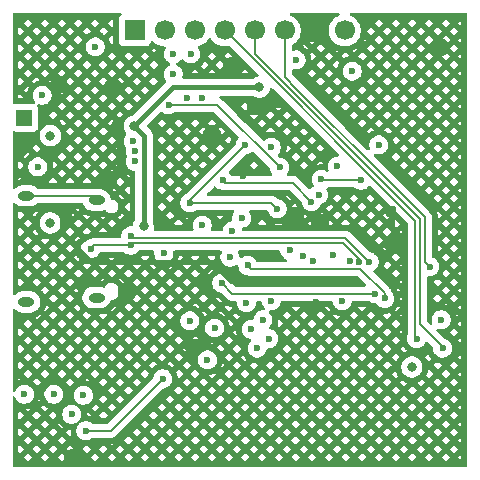
<source format=gbr>
%TF.GenerationSoftware,KiCad,Pcbnew,9.0.4*%
%TF.CreationDate,2025-10-06T13:40:32-04:00*%
%TF.ProjectId,Smarter Watch Stuff,536d6172-7465-4722-9057-617463682053,rev?*%
%TF.SameCoordinates,Original*%
%TF.FileFunction,Copper,L3,Inr*%
%TF.FilePolarity,Positive*%
%FSLAX46Y46*%
G04 Gerber Fmt 4.6, Leading zero omitted, Abs format (unit mm)*
G04 Created by KiCad (PCBNEW 9.0.4) date 2025-10-06 13:40:32*
%MOMM*%
%LPD*%
G01*
G04 APERTURE LIST*
%TA.AperFunction,HeatsinkPad*%
%ADD10O,1.400000X0.800000*%
%TD*%
%TA.AperFunction,ComponentPad*%
%ADD11R,1.700000X1.700000*%
%TD*%
%TA.AperFunction,ComponentPad*%
%ADD12C,1.700000*%
%TD*%
%TA.AperFunction,ComponentPad*%
%ADD13R,1.350000X1.350000*%
%TD*%
%TA.AperFunction,ComponentPad*%
%ADD14C,1.350000*%
%TD*%
%TA.AperFunction,ViaPad*%
%ADD15C,0.600000*%
%TD*%
%TA.AperFunction,ViaPad*%
%ADD16C,0.800000*%
%TD*%
%TA.AperFunction,Conductor*%
%ADD17C,0.200000*%
%TD*%
%TA.AperFunction,Conductor*%
%ADD18C,0.450000*%
%TD*%
%TA.AperFunction,Conductor*%
%ADD19C,0.300000*%
%TD*%
G04 APERTURE END LIST*
D10*
%TO.N,N/C*%
%TO.C,J3*%
X34160000Y-76510000D03*
X40110000Y-76870000D03*
X40110000Y-85130000D03*
X34160000Y-85490000D03*
%TD*%
D11*
%TO.N,Net-(Q2-S)*%
%TO.C,U8*%
X43340000Y-62500000D03*
D12*
%TO.N,SCLK*%
X45880000Y-62500000D03*
%TO.N,MOSI*%
X48420000Y-62500000D03*
%TO.N,Screen_A0*%
X50960000Y-62500000D03*
%TO.N,Screen_Reset*%
X53500000Y-62500000D03*
%TO.N,Screen_CS*%
X56040000Y-62500000D03*
%TO.N,GND*%
X58580000Y-62500000D03*
%TO.N,Net-(Q3-S)*%
X61120000Y-62500000D03*
%TD*%
D13*
%TO.N,+BATT*%
%TO.C,BT1*%
X34000000Y-69900000D03*
D14*
%TO.N,GND*%
X34000000Y-71900000D03*
%TD*%
D15*
%TO.N,+3.3V*%
X60500000Y-74000000D03*
X48000000Y-87100000D03*
X46600000Y-66200000D03*
X49000000Y-68200000D03*
D16*
X66800000Y-91000000D03*
X43300000Y-70600000D03*
X53900000Y-67300000D03*
D15*
X50100000Y-87700000D03*
X47799000Y-68200000D03*
X60100000Y-81500000D03*
D16*
X44100000Y-79100000D03*
D15*
%TO.N,RGB_DIN*%
X52800000Y-85549000D03*
X35500000Y-68000000D03*
%TO.N,GND*%
X55100000Y-83700000D03*
X38100000Y-98700000D03*
X56911765Y-78211765D03*
X49300000Y-83800000D03*
D16*
X41000000Y-75200000D03*
D15*
X55500000Y-68300000D03*
X69200000Y-63900000D03*
X59000000Y-78800000D03*
X39100000Y-84000000D03*
X48400000Y-89400000D03*
X37200000Y-78100000D03*
X42700000Y-84700000D03*
X45100000Y-78700000D03*
X41500000Y-67300000D03*
X51600000Y-65500000D03*
X53600000Y-68900000D03*
X65201000Y-77589527D03*
X58700000Y-85500000D03*
X42000000Y-70800000D03*
X52500000Y-74801000D03*
X36900000Y-67100000D03*
X65300000Y-80700000D03*
X49900000Y-71300000D03*
%TO.N,+3.3V_sensor*%
X45800000Y-81374280D03*
X55400000Y-77600000D03*
X45700000Y-92000000D03*
X48000000Y-77100000D03*
X52700000Y-72200000D03*
X39200000Y-96400000D03*
X56474265Y-81125735D03*
D16*
%TO.N,+5V*%
X36200000Y-78800000D03*
X36200000Y-71400000D03*
D15*
%TO.N,SDA*%
X50700000Y-83900000D03*
X43400000Y-73601000D03*
X62500000Y-75200000D03*
X59151000Y-75124000D03*
X51600000Y-79474999D03*
X63700000Y-84800000D03*
%TO.N,SCL*%
X43200000Y-71900000D03*
X49500000Y-90400000D03*
X64500000Y-85200000D03*
X58300000Y-77000000D03*
X52900000Y-82400000D03*
X38000000Y-95002000D03*
X50800000Y-75200000D03*
%TO.N,Net-(U10-VDD)*%
X49063739Y-79003470D03*
X52400000Y-78400000D03*
%TO.N,Net-(U3-STAT)*%
X43400000Y-72700000D03*
X35137347Y-74062653D03*
%TO.N,Net-(SW1-B)*%
X69300000Y-87000000D03*
X61751499Y-65948501D03*
%TO.N,Net-(SW2-B)*%
X64000000Y-72200000D03*
X58400000Y-82000000D03*
%TO.N,SCLK*%
X53200000Y-87800000D03*
X46600000Y-64500000D03*
%TO.N,MOSI*%
X54200000Y-87000000D03*
X48100000Y-64500000D03*
%TO.N,Sensor_enable*%
X54900000Y-85400000D03*
X51399000Y-81700000D03*
%TO.N,Screen_power*%
X57000000Y-65000000D03*
X61557015Y-81994269D03*
%TO.N,Backlight*%
X40000000Y-63900000D03*
X55600000Y-74100000D03*
X46200000Y-68800000D03*
X60900000Y-85400000D03*
%TO.N,Net-(U12-A0)*%
X39000000Y-93400000D03*
%TO.N,Net-(U12-A1)*%
X36500000Y-93300000D03*
%TO.N,Net-(U12-A2)*%
X34000000Y-93300000D03*
%TO.N,Vibrate*%
X54900000Y-72400000D03*
X57600000Y-81600000D03*
%TO.N,Net-(U5-TXD0)*%
X53700000Y-89400000D03*
%TO.N,USB_D+*%
X43000000Y-80700000D03*
X62350000Y-82100000D03*
X39600000Y-81000000D03*
%TO.N,USB_D-*%
X43000000Y-79900000D03*
X63200000Y-82100000D03*
%TO.N,Net-(U5-RXD0)*%
X54700000Y-88600000D03*
%TO.N,Screen_CS*%
X68300000Y-82500000D03*
%TO.N,Screen_Reset*%
X69400000Y-89400000D03*
%TO.N,Screen_A0*%
X67200000Y-88600000D03*
%TO.N,Net-(U13-VREG)*%
X58900000Y-76400000D03*
%TD*%
D17*
%TO.N,*%
X39750000Y-76510000D02*
X40110000Y-76870000D01*
X34160000Y-76510000D02*
X39750000Y-76510000D01*
D18*
%TO.N,+3.3V*%
X46600000Y-67300000D02*
X43300000Y-70600000D01*
X43300000Y-70600000D02*
X44126000Y-71426000D01*
X44126000Y-71426000D02*
X44126000Y-79074000D01*
X53900000Y-67300000D02*
X46600000Y-67300000D01*
X44126000Y-79074000D02*
X44100000Y-79100000D01*
D17*
%TO.N,GND*%
X41500000Y-67300000D02*
X41600000Y-67400000D01*
D19*
X42000000Y-74200000D02*
X41000000Y-75200000D01*
D18*
X51526720Y-83700000D02*
X49926000Y-82099280D01*
X55100000Y-83700000D02*
X51526720Y-83700000D01*
X39672560Y-82099280D02*
X37200000Y-79626720D01*
D19*
X65200000Y-77590527D02*
X65201000Y-77589527D01*
D18*
X37200000Y-79626720D02*
X37200000Y-78100000D01*
D19*
X65300000Y-80700000D02*
X65200000Y-80600000D01*
D18*
X49926000Y-82099280D02*
X39672560Y-82099280D01*
D19*
X42000000Y-70800000D02*
X42000000Y-74200000D01*
X65200000Y-80600000D02*
X65200000Y-77590527D01*
D17*
%TO.N,+3.3V_sensor*%
X45700000Y-92000000D02*
X41300000Y-96400000D01*
X48000000Y-77100000D02*
X54900000Y-77100000D01*
X48000000Y-76900000D02*
X52700000Y-72200000D01*
X48000000Y-77100000D02*
X48000000Y-76900000D01*
X54900000Y-77100000D02*
X55400000Y-77600000D01*
X41300000Y-96400000D02*
X39200000Y-96400000D01*
%TO.N,SDA*%
X62500000Y-75200000D02*
X59227000Y-75200000D01*
X51600000Y-84800000D02*
X50700000Y-83900000D01*
X63700000Y-84800000D02*
X51600000Y-84800000D01*
X59227000Y-75200000D02*
X59151000Y-75124000D01*
%TO.N,SCL*%
X51002000Y-75402000D02*
X50800000Y-75200000D01*
X62450943Y-82701000D02*
X53201000Y-82701000D01*
X53201000Y-82701000D02*
X52900000Y-82400000D01*
X56702000Y-75402000D02*
X51002000Y-75402000D01*
X64500000Y-85200000D02*
X64500000Y-84750057D01*
X58300000Y-77000000D02*
X56702000Y-75402000D01*
X64500000Y-84750057D02*
X62450943Y-82701000D01*
%TO.N,Backlight*%
X55600000Y-74100000D02*
X50300000Y-68800000D01*
X50300000Y-68800000D02*
X46200000Y-68800000D01*
%TO.N,USB_D+*%
X39900000Y-80700000D02*
X43000000Y-80700000D01*
X62350000Y-82100000D02*
X62350000Y-81886397D01*
X39600000Y-81000000D02*
X39900000Y-80700000D01*
X62350000Y-81886397D02*
X60988604Y-80525001D01*
X43174999Y-80525001D02*
X43000000Y-80700000D01*
X60988604Y-80525001D02*
X43174999Y-80525001D01*
%TO.N,USB_D-*%
X63200000Y-82100000D02*
X61174999Y-80074999D01*
X61174999Y-80074999D02*
X43174999Y-80074999D01*
X43174999Y-80074999D02*
X43000000Y-79900000D01*
%TO.N,Screen_CS*%
X56040000Y-66440000D02*
X56500000Y-66900000D01*
X56040000Y-62500000D02*
X56040000Y-66440000D01*
X67900000Y-78305800D02*
X67900000Y-82000000D01*
X67900000Y-82000000D02*
X67900000Y-82100000D01*
X56500000Y-66900000D02*
X56600000Y-67000000D01*
X56600000Y-67000000D02*
X56600000Y-67005800D01*
X56600000Y-67005800D02*
X65347100Y-75752900D01*
X67900000Y-82100000D02*
X68300000Y-82500000D01*
X65347100Y-75752900D02*
X67900000Y-78305800D01*
%TO.N,Screen_Reset*%
X53500000Y-64472900D02*
X53663550Y-64636450D01*
X53663550Y-64636450D02*
X66863550Y-77836450D01*
X53500000Y-62500000D02*
X53500000Y-64472900D01*
X66863550Y-77836450D02*
X67500000Y-78472900D01*
X67500000Y-87400000D02*
X69400000Y-89300000D01*
X67500000Y-78472900D02*
X67500000Y-87400000D01*
X69400000Y-89300000D02*
X69400000Y-89400000D01*
%TO.N,Screen_A0*%
X67100000Y-78640000D02*
X67100000Y-88600000D01*
X50960000Y-62500000D02*
X67100000Y-78640000D01*
X67100000Y-88600000D02*
X67200000Y-88600000D01*
%TD*%
%TA.AperFunction,Conductor*%
%TO.N,GND*%
G36*
X42216936Y-61020185D02*
G01*
X42262691Y-61072989D01*
X42272635Y-61142147D01*
X42243610Y-61205703D01*
X42224208Y-61223766D01*
X42132455Y-61292452D01*
X42132452Y-61292455D01*
X42046206Y-61407664D01*
X42046202Y-61407671D01*
X41995908Y-61542517D01*
X41989501Y-61602116D01*
X41989500Y-61602135D01*
X41989500Y-63397870D01*
X41989501Y-63397876D01*
X41995908Y-63457483D01*
X42046202Y-63592328D01*
X42046206Y-63592335D01*
X42132452Y-63707544D01*
X42132455Y-63707547D01*
X42247664Y-63793793D01*
X42247671Y-63793797D01*
X42382517Y-63844091D01*
X42382516Y-63844091D01*
X42389444Y-63844835D01*
X42442127Y-63850500D01*
X44237872Y-63850499D01*
X44297483Y-63844091D01*
X44432331Y-63793796D01*
X44547546Y-63707546D01*
X44633796Y-63592331D01*
X44682810Y-63460916D01*
X44724681Y-63404984D01*
X44790145Y-63380566D01*
X44858418Y-63395417D01*
X44886673Y-63416569D01*
X45000213Y-63530109D01*
X45172179Y-63655048D01*
X45172181Y-63655049D01*
X45172184Y-63655051D01*
X45361588Y-63751557D01*
X45563757Y-63817246D01*
X45773713Y-63850500D01*
X45773714Y-63850500D01*
X45839241Y-63850500D01*
X45906280Y-63870185D01*
X45952035Y-63922989D01*
X45961979Y-63992147D01*
X45942343Y-64043391D01*
X45890609Y-64120815D01*
X45890602Y-64120827D01*
X45830264Y-64266498D01*
X45830261Y-64266510D01*
X45799500Y-64421153D01*
X45799500Y-64578846D01*
X45830261Y-64733489D01*
X45830264Y-64733501D01*
X45890602Y-64879172D01*
X45890609Y-64879185D01*
X45978210Y-65010288D01*
X45978213Y-65010292D01*
X46089707Y-65121786D01*
X46089711Y-65121789D01*
X46220814Y-65209390D01*
X46220823Y-65209395D01*
X46283699Y-65235439D01*
X46338102Y-65279280D01*
X46360167Y-65345574D01*
X46342888Y-65413273D01*
X46291751Y-65460884D01*
X46283699Y-65464561D01*
X46220823Y-65490604D01*
X46220814Y-65490609D01*
X46089711Y-65578210D01*
X46089707Y-65578213D01*
X45978213Y-65689707D01*
X45978210Y-65689711D01*
X45890609Y-65820814D01*
X45890602Y-65820827D01*
X45830264Y-65966498D01*
X45830261Y-65966510D01*
X45799500Y-66121153D01*
X45799500Y-66278846D01*
X45830261Y-66433489D01*
X45830264Y-66433501D01*
X45890602Y-66579172D01*
X45890609Y-66579185D01*
X45978210Y-66710288D01*
X45978213Y-66710292D01*
X45983273Y-66715352D01*
X46016758Y-66776675D01*
X46011774Y-66846367D01*
X45983273Y-66890714D01*
X43191942Y-69682044D01*
X43130619Y-69715529D01*
X43128453Y-69715980D01*
X43037339Y-69734104D01*
X43037329Y-69734107D01*
X42873459Y-69801983D01*
X42873446Y-69801990D01*
X42725965Y-69900535D01*
X42725961Y-69900538D01*
X42600538Y-70025961D01*
X42600535Y-70025965D01*
X42501990Y-70173446D01*
X42501983Y-70173459D01*
X42434106Y-70337332D01*
X42434103Y-70337341D01*
X42399500Y-70511304D01*
X42399500Y-70688695D01*
X42434103Y-70862658D01*
X42434106Y-70862667D01*
X42501983Y-71026540D01*
X42501990Y-71026553D01*
X42600535Y-71174034D01*
X42600538Y-71174038D01*
X42609529Y-71183029D01*
X42643014Y-71244352D01*
X42638030Y-71314044D01*
X42609530Y-71358390D01*
X42578214Y-71389706D01*
X42578210Y-71389711D01*
X42490609Y-71520814D01*
X42490602Y-71520827D01*
X42430264Y-71666498D01*
X42430261Y-71666510D01*
X42399500Y-71821153D01*
X42399500Y-71978846D01*
X42430261Y-72133489D01*
X42430264Y-72133501D01*
X42490602Y-72279172D01*
X42490609Y-72279185D01*
X42578210Y-72410288D01*
X42578213Y-72410292D01*
X42584086Y-72416165D01*
X42617571Y-72477488D01*
X42618022Y-72528037D01*
X42599500Y-72621153D01*
X42599500Y-72778846D01*
X42630261Y-72933489D01*
X42630264Y-72933501D01*
X42690602Y-73079171D01*
X42690604Y-73079175D01*
X42690606Y-73079179D01*
X42690609Y-73079184D01*
X42690614Y-73079192D01*
X42692233Y-73081616D01*
X42692690Y-73083078D01*
X42693479Y-73084553D01*
X42693199Y-73084702D01*
X42713107Y-73148294D01*
X42694618Y-73215673D01*
X42692233Y-73219384D01*
X42690614Y-73221807D01*
X42690602Y-73221828D01*
X42630264Y-73367498D01*
X42630261Y-73367510D01*
X42599500Y-73522153D01*
X42599500Y-73679846D01*
X42630261Y-73834489D01*
X42630264Y-73834501D01*
X42690602Y-73980172D01*
X42690609Y-73980185D01*
X42778210Y-74111288D01*
X42778213Y-74111292D01*
X42889707Y-74222786D01*
X42889711Y-74222789D01*
X43020814Y-74310390D01*
X43020827Y-74310397D01*
X43159115Y-74367677D01*
X43166503Y-74370737D01*
X43260645Y-74389463D01*
X43300691Y-74397429D01*
X43362602Y-74429814D01*
X43397176Y-74490529D01*
X43400500Y-74519046D01*
X43400500Y-78488402D01*
X43380815Y-78555441D01*
X43379602Y-78557293D01*
X43301988Y-78673449D01*
X43301987Y-78673452D01*
X43234106Y-78837332D01*
X43234104Y-78837340D01*
X43201810Y-78999692D01*
X43169425Y-79061603D01*
X43108709Y-79096177D01*
X43080193Y-79099500D01*
X42921155Y-79099500D01*
X42766510Y-79130261D01*
X42766498Y-79130264D01*
X42620827Y-79190602D01*
X42620814Y-79190609D01*
X42489711Y-79278210D01*
X42489707Y-79278213D01*
X42378213Y-79389707D01*
X42378210Y-79389711D01*
X42290609Y-79520814D01*
X42290602Y-79520827D01*
X42230264Y-79666498D01*
X42230261Y-79666510D01*
X42199500Y-79821153D01*
X42199500Y-79975500D01*
X42179815Y-80042539D01*
X42127011Y-80088294D01*
X42075500Y-80099500D01*
X39820943Y-80099500D01*
X39668215Y-80140423D01*
X39640742Y-80156285D01*
X39594666Y-80182887D01*
X39532666Y-80199500D01*
X39521155Y-80199500D01*
X39366510Y-80230261D01*
X39366498Y-80230264D01*
X39220827Y-80290602D01*
X39220814Y-80290609D01*
X39089711Y-80378210D01*
X39089707Y-80378213D01*
X38978213Y-80489707D01*
X38978210Y-80489711D01*
X38890609Y-80620814D01*
X38890602Y-80620827D01*
X38830264Y-80766498D01*
X38830261Y-80766510D01*
X38799500Y-80921153D01*
X38799500Y-81078846D01*
X38830261Y-81233489D01*
X38830264Y-81233501D01*
X38890602Y-81379172D01*
X38890609Y-81379185D01*
X38978210Y-81510288D01*
X38978213Y-81510292D01*
X39089707Y-81621786D01*
X39089711Y-81621789D01*
X39220814Y-81709390D01*
X39220827Y-81709397D01*
X39358695Y-81766503D01*
X39366503Y-81769737D01*
X39521153Y-81800499D01*
X39521156Y-81800500D01*
X39521158Y-81800500D01*
X39678844Y-81800500D01*
X39678845Y-81800499D01*
X39688895Y-81798500D01*
X41178707Y-81798500D01*
X41399388Y-82019181D01*
X41620069Y-81798500D01*
X41178707Y-81798500D01*
X39688895Y-81798500D01*
X39833497Y-81769737D01*
X39951592Y-81720821D01*
X39979172Y-81709397D01*
X39979172Y-81709396D01*
X39979179Y-81709394D01*
X40046797Y-81664213D01*
X43872847Y-81664213D01*
X44227814Y-82019180D01*
X44541870Y-81705125D01*
X44525634Y-81623501D01*
X43913559Y-81623501D01*
X43872847Y-81664213D01*
X40046797Y-81664213D01*
X40110289Y-81621789D01*
X40221789Y-81510289D01*
X40309394Y-81379179D01*
X40310275Y-81377049D01*
X40311035Y-81376106D01*
X40312264Y-81373809D01*
X40312699Y-81374041D01*
X40354115Y-81322646D01*
X40420408Y-81300579D01*
X40424838Y-81300500D01*
X42420234Y-81300500D01*
X42487273Y-81320185D01*
X42489125Y-81321398D01*
X42620814Y-81409390D01*
X42620827Y-81409397D01*
X42726395Y-81453124D01*
X42766503Y-81469737D01*
X42921153Y-81500499D01*
X42921156Y-81500500D01*
X42921158Y-81500500D01*
X43078844Y-81500500D01*
X43078845Y-81500499D01*
X43233497Y-81469737D01*
X43379179Y-81409394D01*
X43510289Y-81321789D01*
X43621789Y-81210289D01*
X43641619Y-81180610D01*
X43695232Y-81135805D01*
X43744722Y-81125501D01*
X44882208Y-81125501D01*
X44949247Y-81145186D01*
X44995002Y-81197990D01*
X45004946Y-81267148D01*
X45003825Y-81273693D01*
X44999500Y-81295435D01*
X44999500Y-81453126D01*
X45030261Y-81607769D01*
X45030264Y-81607781D01*
X45090602Y-81753452D01*
X45090609Y-81753465D01*
X45178210Y-81884568D01*
X45178213Y-81884572D01*
X45289707Y-81996066D01*
X45289711Y-81996069D01*
X45420814Y-82083670D01*
X45420827Y-82083677D01*
X45566498Y-82144015D01*
X45566503Y-82144017D01*
X45721153Y-82174779D01*
X45721156Y-82174780D01*
X45721158Y-82174780D01*
X45878844Y-82174780D01*
X45878845Y-82174779D01*
X46033497Y-82144017D01*
X46179179Y-82083674D01*
X46310289Y-81996069D01*
X46370533Y-81935825D01*
X46972886Y-81935825D01*
X47056242Y-82019181D01*
X47411210Y-81664213D01*
X48115488Y-81664213D01*
X48470456Y-82019181D01*
X48825424Y-81664213D01*
X49529701Y-81664213D01*
X49884668Y-82019180D01*
X50100932Y-81802917D01*
X50100649Y-81797153D01*
X50100500Y-81791070D01*
X50100500Y-81623501D01*
X49570413Y-81623501D01*
X49529701Y-81664213D01*
X48825424Y-81664213D01*
X48784712Y-81623501D01*
X48156200Y-81623501D01*
X48115488Y-81664213D01*
X47411210Y-81664213D01*
X47370498Y-81623501D01*
X47074366Y-81623501D01*
X47055782Y-81716928D01*
X47054446Y-81722878D01*
X47051462Y-81734786D01*
X47049841Y-81740641D01*
X47042741Y-81764046D01*
X47040832Y-81769827D01*
X47036698Y-81781380D01*
X47034508Y-81787055D01*
X46972886Y-81935825D01*
X46370533Y-81935825D01*
X46421789Y-81884569D01*
X46509394Y-81753459D01*
X46511531Y-81748301D01*
X46542590Y-81673317D01*
X46569737Y-81607777D01*
X46600500Y-81453122D01*
X46600500Y-81295438D01*
X46600500Y-81295435D01*
X46596175Y-81273693D01*
X46602402Y-81204101D01*
X46645265Y-81148924D01*
X46711154Y-81125679D01*
X46717792Y-81125501D01*
X50588126Y-81125501D01*
X50655165Y-81145186D01*
X50700920Y-81197990D01*
X50710864Y-81267148D01*
X50692378Y-81315392D01*
X50692479Y-81315446D01*
X50692050Y-81316247D01*
X50691230Y-81318389D01*
X50689610Y-81320813D01*
X50689602Y-81320827D01*
X50629264Y-81466498D01*
X50629261Y-81466510D01*
X50598500Y-81621153D01*
X50598500Y-81778846D01*
X50629261Y-81933489D01*
X50629264Y-81933501D01*
X50689602Y-82079172D01*
X50689609Y-82079185D01*
X50777210Y-82210288D01*
X50777213Y-82210292D01*
X50888707Y-82321786D01*
X50888711Y-82321789D01*
X51019814Y-82409390D01*
X51019827Y-82409397D01*
X51110965Y-82447147D01*
X51165503Y-82469737D01*
X51303221Y-82497131D01*
X51320153Y-82500499D01*
X51320156Y-82500500D01*
X51320158Y-82500500D01*
X51477844Y-82500500D01*
X51477845Y-82500499D01*
X51632497Y-82469737D01*
X51778179Y-82409394D01*
X51832241Y-82373271D01*
X51906609Y-82323580D01*
X51973286Y-82302702D01*
X52040667Y-82321186D01*
X52087357Y-82373165D01*
X52099500Y-82426682D01*
X52099500Y-82478846D01*
X52130261Y-82633489D01*
X52130264Y-82633501D01*
X52190602Y-82779172D01*
X52190609Y-82779185D01*
X52278210Y-82910288D01*
X52278213Y-82910292D01*
X52389707Y-83021786D01*
X52389711Y-83021789D01*
X52520814Y-83109390D01*
X52520827Y-83109397D01*
X52608438Y-83145686D01*
X52666503Y-83169737D01*
X52821153Y-83200499D01*
X52821156Y-83200500D01*
X52821158Y-83200500D01*
X52831933Y-83200500D01*
X52893933Y-83217112D01*
X52969215Y-83260577D01*
X53121942Y-83301500D01*
X53121943Y-83301500D01*
X62150846Y-83301500D01*
X62217885Y-83321185D01*
X62238527Y-83337819D01*
X62888527Y-83987819D01*
X62922012Y-84049142D01*
X62917028Y-84118834D01*
X62875156Y-84174767D01*
X62809692Y-84199184D01*
X62800846Y-84199500D01*
X51900097Y-84199500D01*
X51833058Y-84179815D01*
X51812416Y-84163181D01*
X51534574Y-83885339D01*
X51501089Y-83824016D01*
X51500638Y-83821849D01*
X51469738Y-83666510D01*
X51469737Y-83666503D01*
X51469735Y-83666498D01*
X51409397Y-83520827D01*
X51409390Y-83520814D01*
X51394161Y-83498023D01*
X51938531Y-83498023D01*
X51940832Y-83504453D01*
X51942740Y-83510229D01*
X51949841Y-83533634D01*
X51951466Y-83539506D01*
X51954449Y-83551415D01*
X51955783Y-83557354D01*
X51966935Y-83613422D01*
X52055013Y-83701500D01*
X52276924Y-83701500D01*
X52005989Y-83430565D01*
X51938531Y-83498023D01*
X51394161Y-83498023D01*
X51321789Y-83389711D01*
X51321786Y-83389707D01*
X51210292Y-83278213D01*
X51210288Y-83278210D01*
X51079185Y-83190609D01*
X51079172Y-83190602D01*
X50933501Y-83130264D01*
X50933489Y-83130261D01*
X50778845Y-83099500D01*
X50778842Y-83099500D01*
X50621158Y-83099500D01*
X50621155Y-83099500D01*
X50466510Y-83130261D01*
X50466498Y-83130264D01*
X50320827Y-83190602D01*
X50320814Y-83190609D01*
X50189711Y-83278210D01*
X50189707Y-83278213D01*
X50078213Y-83389707D01*
X50078210Y-83389711D01*
X49990609Y-83520814D01*
X49990602Y-83520827D01*
X49930264Y-83666498D01*
X49930261Y-83666510D01*
X49899500Y-83821153D01*
X49899500Y-83978846D01*
X49930261Y-84133489D01*
X49930264Y-84133501D01*
X49990602Y-84279172D01*
X49990609Y-84279185D01*
X50078210Y-84410288D01*
X50078213Y-84410292D01*
X50189707Y-84521786D01*
X50189711Y-84521789D01*
X50320814Y-84609390D01*
X50320827Y-84609397D01*
X50461049Y-84667478D01*
X50466503Y-84669737D01*
X50531147Y-84682595D01*
X50621849Y-84700638D01*
X50683760Y-84733023D01*
X50685339Y-84734574D01*
X51115139Y-85164374D01*
X51115149Y-85164385D01*
X51119479Y-85168715D01*
X51119480Y-85168716D01*
X51231284Y-85280520D01*
X51241263Y-85286281D01*
X51318095Y-85330639D01*
X51318097Y-85330641D01*
X51347547Y-85347644D01*
X51368215Y-85359577D01*
X51520942Y-85400500D01*
X51520943Y-85400500D01*
X51875500Y-85400500D01*
X51942539Y-85420185D01*
X51988294Y-85472989D01*
X51999500Y-85524500D01*
X51999500Y-85627846D01*
X52030261Y-85782489D01*
X52030264Y-85782501D01*
X52090602Y-85928172D01*
X52090609Y-85928185D01*
X52178210Y-86059288D01*
X52178213Y-86059292D01*
X52289707Y-86170786D01*
X52289711Y-86170789D01*
X52420814Y-86258390D01*
X52420827Y-86258397D01*
X52498588Y-86290606D01*
X52566503Y-86318737D01*
X52721153Y-86349499D01*
X52721156Y-86349500D01*
X52721158Y-86349500D01*
X52878844Y-86349500D01*
X52878845Y-86349499D01*
X53033497Y-86318737D01*
X53170903Y-86261822D01*
X53179172Y-86258397D01*
X53179172Y-86258396D01*
X53179179Y-86258394D01*
X53310289Y-86170789D01*
X53421789Y-86059289D01*
X53509394Y-85928179D01*
X53509465Y-85928009D01*
X53543618Y-85845554D01*
X53569737Y-85782497D01*
X53600500Y-85627842D01*
X53600500Y-85524500D01*
X53620185Y-85457461D01*
X53672989Y-85411706D01*
X53724500Y-85400500D01*
X53982152Y-85400500D01*
X54049191Y-85420185D01*
X54094946Y-85472989D01*
X54103769Y-85500308D01*
X54130261Y-85633491D01*
X54130264Y-85633501D01*
X54190602Y-85779172D01*
X54190609Y-85779185D01*
X54278210Y-85910288D01*
X54278213Y-85910292D01*
X54355740Y-85987819D01*
X54389225Y-86049142D01*
X54384241Y-86118834D01*
X54342369Y-86174767D01*
X54276905Y-86199184D01*
X54268059Y-86199500D01*
X54121155Y-86199500D01*
X53966510Y-86230261D01*
X53966498Y-86230264D01*
X53820827Y-86290602D01*
X53820814Y-86290609D01*
X53689711Y-86378210D01*
X53689707Y-86378213D01*
X53578213Y-86489707D01*
X53578210Y-86489711D01*
X53490609Y-86620814D01*
X53490602Y-86620827D01*
X53430264Y-86766498D01*
X53430261Y-86766508D01*
X53403769Y-86899692D01*
X53371384Y-86961603D01*
X53310668Y-86996177D01*
X53282152Y-86999500D01*
X53121155Y-86999500D01*
X52966510Y-87030261D01*
X52966498Y-87030264D01*
X52820827Y-87090602D01*
X52820814Y-87090609D01*
X52689711Y-87178210D01*
X52689707Y-87178213D01*
X52578213Y-87289707D01*
X52578210Y-87289711D01*
X52490609Y-87420814D01*
X52490602Y-87420827D01*
X52430264Y-87566498D01*
X52430261Y-87566510D01*
X52399500Y-87721153D01*
X52399500Y-87878846D01*
X52430261Y-88033489D01*
X52430264Y-88033501D01*
X52490602Y-88179172D01*
X52490609Y-88179185D01*
X52578210Y-88310288D01*
X52578213Y-88310292D01*
X52689707Y-88421786D01*
X52689711Y-88421789D01*
X52820814Y-88509390D01*
X52820827Y-88509397D01*
X52966498Y-88569735D01*
X52966503Y-88569737D01*
X53077451Y-88591806D01*
X53099033Y-88596099D01*
X53160944Y-88628483D01*
X53195518Y-88689199D01*
X53191779Y-88758969D01*
X53162524Y-88805397D01*
X53078210Y-88889711D01*
X52990609Y-89020814D01*
X52990602Y-89020827D01*
X52930264Y-89166498D01*
X52930261Y-89166510D01*
X52899500Y-89321153D01*
X52899500Y-89478846D01*
X52930261Y-89633489D01*
X52930264Y-89633501D01*
X52990602Y-89779172D01*
X52990609Y-89779185D01*
X53078210Y-89910288D01*
X53078213Y-89910292D01*
X53189707Y-90021786D01*
X53189711Y-90021789D01*
X53320814Y-90109390D01*
X53320827Y-90109397D01*
X53417634Y-90149495D01*
X53466503Y-90169737D01*
X53604221Y-90197131D01*
X53621153Y-90200499D01*
X53621156Y-90200500D01*
X53621158Y-90200500D01*
X53778844Y-90200500D01*
X53778845Y-90200499D01*
X53933497Y-90169737D01*
X53982366Y-90149495D01*
X55186556Y-90149495D01*
X55541524Y-90504463D01*
X55896492Y-90149495D01*
X56600769Y-90149495D01*
X56955737Y-90504463D01*
X57310705Y-90149495D01*
X58014983Y-90149495D01*
X58369951Y-90504463D01*
X58724919Y-90149495D01*
X59429196Y-90149495D01*
X59784164Y-90504463D01*
X60139132Y-90149495D01*
X60843410Y-90149495D01*
X61198378Y-90504463D01*
X61553346Y-90149495D01*
X62257623Y-90149495D01*
X62612591Y-90504463D01*
X62967559Y-90149495D01*
X63671837Y-90149495D01*
X64026805Y-90504463D01*
X64381773Y-90149495D01*
X65086050Y-90149495D01*
X65441018Y-90504462D01*
X65527251Y-90418229D01*
X65546574Y-90371581D01*
X65549036Y-90366026D01*
X65554282Y-90354932D01*
X65557023Y-90349487D01*
X65568553Y-90327916D01*
X65571552Y-90322621D01*
X65577864Y-90312090D01*
X65581121Y-90306947D01*
X65693258Y-90139122D01*
X65696765Y-90134143D01*
X65704076Y-90124286D01*
X65707818Y-90119490D01*
X65723334Y-90100584D01*
X65727303Y-90095983D01*
X65734515Y-90088023D01*
X65441018Y-89794526D01*
X65086050Y-90149495D01*
X64381773Y-90149495D01*
X64026805Y-89794527D01*
X63671837Y-90149495D01*
X62967559Y-90149495D01*
X62612591Y-89794526D01*
X62257623Y-90149495D01*
X61553346Y-90149495D01*
X61198378Y-89794527D01*
X60843410Y-90149495D01*
X60139132Y-90149495D01*
X59784164Y-89794527D01*
X59429196Y-90149495D01*
X58724919Y-90149495D01*
X58369951Y-89794527D01*
X58014983Y-90149495D01*
X57310705Y-90149495D01*
X56955737Y-89794527D01*
X56600769Y-90149495D01*
X55896492Y-90149495D01*
X55541524Y-89794527D01*
X55186556Y-90149495D01*
X53982366Y-90149495D01*
X54079179Y-90109394D01*
X54210289Y-90021789D01*
X54321789Y-89910289D01*
X54409394Y-89779179D01*
X54469737Y-89633497D01*
X54475829Y-89602869D01*
X54496231Y-89500308D01*
X54526528Y-89442388D01*
X55893662Y-89442388D01*
X56248630Y-89797356D01*
X56603598Y-89442388D01*
X57307876Y-89442388D01*
X57662844Y-89797356D01*
X58017812Y-89442388D01*
X58722089Y-89442388D01*
X59077057Y-89797356D01*
X59432026Y-89442388D01*
X60136303Y-89442388D01*
X60491271Y-89797356D01*
X60846239Y-89442388D01*
X61550517Y-89442388D01*
X61905485Y-89797356D01*
X62260453Y-89442388D01*
X62964730Y-89442388D01*
X63319698Y-89797356D01*
X63674666Y-89442388D01*
X64378944Y-89442388D01*
X64733912Y-89797356D01*
X65088880Y-89442388D01*
X65088879Y-89442387D01*
X65793156Y-89442387D01*
X66122433Y-89771664D01*
X66122621Y-89771552D01*
X66127916Y-89768553D01*
X66149487Y-89757023D01*
X66154932Y-89754282D01*
X66166026Y-89749036D01*
X66171581Y-89746574D01*
X66218228Y-89727251D01*
X66354865Y-89590614D01*
X66350633Y-89586779D01*
X66346219Y-89582576D01*
X66217424Y-89453781D01*
X66213221Y-89449367D01*
X66204978Y-89440271D01*
X66201009Y-89435670D01*
X66185493Y-89416764D01*
X66181747Y-89411963D01*
X66174436Y-89402105D01*
X66170933Y-89397131D01*
X66069739Y-89245685D01*
X66066478Y-89240535D01*
X66060167Y-89230004D01*
X66057171Y-89224715D01*
X66045642Y-89203145D01*
X66042906Y-89197709D01*
X66041277Y-89194266D01*
X65793156Y-89442387D01*
X65088879Y-89442387D01*
X64733912Y-89087420D01*
X64378944Y-89442388D01*
X63674666Y-89442388D01*
X63319698Y-89087420D01*
X62964730Y-89442388D01*
X62260453Y-89442388D01*
X61905485Y-89087420D01*
X61550517Y-89442388D01*
X60846239Y-89442388D01*
X60491271Y-89087420D01*
X60136303Y-89442388D01*
X59432026Y-89442388D01*
X59077057Y-89087419D01*
X58722089Y-89442388D01*
X58017812Y-89442388D01*
X57662844Y-89087420D01*
X57307876Y-89442388D01*
X56603598Y-89442388D01*
X56248630Y-89087419D01*
X55893662Y-89442388D01*
X54526528Y-89442388D01*
X54528616Y-89438397D01*
X54589332Y-89403823D01*
X54617848Y-89400500D01*
X54778844Y-89400500D01*
X54778845Y-89400499D01*
X54933497Y-89369737D01*
X55079179Y-89309394D01*
X55210289Y-89221789D01*
X55321789Y-89110289D01*
X55409394Y-88979179D01*
X55469737Y-88833497D01*
X55489274Y-88735281D01*
X56600769Y-88735281D01*
X56955737Y-89090249D01*
X57310705Y-88735281D01*
X58014983Y-88735281D01*
X58369951Y-89090249D01*
X58724919Y-88735281D01*
X59429196Y-88735281D01*
X59784164Y-89090249D01*
X60139132Y-88735281D01*
X60843410Y-88735281D01*
X61198378Y-89090249D01*
X61553346Y-88735281D01*
X62257623Y-88735281D01*
X62612591Y-89090249D01*
X62967559Y-88735281D01*
X63671837Y-88735281D01*
X64026805Y-89090249D01*
X64381773Y-88735281D01*
X65086050Y-88735281D01*
X65441018Y-89090249D01*
X65795987Y-88735281D01*
X65441018Y-88380312D01*
X65086050Y-88735281D01*
X64381773Y-88735281D01*
X64026805Y-88380313D01*
X63671837Y-88735281D01*
X62967559Y-88735281D01*
X62612591Y-88380312D01*
X62257623Y-88735281D01*
X61553346Y-88735281D01*
X61198378Y-88380313D01*
X60843410Y-88735281D01*
X60139132Y-88735281D01*
X59784164Y-88380313D01*
X59429196Y-88735281D01*
X58724919Y-88735281D01*
X58369951Y-88380313D01*
X58014983Y-88735281D01*
X57310705Y-88735281D01*
X56955737Y-88380313D01*
X56600769Y-88735281D01*
X55489274Y-88735281D01*
X55500500Y-88678842D01*
X55500500Y-88521158D01*
X55500500Y-88521155D01*
X55500499Y-88521153D01*
X55480734Y-88421789D01*
X55469737Y-88366503D01*
X55409939Y-88222136D01*
X55409397Y-88220827D01*
X55409390Y-88220814D01*
X55321789Y-88089711D01*
X55321786Y-88089707D01*
X55260252Y-88028173D01*
X55893661Y-88028173D01*
X56248630Y-88383142D01*
X56603598Y-88028174D01*
X57307876Y-88028174D01*
X57662844Y-88383142D01*
X58017812Y-88028174D01*
X58722089Y-88028174D01*
X59077057Y-88383142D01*
X59432026Y-88028174D01*
X60136303Y-88028174D01*
X60491271Y-88383142D01*
X60846239Y-88028174D01*
X61550517Y-88028174D01*
X61905485Y-88383142D01*
X62260453Y-88028174D01*
X62964730Y-88028174D01*
X63319698Y-88383142D01*
X63674666Y-88028174D01*
X64378944Y-88028174D01*
X64733912Y-88383142D01*
X65088880Y-88028174D01*
X65793157Y-88028174D01*
X65961873Y-88196890D01*
X65963301Y-88192902D01*
X65965492Y-88187224D01*
X66001500Y-88100292D01*
X66001500Y-87819831D01*
X65793157Y-88028174D01*
X65088880Y-88028174D01*
X64733912Y-87673206D01*
X64378944Y-88028174D01*
X63674666Y-88028174D01*
X63319698Y-87673206D01*
X62964730Y-88028174D01*
X62260453Y-88028174D01*
X61905485Y-87673206D01*
X61550517Y-88028174D01*
X60846239Y-88028174D01*
X60491271Y-87673206D01*
X60136303Y-88028174D01*
X59432026Y-88028174D01*
X59077057Y-87673205D01*
X58722089Y-88028174D01*
X58017812Y-88028174D01*
X57662844Y-87673206D01*
X57307876Y-88028174D01*
X56603598Y-88028174D01*
X56248629Y-87673205D01*
X55893661Y-88028173D01*
X55260252Y-88028173D01*
X55210292Y-87978213D01*
X55210288Y-87978210D01*
X55079185Y-87890609D01*
X55079172Y-87890602D01*
X54933501Y-87830264D01*
X54933491Y-87830261D01*
X54800965Y-87803900D01*
X54739054Y-87771515D01*
X54704480Y-87710799D01*
X54708220Y-87641030D01*
X54737474Y-87594603D01*
X54821789Y-87510289D01*
X54826075Y-87503875D01*
X55396773Y-87503875D01*
X55497131Y-87570933D01*
X55502105Y-87574436D01*
X55511963Y-87581747D01*
X55516764Y-87585493D01*
X55535670Y-87601009D01*
X55540271Y-87604978D01*
X55549367Y-87613221D01*
X55553781Y-87617424D01*
X55576958Y-87640601D01*
X55896491Y-87321067D01*
X56600768Y-87321067D01*
X56955737Y-87676036D01*
X57310705Y-87321067D01*
X58014982Y-87321067D01*
X58369951Y-87676036D01*
X58724919Y-87321067D01*
X59429195Y-87321067D01*
X59784164Y-87676036D01*
X60139132Y-87321067D01*
X60843409Y-87321067D01*
X61198378Y-87676036D01*
X61553346Y-87321067D01*
X62257622Y-87321067D01*
X62612591Y-87676036D01*
X62967559Y-87321067D01*
X63671836Y-87321067D01*
X64026805Y-87676036D01*
X64381773Y-87321067D01*
X65086050Y-87321067D01*
X65441018Y-87676036D01*
X65795987Y-87321067D01*
X65441018Y-86966099D01*
X65086050Y-87321067D01*
X64381773Y-87321067D01*
X64026805Y-86966099D01*
X63671836Y-87321067D01*
X62967559Y-87321067D01*
X62612591Y-86966099D01*
X62257622Y-87321067D01*
X61553346Y-87321067D01*
X61198378Y-86966099D01*
X60843409Y-87321067D01*
X60139132Y-87321067D01*
X59784164Y-86966099D01*
X59429195Y-87321067D01*
X58724919Y-87321067D01*
X58369951Y-86966099D01*
X58014982Y-87321067D01*
X57310705Y-87321067D01*
X56955737Y-86966099D01*
X56600768Y-87321067D01*
X55896491Y-87321067D01*
X55541523Y-86966099D01*
X55498500Y-87009123D01*
X55498500Y-87091070D01*
X55498351Y-87097153D01*
X55497749Y-87109410D01*
X55497301Y-87115479D01*
X55494904Y-87139820D01*
X55494159Y-87145859D01*
X55492358Y-87158003D01*
X55491317Y-87164003D01*
X55455782Y-87342648D01*
X55454446Y-87348598D01*
X55451462Y-87360506D01*
X55449841Y-87366361D01*
X55442741Y-87389766D01*
X55440832Y-87395547D01*
X55436698Y-87407100D01*
X55434508Y-87412775D01*
X55396773Y-87503875D01*
X54826075Y-87503875D01*
X54909394Y-87379179D01*
X54969737Y-87233497D01*
X55000500Y-87078842D01*
X55000500Y-86921158D01*
X55000500Y-86921155D01*
X55000499Y-86921153D01*
X54980946Y-86822854D01*
X54969737Y-86766503D01*
X54960178Y-86743426D01*
X54909397Y-86620827D01*
X54909390Y-86620814D01*
X54904811Y-86613961D01*
X55893662Y-86613961D01*
X56248630Y-86968929D01*
X56603598Y-86613961D01*
X57307876Y-86613961D01*
X57662844Y-86968929D01*
X58017812Y-86613961D01*
X58017811Y-86613960D01*
X58722089Y-86613960D01*
X59077057Y-86968929D01*
X59432026Y-86613961D01*
X59432025Y-86613960D01*
X60136302Y-86613960D01*
X60491271Y-86968929D01*
X60764837Y-86695362D01*
X60760180Y-86694904D01*
X60754141Y-86694159D01*
X60741997Y-86692358D01*
X60735997Y-86691317D01*
X60557352Y-86655782D01*
X60551402Y-86654446D01*
X60539494Y-86651462D01*
X60533639Y-86649841D01*
X60510234Y-86642741D01*
X60504453Y-86640832D01*
X60492900Y-86636698D01*
X60487225Y-86634508D01*
X60437619Y-86613961D01*
X61550517Y-86613961D01*
X61905485Y-86968929D01*
X62260453Y-86613961D01*
X62964730Y-86613961D01*
X63319698Y-86968929D01*
X63674666Y-86613961D01*
X64378944Y-86613961D01*
X64733912Y-86968929D01*
X65088880Y-86613961D01*
X65793157Y-86613961D01*
X66001500Y-86822304D01*
X66001500Y-86405618D01*
X65793157Y-86613961D01*
X65088880Y-86613961D01*
X64910359Y-86435440D01*
X64907100Y-86436698D01*
X64895547Y-86440832D01*
X64889766Y-86442741D01*
X64866361Y-86449841D01*
X64860506Y-86451462D01*
X64848598Y-86454446D01*
X64842648Y-86455782D01*
X64664003Y-86491317D01*
X64658003Y-86492358D01*
X64645859Y-86494159D01*
X64639820Y-86494904D01*
X64615479Y-86497301D01*
X64609410Y-86497749D01*
X64597153Y-86498351D01*
X64591070Y-86498500D01*
X64494405Y-86498500D01*
X64378944Y-86613961D01*
X63674666Y-86613961D01*
X63319698Y-86258993D01*
X62964730Y-86613961D01*
X62260453Y-86613961D01*
X61905485Y-86258993D01*
X61550517Y-86613961D01*
X60437619Y-86613961D01*
X60318949Y-86564807D01*
X60313385Y-86562341D01*
X60302291Y-86557094D01*
X60296855Y-86554358D01*
X60275285Y-86542829D01*
X60269996Y-86539833D01*
X60259465Y-86533522D01*
X60254314Y-86530260D01*
X60233746Y-86516516D01*
X60136302Y-86613960D01*
X59432025Y-86613960D01*
X59077057Y-86258992D01*
X58722089Y-86613960D01*
X58017811Y-86613960D01*
X57662844Y-86258993D01*
X57307876Y-86613961D01*
X56603598Y-86613961D01*
X56248630Y-86258992D01*
X55893662Y-86613961D01*
X54904811Y-86613961D01*
X54821789Y-86489711D01*
X54821786Y-86489707D01*
X54744260Y-86412181D01*
X54710775Y-86350858D01*
X54715759Y-86281166D01*
X54757631Y-86225233D01*
X54823095Y-86200816D01*
X54831941Y-86200500D01*
X54978844Y-86200500D01*
X54978845Y-86200499D01*
X55133497Y-86169737D01*
X55269940Y-86113221D01*
X55279172Y-86109397D01*
X55279172Y-86109396D01*
X55279179Y-86109394D01*
X55410289Y-86021789D01*
X55521789Y-85910289D01*
X55524084Y-85906854D01*
X56600769Y-85906854D01*
X56955737Y-86261822D01*
X56967076Y-86250483D01*
X58358612Y-86250483D01*
X58369950Y-86261821D01*
X58374647Y-86257125D01*
X58358612Y-86250483D01*
X56967076Y-86250483D01*
X57310705Y-85906854D01*
X59429196Y-85906854D01*
X59784163Y-86261821D01*
X59862089Y-86183895D01*
X59769739Y-86045685D01*
X59766478Y-86040535D01*
X59760167Y-86030004D01*
X59757171Y-86024715D01*
X59745642Y-86003145D01*
X59742906Y-85997709D01*
X59737659Y-85986615D01*
X59735193Y-85981051D01*
X59701000Y-85898500D01*
X59437551Y-85898500D01*
X59429196Y-85906854D01*
X57310705Y-85906854D01*
X57302351Y-85898500D01*
X56609123Y-85898500D01*
X56600769Y-85906854D01*
X55524084Y-85906854D01*
X55609394Y-85779179D01*
X55618474Y-85757259D01*
X55669735Y-85633501D01*
X55669737Y-85633497D01*
X55677209Y-85595933D01*
X55696231Y-85500308D01*
X55728616Y-85438397D01*
X55789332Y-85403823D01*
X55817848Y-85400500D01*
X59982152Y-85400500D01*
X60049191Y-85420185D01*
X60094946Y-85472989D01*
X60103769Y-85500308D01*
X60130261Y-85633491D01*
X60130264Y-85633501D01*
X60190602Y-85779172D01*
X60190609Y-85779185D01*
X60278210Y-85910288D01*
X60278213Y-85910292D01*
X60389707Y-86021786D01*
X60389711Y-86021789D01*
X60520814Y-86109390D01*
X60520827Y-86109397D01*
X60595949Y-86140513D01*
X60666503Y-86169737D01*
X60814542Y-86199184D01*
X60821153Y-86200499D01*
X60821156Y-86200500D01*
X60821158Y-86200500D01*
X60978844Y-86200500D01*
X60978845Y-86200499D01*
X61133497Y-86169737D01*
X61269940Y-86113221D01*
X61279172Y-86109397D01*
X61279172Y-86109396D01*
X61279179Y-86109394D01*
X61410289Y-86021789D01*
X61521789Y-85910289D01*
X61524084Y-85906854D01*
X62257623Y-85906854D01*
X62612591Y-86261822D01*
X62695833Y-86178580D01*
X65357777Y-86178580D01*
X65441019Y-86261822D01*
X65795987Y-85906854D01*
X65666381Y-85777248D01*
X65664807Y-85781051D01*
X65662341Y-85786615D01*
X65657094Y-85797709D01*
X65654358Y-85803145D01*
X65642829Y-85824715D01*
X65639833Y-85830004D01*
X65633522Y-85840535D01*
X65630261Y-85845685D01*
X65529067Y-85997131D01*
X65525564Y-86002105D01*
X65518253Y-86011963D01*
X65514507Y-86016764D01*
X65498991Y-86035670D01*
X65495022Y-86040271D01*
X65486779Y-86049367D01*
X65482576Y-86053781D01*
X65357777Y-86178580D01*
X62695833Y-86178580D01*
X62967559Y-85906853D01*
X62959206Y-85898500D01*
X62265977Y-85898500D01*
X62257623Y-85906854D01*
X61524084Y-85906854D01*
X61609394Y-85779179D01*
X61618474Y-85757259D01*
X61669735Y-85633501D01*
X61669737Y-85633497D01*
X61677209Y-85595933D01*
X61696231Y-85500308D01*
X61728616Y-85438397D01*
X61789332Y-85403823D01*
X61817848Y-85400500D01*
X63120234Y-85400500D01*
X63187273Y-85420185D01*
X63189125Y-85421398D01*
X63320814Y-85509390D01*
X63320827Y-85509397D01*
X63466498Y-85569735D01*
X63466503Y-85569737D01*
X63621153Y-85600499D01*
X63621156Y-85600500D01*
X63738572Y-85600500D01*
X63805611Y-85620185D01*
X63841674Y-85655608D01*
X63878213Y-85710292D01*
X63989707Y-85821786D01*
X63989711Y-85821789D01*
X64120814Y-85909390D01*
X64120827Y-85909397D01*
X64247278Y-85961774D01*
X64266503Y-85969737D01*
X64404221Y-85997131D01*
X64421153Y-86000499D01*
X64421156Y-86000500D01*
X64421158Y-86000500D01*
X64578844Y-86000500D01*
X64578845Y-86000499D01*
X64733497Y-85969737D01*
X64879179Y-85909394D01*
X65010289Y-85821789D01*
X65121789Y-85710289D01*
X65209394Y-85579179D01*
X65209595Y-85578695D01*
X65242063Y-85500308D01*
X65269737Y-85433497D01*
X65300500Y-85278842D01*
X65300500Y-85194404D01*
X65798500Y-85194404D01*
X65798500Y-85205090D01*
X66001500Y-85408090D01*
X66001500Y-84991404D01*
X65798500Y-85194404D01*
X65300500Y-85194404D01*
X65300500Y-85121158D01*
X65300500Y-85121155D01*
X65300499Y-85121153D01*
X65296961Y-85103365D01*
X65269737Y-84966503D01*
X65228663Y-84867341D01*
X65209397Y-84820827D01*
X65209390Y-84820814D01*
X65121789Y-84689711D01*
X65117924Y-84685001D01*
X65119063Y-84684065D01*
X65090956Y-84635381D01*
X65075638Y-84578211D01*
X65059577Y-84518272D01*
X65008922Y-84430536D01*
X64980520Y-84381341D01*
X64868716Y-84269537D01*
X64868715Y-84269536D01*
X64864385Y-84265206D01*
X64864374Y-84265196D01*
X64753422Y-84154244D01*
X65424445Y-84154244D01*
X65440199Y-84181530D01*
X65440202Y-84181534D01*
X65499013Y-84283398D01*
X65502836Y-84290550D01*
X65510077Y-84305232D01*
X65513428Y-84312627D01*
X65525912Y-84342766D01*
X65528772Y-84350366D01*
X65534032Y-84365864D01*
X65536385Y-84373622D01*
X65554368Y-84440734D01*
X65630261Y-84554315D01*
X65633522Y-84559465D01*
X65639833Y-84569996D01*
X65642829Y-84575285D01*
X65654358Y-84596855D01*
X65657094Y-84602291D01*
X65662341Y-84613385D01*
X65664807Y-84618949D01*
X65666233Y-84622393D01*
X65795987Y-84492640D01*
X65441018Y-84137671D01*
X65424445Y-84154244D01*
X64753422Y-84154244D01*
X64384712Y-83785534D01*
X65793157Y-83785534D01*
X66001500Y-83993877D01*
X66001500Y-83577191D01*
X65793157Y-83785534D01*
X64384712Y-83785534D01*
X63677605Y-83078427D01*
X65086050Y-83078427D01*
X65441018Y-83433395D01*
X65795987Y-83078427D01*
X65441018Y-82723458D01*
X65086050Y-83078427D01*
X63677605Y-83078427D01*
X63583747Y-82984569D01*
X63550262Y-82923246D01*
X63555246Y-82853554D01*
X63597118Y-82797621D01*
X63602512Y-82793802D01*
X63710289Y-82721789D01*
X63821789Y-82610289D01*
X63909394Y-82479179D01*
X63922662Y-82447147D01*
X64454771Y-82447147D01*
X64733912Y-82726288D01*
X65088880Y-82371320D01*
X65793157Y-82371320D01*
X66001500Y-82579663D01*
X66001500Y-82162977D01*
X65793157Y-82371320D01*
X65088880Y-82371320D01*
X64733911Y-82016351D01*
X64492375Y-82257888D01*
X64492358Y-82258003D01*
X64491317Y-82264003D01*
X64455782Y-82442648D01*
X64454771Y-82447147D01*
X63922662Y-82447147D01*
X63969737Y-82333497D01*
X64000500Y-82178842D01*
X64000500Y-82021158D01*
X64000500Y-82021155D01*
X64000499Y-82021153D01*
X63983061Y-81933489D01*
X63969737Y-81866503D01*
X63967847Y-81861939D01*
X63909397Y-81720827D01*
X63909390Y-81720814D01*
X63871569Y-81664212D01*
X65086049Y-81664212D01*
X65441018Y-82019181D01*
X65795987Y-81664213D01*
X65561307Y-81429533D01*
X65537053Y-81439581D01*
X65513789Y-81446638D01*
X65388210Y-81471617D01*
X65364019Y-81474000D01*
X65276262Y-81474000D01*
X65086049Y-81664212D01*
X63871569Y-81664212D01*
X63821789Y-81589711D01*
X63821786Y-81589707D01*
X63710292Y-81478213D01*
X63710288Y-81478210D01*
X63579185Y-81390609D01*
X63579172Y-81390602D01*
X63433501Y-81330264D01*
X63433491Y-81330261D01*
X63278149Y-81299361D01*
X63216238Y-81266976D01*
X63214660Y-81265425D01*
X62906341Y-80957106D01*
X64378943Y-80957106D01*
X64733911Y-81312074D01*
X64775692Y-81270293D01*
X64707431Y-81202032D01*
X64692009Y-81183241D01*
X64647429Y-81116521D01*
X65952571Y-81116521D01*
X66001500Y-81165450D01*
X66001500Y-81028987D01*
X65990583Y-81055343D01*
X65979125Y-81076780D01*
X65952571Y-81116521D01*
X64647429Y-81116521D01*
X64620875Y-81076780D01*
X64609417Y-81055343D01*
X64560418Y-80937051D01*
X64553362Y-80913789D01*
X64531611Y-80804439D01*
X64378943Y-80957106D01*
X62906341Y-80957106D01*
X62583396Y-80634161D01*
X63287674Y-80634161D01*
X63486577Y-80833064D01*
X63542650Y-80844219D01*
X63548586Y-80845552D01*
X63560495Y-80848535D01*
X63566364Y-80850159D01*
X63568308Y-80850748D01*
X63319697Y-80602137D01*
X63287674Y-80634161D01*
X62583396Y-80634161D01*
X61876290Y-79927055D01*
X62580568Y-79927055D01*
X62935536Y-80282023D01*
X62967558Y-80250000D01*
X63671837Y-80250000D01*
X64026805Y-80604968D01*
X64381773Y-80250000D01*
X64063384Y-79931611D01*
X65404439Y-79931611D01*
X65495763Y-79949776D01*
X65441018Y-79895031D01*
X65404439Y-79931611D01*
X64063384Y-79931611D01*
X64026805Y-79895032D01*
X63671837Y-80250000D01*
X62967558Y-80250000D01*
X62967559Y-80249999D01*
X62612591Y-79895031D01*
X62580568Y-79927055D01*
X61876290Y-79927055D01*
X61662589Y-79713354D01*
X61662587Y-79713351D01*
X61543716Y-79594480D01*
X61543715Y-79594479D01*
X61456903Y-79544359D01*
X61456903Y-79544358D01*
X61456899Y-79544357D01*
X61406784Y-79515422D01*
X61254056Y-79474498D01*
X61095942Y-79474498D01*
X61088346Y-79474498D01*
X61088330Y-79474499D01*
X52517848Y-79474499D01*
X52450809Y-79454814D01*
X52405054Y-79402010D01*
X52396231Y-79374692D01*
X52390236Y-79344556D01*
X52396462Y-79274965D01*
X52438793Y-79220471D01*
X61872938Y-79220471D01*
X61878398Y-79225259D01*
X61884321Y-79230807D01*
X62023457Y-79369943D01*
X62023461Y-79369948D01*
X62228429Y-79574916D01*
X62260451Y-79542893D01*
X62964730Y-79542893D01*
X63319698Y-79897861D01*
X63674666Y-79542893D01*
X64378944Y-79542893D01*
X64733912Y-79897861D01*
X65088880Y-79542893D01*
X65088879Y-79542892D01*
X65793156Y-79542892D01*
X66001500Y-79751236D01*
X66001500Y-79334549D01*
X65793156Y-79542892D01*
X65088879Y-79542892D01*
X64733912Y-79187925D01*
X64378944Y-79542893D01*
X63674666Y-79542893D01*
X63319698Y-79187925D01*
X62964730Y-79542893D01*
X62260451Y-79542893D01*
X62260452Y-79542892D01*
X61905484Y-79187924D01*
X61872938Y-79220471D01*
X52438793Y-79220471D01*
X52439324Y-79219787D01*
X52487662Y-79198746D01*
X52548134Y-79186716D01*
X52633497Y-79169737D01*
X52779179Y-79109394D01*
X52910289Y-79021789D01*
X53021789Y-78910289D01*
X53071570Y-78835786D01*
X53772342Y-78835786D01*
X53913055Y-78976499D01*
X54341565Y-78976499D01*
X54425510Y-78892554D01*
X55243324Y-78892554D01*
X55327269Y-78976499D01*
X55755779Y-78976499D01*
X55767566Y-78964712D01*
X56729695Y-78964712D01*
X56741482Y-78976499D01*
X56788952Y-78976499D01*
X57034578Y-78976499D01*
X57169992Y-78976499D01*
X57227903Y-78918587D01*
X57148816Y-78951347D01*
X57125554Y-78958403D01*
X57034578Y-78976499D01*
X56788952Y-78976499D01*
X56729695Y-78964712D01*
X55767566Y-78964712D01*
X55896492Y-78835786D01*
X58014983Y-78835786D01*
X58155696Y-78976499D01*
X58245945Y-78976499D01*
X58228383Y-78888210D01*
X58226000Y-78864019D01*
X58226000Y-78735981D01*
X58228383Y-78711790D01*
X58250582Y-78600186D01*
X58014983Y-78835786D01*
X55896492Y-78835786D01*
X55871068Y-78810362D01*
X55812775Y-78834508D01*
X55807100Y-78836698D01*
X55795547Y-78840832D01*
X55789766Y-78842741D01*
X55766361Y-78849841D01*
X55760506Y-78851462D01*
X55748598Y-78854446D01*
X55742648Y-78855782D01*
X55564003Y-78891317D01*
X55558003Y-78892358D01*
X55545859Y-78894159D01*
X55539820Y-78894904D01*
X55515479Y-78897301D01*
X55509410Y-78897749D01*
X55497153Y-78898351D01*
X55491070Y-78898500D01*
X55308930Y-78898500D01*
X55302847Y-78898351D01*
X55290590Y-78897749D01*
X55284521Y-78897301D01*
X55260180Y-78894904D01*
X55254141Y-78894159D01*
X55243324Y-78892554D01*
X54425510Y-78892554D01*
X54482278Y-78835786D01*
X54182889Y-78536397D01*
X59728583Y-78536397D01*
X59739582Y-78562948D01*
X59746638Y-78586211D01*
X59771617Y-78711790D01*
X59774000Y-78735981D01*
X59774000Y-78864019D01*
X59771617Y-78888210D01*
X59754055Y-78976499D01*
X59998419Y-78976499D01*
X60139132Y-78835786D01*
X60843410Y-78835786D01*
X60984123Y-78976499D01*
X61080531Y-78976499D01*
X61080563Y-78976498D01*
X61270370Y-78976498D01*
X61278482Y-78976764D01*
X61294818Y-78977835D01*
X61302894Y-78978630D01*
X61335238Y-78982889D01*
X61343245Y-78984211D01*
X61359295Y-78987404D01*
X61367193Y-78989246D01*
X61392976Y-78996154D01*
X61553344Y-78835786D01*
X62257623Y-78835786D01*
X62612591Y-79190754D01*
X62967559Y-78835786D01*
X63671837Y-78835786D01*
X64026805Y-79190754D01*
X64381773Y-78835786D01*
X64381772Y-78835785D01*
X65086049Y-78835785D01*
X65441018Y-79190754D01*
X65769130Y-78862643D01*
X65414161Y-78507674D01*
X65086049Y-78835785D01*
X64381772Y-78835785D01*
X64026805Y-78480818D01*
X63671837Y-78835786D01*
X62967559Y-78835786D01*
X62612591Y-78480817D01*
X62257623Y-78835786D01*
X61553344Y-78835786D01*
X61553345Y-78835785D01*
X61198378Y-78480818D01*
X60843410Y-78835786D01*
X60139132Y-78835786D01*
X59784163Y-78480817D01*
X59728583Y-78536397D01*
X54182889Y-78536397D01*
X54127310Y-78480818D01*
X53772342Y-78835786D01*
X53071570Y-78835786D01*
X53109394Y-78779179D01*
X53115017Y-78765605D01*
X53137508Y-78711306D01*
X53169737Y-78633497D01*
X53200500Y-78478842D01*
X53200500Y-78465315D01*
X57644512Y-78465315D01*
X57662843Y-78483646D01*
X57905359Y-78241131D01*
X57904453Y-78240832D01*
X57892900Y-78236698D01*
X57887225Y-78234508D01*
X57718949Y-78164807D01*
X57713385Y-78162341D01*
X57702291Y-78157094D01*
X57696855Y-78154358D01*
X57685765Y-78148430D01*
X57685765Y-78275784D01*
X57683382Y-78299975D01*
X57658403Y-78425554D01*
X57651347Y-78448817D01*
X57644512Y-78465315D01*
X53200500Y-78465315D01*
X53200500Y-78321158D01*
X53200500Y-78321155D01*
X53200499Y-78321153D01*
X53190056Y-78268652D01*
X53169737Y-78166503D01*
X53169539Y-78166026D01*
X53109397Y-78020827D01*
X53109390Y-78020814D01*
X53024248Y-77893391D01*
X53003370Y-77826714D01*
X53021854Y-77759334D01*
X53073833Y-77712643D01*
X53127350Y-77700500D01*
X54502044Y-77700500D01*
X54569083Y-77720185D01*
X54614838Y-77772989D01*
X54623661Y-77800309D01*
X54630261Y-77833489D01*
X54630264Y-77833501D01*
X54690602Y-77979172D01*
X54690609Y-77979185D01*
X54778210Y-78110288D01*
X54778213Y-78110292D01*
X54889707Y-78221786D01*
X54889711Y-78221789D01*
X55020814Y-78309390D01*
X55020827Y-78309397D01*
X55166498Y-78369735D01*
X55166503Y-78369737D01*
X55292739Y-78394847D01*
X55321153Y-78400499D01*
X55321156Y-78400500D01*
X55321158Y-78400500D01*
X55478844Y-78400500D01*
X55478845Y-78400499D01*
X55633497Y-78369737D01*
X55779179Y-78309394D01*
X55910289Y-78221789D01*
X56021789Y-78110289D01*
X56075499Y-78029907D01*
X59095873Y-78029907D01*
X59213789Y-78053362D01*
X59237051Y-78060418D01*
X59355343Y-78109417D01*
X59376780Y-78120875D01*
X59414575Y-78146129D01*
X59432026Y-78128679D01*
X60136303Y-78128679D01*
X60491271Y-78483647D01*
X60846239Y-78128679D01*
X61550517Y-78128679D01*
X61905485Y-78483647D01*
X62260453Y-78128679D01*
X62964730Y-78128679D01*
X63319698Y-78483647D01*
X63674666Y-78128679D01*
X63674665Y-78128678D01*
X64378943Y-78128678D01*
X64733912Y-78483647D01*
X64910563Y-78306995D01*
X64845657Y-78280110D01*
X64824220Y-78268652D01*
X64717759Y-78197518D01*
X64698968Y-78182096D01*
X64608431Y-78091559D01*
X64593009Y-78072768D01*
X64529661Y-77977960D01*
X64378943Y-78128678D01*
X63674665Y-78128678D01*
X63319698Y-77773711D01*
X62964730Y-78128679D01*
X62260453Y-78128679D01*
X61905485Y-77773711D01*
X61550517Y-78128679D01*
X60846239Y-78128679D01*
X60491271Y-77773711D01*
X60136303Y-78128679D01*
X59432026Y-78128679D01*
X59219852Y-77916505D01*
X59153781Y-77982576D01*
X59149367Y-77986779D01*
X59140271Y-77995022D01*
X59135670Y-77998991D01*
X59116764Y-78014507D01*
X59111963Y-78018253D01*
X59102105Y-78025564D01*
X59097131Y-78029067D01*
X59095873Y-78029907D01*
X56075499Y-78029907D01*
X56109394Y-77979179D01*
X56169737Y-77833497D01*
X56200500Y-77678842D01*
X56200500Y-77521158D01*
X56200500Y-77521155D01*
X56200499Y-77521153D01*
X56191471Y-77475765D01*
X56169737Y-77366503D01*
X56169679Y-77366364D01*
X56162255Y-77348440D01*
X56673900Y-77348440D01*
X56691317Y-77435996D01*
X56692358Y-77441997D01*
X56694159Y-77454141D01*
X56694904Y-77460180D01*
X56695466Y-77465888D01*
X56697976Y-77465127D01*
X56823555Y-77440148D01*
X56847746Y-77437765D01*
X56975784Y-77437765D01*
X56999975Y-77440148D01*
X57083730Y-77456807D01*
X57065492Y-77412775D01*
X57063302Y-77407100D01*
X57059168Y-77395547D01*
X57057259Y-77389768D01*
X57050159Y-77366364D01*
X57048535Y-77360495D01*
X57045552Y-77348586D01*
X57044219Y-77342650D01*
X57033064Y-77286577D01*
X56884414Y-77137927D01*
X56673900Y-77348440D01*
X56162255Y-77348440D01*
X56109397Y-77220827D01*
X56109390Y-77220814D01*
X56021789Y-77089711D01*
X56021786Y-77089707D01*
X55910292Y-76978213D01*
X55910288Y-76978210D01*
X55779185Y-76890609D01*
X55779172Y-76890602D01*
X55633501Y-76830264D01*
X55633491Y-76830261D01*
X55478151Y-76799362D01*
X55416241Y-76766977D01*
X55414660Y-76765425D01*
X55413565Y-76764330D01*
X55380521Y-76731285D01*
X55380520Y-76731284D01*
X55268716Y-76619480D01*
X55181904Y-76569360D01*
X55181904Y-76569359D01*
X55181900Y-76569358D01*
X55131785Y-76540423D01*
X55006569Y-76506871D01*
X56101257Y-76506871D01*
X56197131Y-76570933D01*
X56202105Y-76574436D01*
X56211963Y-76581747D01*
X56216764Y-76585493D01*
X56235670Y-76601009D01*
X56240271Y-76604978D01*
X56249367Y-76613221D01*
X56253781Y-76617424D01*
X56382576Y-76746219D01*
X56386779Y-76750633D01*
X56395022Y-76759729D01*
X56398991Y-76764330D01*
X56414507Y-76783236D01*
X56418253Y-76788037D01*
X56425564Y-76797895D01*
X56429067Y-76802869D01*
X56463564Y-76854498D01*
X56532275Y-76785788D01*
X56246987Y-76500500D01*
X56107629Y-76500500D01*
X56101257Y-76506871D01*
X55006569Y-76506871D01*
X54979057Y-76499499D01*
X54820943Y-76499499D01*
X54813347Y-76499499D01*
X54813331Y-76499500D01*
X49549097Y-76499500D01*
X49482058Y-76479815D01*
X49436303Y-76427011D01*
X49426359Y-76357853D01*
X49455384Y-76294297D01*
X49461416Y-76287819D01*
X49598732Y-76150503D01*
X50020898Y-75728335D01*
X50082219Y-75694852D01*
X50151910Y-75699836D01*
X50196258Y-75728337D01*
X50289707Y-75821786D01*
X50289711Y-75821789D01*
X50420814Y-75909390D01*
X50420827Y-75909397D01*
X50557440Y-75965983D01*
X50566503Y-75969737D01*
X50700129Y-75996317D01*
X50721153Y-76000499D01*
X50721156Y-76000500D01*
X50721158Y-76000500D01*
X50878845Y-76000500D01*
X50883181Y-76000073D01*
X50914725Y-76002660D01*
X50914886Y-76001439D01*
X50922942Y-76002499D01*
X50922943Y-76002500D01*
X56401903Y-76002500D01*
X56468942Y-76022185D01*
X56489584Y-76038819D01*
X57465425Y-77014660D01*
X57498910Y-77075983D01*
X57499361Y-77078149D01*
X57530261Y-77233491D01*
X57530264Y-77233501D01*
X57590602Y-77379172D01*
X57590609Y-77379185D01*
X57678210Y-77510288D01*
X57678213Y-77510292D01*
X57789707Y-77621786D01*
X57789711Y-77621789D01*
X57920814Y-77709390D01*
X57920827Y-77709397D01*
X58066498Y-77769735D01*
X58066503Y-77769737D01*
X58220198Y-77800309D01*
X58221153Y-77800499D01*
X58221156Y-77800500D01*
X58221158Y-77800500D01*
X58378844Y-77800500D01*
X58378845Y-77800499D01*
X58533497Y-77769737D01*
X58679179Y-77709394D01*
X58810289Y-77621789D01*
X58898793Y-77533285D01*
X59540908Y-77533285D01*
X59784164Y-77776541D01*
X60139132Y-77421573D01*
X60843410Y-77421573D01*
X61198378Y-77776541D01*
X61553346Y-77421573D01*
X62257623Y-77421573D01*
X62612591Y-77776541D01*
X62967559Y-77421573D01*
X62967558Y-77421572D01*
X63671836Y-77421572D01*
X64026804Y-77776540D01*
X64354916Y-77448429D01*
X63999948Y-77093461D01*
X63671836Y-77421572D01*
X62967558Y-77421572D01*
X62612591Y-77066604D01*
X62257623Y-77421573D01*
X61553346Y-77421573D01*
X61198378Y-77066605D01*
X60843410Y-77421573D01*
X60139132Y-77421573D01*
X59923051Y-77205492D01*
X59918253Y-77211963D01*
X59914507Y-77216764D01*
X59898991Y-77235670D01*
X59895022Y-77240271D01*
X59886779Y-77249367D01*
X59882576Y-77253781D01*
X59753781Y-77382576D01*
X59749367Y-77386779D01*
X59740271Y-77395022D01*
X59735670Y-77398991D01*
X59716764Y-77414507D01*
X59711963Y-77418253D01*
X59702105Y-77425564D01*
X59697131Y-77429067D01*
X59545685Y-77530261D01*
X59540908Y-77533285D01*
X58898793Y-77533285D01*
X58921789Y-77510289D01*
X59009394Y-77379179D01*
X59068756Y-77235864D01*
X59112596Y-77181461D01*
X59135865Y-77168756D01*
X59149815Y-77162978D01*
X59279179Y-77109394D01*
X59410289Y-77021789D01*
X59521789Y-76910289D01*
X59609394Y-76779179D01*
X59627532Y-76735389D01*
X60157226Y-76735389D01*
X60491271Y-77069434D01*
X60846239Y-76714466D01*
X60846238Y-76714465D01*
X61550516Y-76714465D01*
X61905485Y-77069434D01*
X62260453Y-76714466D01*
X62260452Y-76714465D01*
X62964729Y-76714465D01*
X63319697Y-77069433D01*
X63647809Y-76741322D01*
X63292841Y-76386354D01*
X62964729Y-76714465D01*
X62260452Y-76714465D01*
X61905484Y-76359497D01*
X61550516Y-76714465D01*
X60846238Y-76714465D01*
X60491270Y-76359497D01*
X60167617Y-76683151D01*
X60157226Y-76735389D01*
X59627532Y-76735389D01*
X59669737Y-76633497D01*
X59700500Y-76478842D01*
X59700500Y-76321158D01*
X59700500Y-76321155D01*
X59700499Y-76321153D01*
X59688281Y-76259729D01*
X59669737Y-76166503D01*
X59635337Y-76083453D01*
X59609397Y-76020827D01*
X59609389Y-76020812D01*
X59591067Y-75993392D01*
X59570188Y-75926715D01*
X59588672Y-75859334D01*
X59640650Y-75812644D01*
X59694168Y-75800500D01*
X61920234Y-75800500D01*
X61987273Y-75820185D01*
X61989125Y-75821398D01*
X62120814Y-75909390D01*
X62120827Y-75909397D01*
X62257440Y-75965983D01*
X62266503Y-75969737D01*
X62400129Y-75996317D01*
X62421153Y-76000499D01*
X62421156Y-76000500D01*
X62421158Y-76000500D01*
X62578844Y-76000500D01*
X62578845Y-76000499D01*
X62733497Y-75969737D01*
X62879179Y-75909394D01*
X63010289Y-75821789D01*
X63121789Y-75710289D01*
X63121792Y-75710283D01*
X63124814Y-75706603D01*
X63182559Y-75667267D01*
X63252404Y-75665396D01*
X63308350Y-75697585D01*
X66463181Y-78852416D01*
X66496666Y-78913739D01*
X66499500Y-78940097D01*
X66499500Y-88174684D01*
X66490061Y-88222136D01*
X66430264Y-88366498D01*
X66430261Y-88366510D01*
X66399500Y-88521153D01*
X66399500Y-88678846D01*
X66430261Y-88833489D01*
X66430264Y-88833501D01*
X66490602Y-88979172D01*
X66490609Y-88979185D01*
X66578210Y-89110288D01*
X66578213Y-89110292D01*
X66689707Y-89221786D01*
X66689711Y-89221789D01*
X66820814Y-89309390D01*
X66820827Y-89309397D01*
X66915799Y-89348735D01*
X66966503Y-89369737D01*
X67104221Y-89397131D01*
X67121153Y-89400499D01*
X67121156Y-89400500D01*
X67121158Y-89400500D01*
X67278844Y-89400500D01*
X67278845Y-89400499D01*
X67433497Y-89369737D01*
X67579179Y-89309394D01*
X67710289Y-89221789D01*
X67821789Y-89110289D01*
X67909394Y-88979179D01*
X67932263Y-88923967D01*
X67976101Y-88869566D01*
X68042395Y-88847500D01*
X68110094Y-88864778D01*
X68134504Y-88883740D01*
X68563181Y-89312416D01*
X68596666Y-89373739D01*
X68599500Y-89400097D01*
X68599500Y-89478846D01*
X68630261Y-89633489D01*
X68630264Y-89633501D01*
X68690602Y-89779172D01*
X68690609Y-89779185D01*
X68778210Y-89910288D01*
X68778213Y-89910292D01*
X68889707Y-90021786D01*
X68889711Y-90021789D01*
X69020814Y-90109390D01*
X69020827Y-90109397D01*
X69117634Y-90149495D01*
X69166503Y-90169737D01*
X69304221Y-90197131D01*
X69321153Y-90200499D01*
X69321156Y-90200500D01*
X69321158Y-90200500D01*
X69478844Y-90200500D01*
X69478845Y-90200499D01*
X69633497Y-90169737D01*
X69682366Y-90149495D01*
X70742905Y-90149495D01*
X71001500Y-90408090D01*
X71001500Y-89890900D01*
X70742905Y-90149495D01*
X69682366Y-90149495D01*
X69779179Y-90109394D01*
X69910289Y-90021789D01*
X70021789Y-89910289D01*
X70109394Y-89779179D01*
X70169737Y-89633497D01*
X70200500Y-89478842D01*
X70200500Y-89321158D01*
X70200500Y-89321155D01*
X70200499Y-89321153D01*
X70180734Y-89221789D01*
X70169737Y-89166503D01*
X70138152Y-89090249D01*
X70109397Y-89020827D01*
X70109390Y-89020814D01*
X70021789Y-88889711D01*
X70021786Y-88889707D01*
X69910292Y-88778213D01*
X69910288Y-88778210D01*
X69846041Y-88735281D01*
X70742905Y-88735281D01*
X71001500Y-88993876D01*
X71001500Y-88476686D01*
X70742905Y-88735281D01*
X69846041Y-88735281D01*
X69779185Y-88690609D01*
X69779172Y-88690602D01*
X69633499Y-88630263D01*
X69633493Y-88630261D01*
X69602980Y-88624192D01*
X69541070Y-88591806D01*
X69539492Y-88590256D01*
X69002512Y-88053276D01*
X70060900Y-88053276D01*
X70390766Y-88383142D01*
X70745734Y-88028174D01*
X70403417Y-87685857D01*
X70329067Y-87797131D01*
X70325564Y-87802105D01*
X70318253Y-87811963D01*
X70314507Y-87816764D01*
X70298991Y-87835670D01*
X70295022Y-87840271D01*
X70286779Y-87849367D01*
X70282576Y-87853781D01*
X70153781Y-87982576D01*
X70149367Y-87986779D01*
X70140271Y-87995022D01*
X70135670Y-87998991D01*
X70116764Y-88014507D01*
X70111963Y-88018253D01*
X70102105Y-88025564D01*
X70097131Y-88029067D01*
X70060900Y-88053276D01*
X69002512Y-88053276D01*
X68914034Y-87964798D01*
X68880549Y-87903475D01*
X68885533Y-87833783D01*
X68927405Y-87777850D01*
X68992869Y-87753433D01*
X69049168Y-87762556D01*
X69066503Y-87769737D01*
X69198128Y-87795919D01*
X69221153Y-87800499D01*
X69221156Y-87800500D01*
X69221158Y-87800500D01*
X69378844Y-87800500D01*
X69378845Y-87800499D01*
X69533497Y-87769737D01*
X69679179Y-87709394D01*
X69810289Y-87621789D01*
X69921789Y-87510289D01*
X70009394Y-87379179D01*
X70033465Y-87321067D01*
X70742904Y-87321067D01*
X71001500Y-87579663D01*
X71001500Y-87062472D01*
X70742904Y-87321067D01*
X70033465Y-87321067D01*
X70069737Y-87233497D01*
X70100500Y-87078842D01*
X70100500Y-86921158D01*
X70100500Y-86921155D01*
X70100499Y-86921153D01*
X70080946Y-86822854D01*
X70069737Y-86766503D01*
X70060178Y-86743426D01*
X70009397Y-86620827D01*
X70009390Y-86620814D01*
X69921789Y-86489711D01*
X69921786Y-86489707D01*
X69810292Y-86378213D01*
X69810288Y-86378210D01*
X69679185Y-86290609D01*
X69679172Y-86290602D01*
X69637879Y-86273498D01*
X70376260Y-86273498D01*
X70430261Y-86354315D01*
X70433522Y-86359465D01*
X70439833Y-86369996D01*
X70442829Y-86375285D01*
X70454358Y-86396855D01*
X70457094Y-86402291D01*
X70462341Y-86413385D01*
X70464807Y-86418949D01*
X70534508Y-86587225D01*
X70536698Y-86592900D01*
X70540832Y-86604453D01*
X70542741Y-86610234D01*
X70549841Y-86633639D01*
X70551462Y-86639494D01*
X70554446Y-86651402D01*
X70555782Y-86657352D01*
X70580098Y-86779596D01*
X70745734Y-86613961D01*
X70390765Y-86258992D01*
X70376260Y-86273498D01*
X69637879Y-86273498D01*
X69533501Y-86230264D01*
X69533489Y-86230261D01*
X69378845Y-86199500D01*
X69378842Y-86199500D01*
X69221158Y-86199500D01*
X69221155Y-86199500D01*
X69066510Y-86230261D01*
X69066498Y-86230264D01*
X68920827Y-86290602D01*
X68920814Y-86290609D01*
X68789711Y-86378210D01*
X68789707Y-86378213D01*
X68678213Y-86489707D01*
X68678210Y-86489711D01*
X68590609Y-86620814D01*
X68590602Y-86620827D01*
X68530264Y-86766498D01*
X68530261Y-86766510D01*
X68499500Y-86921153D01*
X68499500Y-87078846D01*
X68530261Y-87233489D01*
X68530264Y-87233501D01*
X68537443Y-87250832D01*
X68544912Y-87320301D01*
X68513636Y-87382780D01*
X68453547Y-87418432D01*
X68383722Y-87415938D01*
X68335201Y-87385965D01*
X68136819Y-87187583D01*
X68103334Y-87126260D01*
X68100500Y-87099902D01*
X68100500Y-85719112D01*
X69516432Y-85719112D01*
X69642648Y-85744218D01*
X69648598Y-85745554D01*
X69660506Y-85748538D01*
X69666361Y-85750159D01*
X69689766Y-85757259D01*
X69695547Y-85759168D01*
X69707100Y-85763302D01*
X69712775Y-85765492D01*
X69881051Y-85835193D01*
X69886615Y-85837659D01*
X69897709Y-85842906D01*
X69903145Y-85845642D01*
X69924715Y-85857171D01*
X69930004Y-85860167D01*
X69940535Y-85866478D01*
X69945685Y-85869739D01*
X70023647Y-85921832D01*
X70038625Y-85906854D01*
X70742905Y-85906854D01*
X71001500Y-86165449D01*
X71001500Y-85648259D01*
X70742905Y-85906854D01*
X70038625Y-85906854D01*
X70038626Y-85906853D01*
X69683659Y-85551886D01*
X69516432Y-85719112D01*
X68100500Y-85719112D01*
X68100500Y-85199747D01*
X68621584Y-85199747D01*
X68976552Y-85554715D01*
X69331520Y-85199747D01*
X70035798Y-85199747D01*
X70390766Y-85554715D01*
X70745734Y-85199747D01*
X70390766Y-84844779D01*
X70035798Y-85199747D01*
X69331520Y-85199747D01*
X68976552Y-84844778D01*
X68621584Y-85199747D01*
X68100500Y-85199747D01*
X68100500Y-84492640D01*
X69328690Y-84492640D01*
X69683659Y-84847608D01*
X70038627Y-84492640D01*
X70742904Y-84492640D01*
X71001500Y-84751235D01*
X71001500Y-84234045D01*
X70742904Y-84492640D01*
X70038627Y-84492640D01*
X69683659Y-84137672D01*
X69328690Y-84492640D01*
X68100500Y-84492640D01*
X68100500Y-83785534D01*
X68621584Y-83785534D01*
X68976552Y-84140502D01*
X69331520Y-83785534D01*
X70035798Y-83785534D01*
X70390766Y-84140502D01*
X70745734Y-83785534D01*
X70390766Y-83430566D01*
X70035798Y-83785534D01*
X69331520Y-83785534D01*
X69083896Y-83537910D01*
X68945685Y-83630261D01*
X68940535Y-83633522D01*
X68930004Y-83639833D01*
X68924715Y-83642829D01*
X68903145Y-83654358D01*
X68897709Y-83657094D01*
X68886615Y-83662341D01*
X68881051Y-83664807D01*
X68712775Y-83734508D01*
X68707100Y-83736698D01*
X68695547Y-83740832D01*
X68689766Y-83742741D01*
X68666361Y-83749841D01*
X68660506Y-83751462D01*
X68654034Y-83753083D01*
X68621584Y-83785534D01*
X68100500Y-83785534D01*
X68100500Y-83424500D01*
X68120185Y-83357461D01*
X68172989Y-83311706D01*
X68224500Y-83300500D01*
X68378844Y-83300500D01*
X68378845Y-83300499D01*
X68533497Y-83269737D01*
X68679179Y-83209394D01*
X68743744Y-83166253D01*
X69416517Y-83166253D01*
X69683659Y-83433395D01*
X70038627Y-83078427D01*
X70742905Y-83078427D01*
X71001500Y-83337022D01*
X71001500Y-82819832D01*
X70742905Y-83078427D01*
X70038627Y-83078427D01*
X69683658Y-82723458D01*
X69553084Y-82854033D01*
X69551462Y-82860506D01*
X69549841Y-82866361D01*
X69542741Y-82889766D01*
X69540832Y-82895547D01*
X69536698Y-82907100D01*
X69534508Y-82912775D01*
X69464807Y-83081051D01*
X69462341Y-83086615D01*
X69457094Y-83097709D01*
X69454358Y-83103145D01*
X69442829Y-83124715D01*
X69439833Y-83130004D01*
X69433522Y-83140535D01*
X69430260Y-83145686D01*
X69416517Y-83166253D01*
X68743744Y-83166253D01*
X68810289Y-83121789D01*
X68921789Y-83010289D01*
X69009394Y-82879179D01*
X69069737Y-82733497D01*
X69100500Y-82578842D01*
X69100500Y-82421158D01*
X69100500Y-82421155D01*
X69100499Y-82421153D01*
X69094061Y-82388787D01*
X69090587Y-82371320D01*
X70035798Y-82371320D01*
X70390766Y-82726288D01*
X70745734Y-82371320D01*
X70390766Y-82016352D01*
X70035798Y-82371320D01*
X69090587Y-82371320D01*
X69069737Y-82266503D01*
X69069735Y-82266498D01*
X69009397Y-82120827D01*
X69009390Y-82120814D01*
X68921789Y-81989711D01*
X68921786Y-81989707D01*
X68810292Y-81878213D01*
X68810288Y-81878210D01*
X68679185Y-81790609D01*
X68679175Y-81790604D01*
X68577047Y-81748301D01*
X68522644Y-81704460D01*
X68509248Y-81664213D01*
X69328691Y-81664213D01*
X69683659Y-82019181D01*
X70038627Y-81664213D01*
X70742905Y-81664213D01*
X71001500Y-81922808D01*
X71001500Y-81405618D01*
X70742905Y-81664213D01*
X70038627Y-81664213D01*
X69683659Y-81309245D01*
X69328691Y-81664213D01*
X68509248Y-81664213D01*
X68500579Y-81638166D01*
X68500500Y-81633740D01*
X68500500Y-81290127D01*
X68998500Y-81290127D01*
X69331520Y-80957106D01*
X70035797Y-80957106D01*
X70390766Y-81312075D01*
X70745734Y-80957106D01*
X70390766Y-80602138D01*
X70035797Y-80957106D01*
X69331520Y-80957106D01*
X68998500Y-80624086D01*
X68998500Y-81290127D01*
X68500500Y-81290127D01*
X68500500Y-80250000D01*
X69328691Y-80250000D01*
X69683659Y-80604968D01*
X70038627Y-80250000D01*
X70742905Y-80250000D01*
X71001500Y-80508595D01*
X71001500Y-79991405D01*
X70742905Y-80250000D01*
X70038627Y-80250000D01*
X69683659Y-79895032D01*
X69328691Y-80250000D01*
X68500500Y-80250000D01*
X68500500Y-79875913D01*
X68998500Y-79875913D01*
X69331520Y-79542893D01*
X70035798Y-79542893D01*
X70390766Y-79897861D01*
X70745734Y-79542893D01*
X70390766Y-79187925D01*
X70035798Y-79542893D01*
X69331520Y-79542893D01*
X68998500Y-79209872D01*
X68998500Y-79875913D01*
X68500500Y-79875913D01*
X68500500Y-78835786D01*
X69328691Y-78835786D01*
X69683659Y-79190754D01*
X70038627Y-78835786D01*
X70742905Y-78835786D01*
X71001500Y-79094381D01*
X71001500Y-78577191D01*
X70742905Y-78835786D01*
X70038627Y-78835786D01*
X69683659Y-78480818D01*
X69328691Y-78835786D01*
X68500500Y-78835786D01*
X68500500Y-78394860D01*
X68500501Y-78394847D01*
X68500501Y-78226745D01*
X68500501Y-78226743D01*
X68459577Y-78074015D01*
X68380520Y-77937084D01*
X68290487Y-77847051D01*
X68903210Y-77847051D01*
X68910081Y-77860982D01*
X68913432Y-77868380D01*
X68925915Y-77898521D01*
X68928771Y-77906108D01*
X68934031Y-77921603D01*
X68936387Y-77929369D01*
X68985753Y-78113604D01*
X68987595Y-78121505D01*
X68990788Y-78137556D01*
X68992110Y-78145561D01*
X68996369Y-78177905D01*
X68997164Y-78185981D01*
X68998235Y-78202317D01*
X68998501Y-78210429D01*
X68998501Y-78405182D01*
X68998500Y-78405206D01*
X68998500Y-78461699D01*
X69331520Y-78128679D01*
X70035798Y-78128679D01*
X70390766Y-78483647D01*
X70745734Y-78128679D01*
X70390766Y-77773711D01*
X70035798Y-78128679D01*
X69331520Y-78128679D01*
X68976551Y-77773710D01*
X68903210Y-77847051D01*
X68290487Y-77847051D01*
X67537603Y-77094168D01*
X68241882Y-77094168D01*
X68596850Y-77449136D01*
X68624412Y-77421573D01*
X69328691Y-77421573D01*
X69683659Y-77776541D01*
X70038627Y-77421573D01*
X70742905Y-77421573D01*
X71001500Y-77680168D01*
X71001500Y-77162978D01*
X70742905Y-77421573D01*
X70038627Y-77421573D01*
X69683659Y-77066605D01*
X69328691Y-77421573D01*
X68624412Y-77421573D01*
X68624413Y-77421572D01*
X68269445Y-77066604D01*
X68241882Y-77094168D01*
X67537603Y-77094168D01*
X66830496Y-76387061D01*
X67534775Y-76387061D01*
X67889743Y-76742029D01*
X67917305Y-76714466D01*
X68621584Y-76714466D01*
X68976552Y-77069434D01*
X69331520Y-76714466D01*
X70035798Y-76714466D01*
X70390766Y-77069434D01*
X70745734Y-76714466D01*
X70390766Y-76359498D01*
X70035798Y-76714466D01*
X69331520Y-76714466D01*
X68976552Y-76359497D01*
X68621584Y-76714466D01*
X67917305Y-76714466D01*
X67917306Y-76714465D01*
X67562338Y-76359497D01*
X67534775Y-76387061D01*
X66830496Y-76387061D01*
X66123389Y-75679954D01*
X66827668Y-75679954D01*
X67182636Y-76034922D01*
X67210198Y-76007359D01*
X67914478Y-76007359D01*
X68269446Y-76362327D01*
X68624414Y-76007359D01*
X69328691Y-76007359D01*
X69683659Y-76362327D01*
X70038627Y-76007359D01*
X70742905Y-76007359D01*
X71001500Y-76265954D01*
X71001500Y-75748764D01*
X70742905Y-76007359D01*
X70038627Y-76007359D01*
X69683659Y-75652391D01*
X69328691Y-76007359D01*
X68624414Y-76007359D01*
X68269446Y-75652391D01*
X67914478Y-76007359D01*
X67210198Y-76007359D01*
X67210199Y-76007358D01*
X66855231Y-75652390D01*
X66827668Y-75679954D01*
X66123389Y-75679954D01*
X65715816Y-75272381D01*
X65416282Y-74972847D01*
X66120561Y-74972847D01*
X66475529Y-75327815D01*
X66503091Y-75300252D01*
X67207371Y-75300252D01*
X67562339Y-75655220D01*
X67917307Y-75300252D01*
X68621584Y-75300252D01*
X68976552Y-75655220D01*
X69331520Y-75300252D01*
X70035798Y-75300252D01*
X70390766Y-75655220D01*
X70745734Y-75300252D01*
X70390766Y-74945284D01*
X70035798Y-75300252D01*
X69331520Y-75300252D01*
X68976552Y-74945283D01*
X68621584Y-75300252D01*
X67917307Y-75300252D01*
X67562339Y-74945284D01*
X67207371Y-75300252D01*
X66503091Y-75300252D01*
X66503092Y-75300251D01*
X66148125Y-74945284D01*
X66120561Y-74972847D01*
X65416282Y-74972847D01*
X64709176Y-74265741D01*
X65413454Y-74265741D01*
X65768422Y-74620709D01*
X65795985Y-74593145D01*
X66500263Y-74593145D01*
X66855232Y-74948113D01*
X67210200Y-74593145D01*
X67914477Y-74593145D01*
X68269446Y-74948113D01*
X68624414Y-74593145D01*
X69328690Y-74593145D01*
X69683659Y-74948113D01*
X70038627Y-74593145D01*
X70742904Y-74593145D01*
X71001500Y-74851740D01*
X71001500Y-74334550D01*
X70742904Y-74593145D01*
X70038627Y-74593145D01*
X69683659Y-74238177D01*
X69328690Y-74593145D01*
X68624414Y-74593145D01*
X68269446Y-74238177D01*
X67914477Y-74593145D01*
X67210200Y-74593145D01*
X66855232Y-74238177D01*
X66500263Y-74593145D01*
X65795985Y-74593145D01*
X65795986Y-74593144D01*
X65441018Y-74238176D01*
X65413454Y-74265741D01*
X64709176Y-74265741D01*
X64002070Y-73558635D01*
X64706348Y-73558635D01*
X65061316Y-73913603D01*
X65088880Y-73886039D01*
X65793157Y-73886039D01*
X66148125Y-74241007D01*
X66503093Y-73886039D01*
X67207371Y-73886039D01*
X67562339Y-74241007D01*
X67917307Y-73886039D01*
X68621584Y-73886039D01*
X68976552Y-74241007D01*
X69331520Y-73886039D01*
X70035798Y-73886039D01*
X70390766Y-74241007D01*
X70745734Y-73886039D01*
X70390766Y-73531071D01*
X70035798Y-73886039D01*
X69331520Y-73886039D01*
X68976552Y-73531070D01*
X68621584Y-73886039D01*
X67917307Y-73886039D01*
X67562339Y-73531071D01*
X67207371Y-73886039D01*
X66503093Y-73886039D01*
X66148125Y-73531071D01*
X65793157Y-73886039D01*
X65088880Y-73886039D01*
X64733912Y-73531071D01*
X64706348Y-73558635D01*
X64002070Y-73558635D01*
X63622367Y-73178932D01*
X65086050Y-73178932D01*
X65441018Y-73533900D01*
X65795987Y-73178932D01*
X66500264Y-73178932D01*
X66855232Y-73533900D01*
X67210200Y-73178932D01*
X67914478Y-73178932D01*
X68269446Y-73533900D01*
X68624414Y-73178932D01*
X69328691Y-73178932D01*
X69683659Y-73533900D01*
X70038627Y-73178932D01*
X70742905Y-73178932D01*
X71001500Y-73437527D01*
X71001500Y-72920337D01*
X70742905Y-73178932D01*
X70038627Y-73178932D01*
X69683659Y-72823964D01*
X69328691Y-73178932D01*
X68624414Y-73178932D01*
X68269446Y-72823964D01*
X67914478Y-73178932D01*
X67210200Y-73178932D01*
X66855232Y-72823964D01*
X66500264Y-73178932D01*
X65795987Y-73178932D01*
X65441018Y-72823963D01*
X65086050Y-73178932D01*
X63622367Y-73178932D01*
X63604132Y-73160697D01*
X63570647Y-73099374D01*
X63575631Y-73029682D01*
X63617503Y-72973749D01*
X63682967Y-72949332D01*
X63739265Y-72958455D01*
X63766498Y-72969735D01*
X63766503Y-72969737D01*
X63909027Y-72998087D01*
X63921153Y-73000499D01*
X63921156Y-73000500D01*
X63921158Y-73000500D01*
X64078844Y-73000500D01*
X64078845Y-73000499D01*
X64233497Y-72969737D01*
X64353999Y-72919824D01*
X64379172Y-72909397D01*
X64379172Y-72909396D01*
X64379179Y-72909394D01*
X64510289Y-72821789D01*
X64621789Y-72710289D01*
X64709394Y-72579179D01*
X64753861Y-72471825D01*
X65793157Y-72471825D01*
X66148125Y-72826793D01*
X66503093Y-72471825D01*
X67207371Y-72471825D01*
X67562339Y-72826793D01*
X67917307Y-72471825D01*
X68621584Y-72471825D01*
X68976552Y-72826793D01*
X69331520Y-72471825D01*
X70035798Y-72471825D01*
X70390766Y-72826793D01*
X70745734Y-72471825D01*
X70390766Y-72116857D01*
X70035798Y-72471825D01*
X69331520Y-72471825D01*
X68976552Y-72116856D01*
X68621584Y-72471825D01*
X67917307Y-72471825D01*
X67562339Y-72116857D01*
X67207371Y-72471825D01*
X66503093Y-72471825D01*
X66148125Y-72116857D01*
X65793157Y-72471825D01*
X64753861Y-72471825D01*
X64769737Y-72433497D01*
X64800500Y-72278842D01*
X64800500Y-72121158D01*
X64800500Y-72121155D01*
X64800499Y-72121153D01*
X64780543Y-72020827D01*
X64769737Y-71966503D01*
X64737929Y-71889711D01*
X64709397Y-71820827D01*
X64709390Y-71820814D01*
X64621789Y-71689711D01*
X64621786Y-71689707D01*
X64598412Y-71666333D01*
X65184433Y-71666333D01*
X65234508Y-71787225D01*
X65236698Y-71792900D01*
X65240832Y-71804453D01*
X65242741Y-71810234D01*
X65249841Y-71833639D01*
X65251462Y-71839494D01*
X65254446Y-71851402D01*
X65255782Y-71857352D01*
X65274925Y-71953592D01*
X65441019Y-72119686D01*
X65795987Y-71764718D01*
X66500264Y-71764718D01*
X66855232Y-72119686D01*
X67210200Y-71764718D01*
X67914478Y-71764718D01*
X68269446Y-72119686D01*
X68624414Y-71764718D01*
X69328691Y-71764718D01*
X69683659Y-72119686D01*
X70038627Y-71764718D01*
X70742905Y-71764718D01*
X71001500Y-72023313D01*
X71001500Y-71506123D01*
X70742905Y-71764718D01*
X70038627Y-71764718D01*
X69683659Y-71409750D01*
X69328691Y-71764718D01*
X68624414Y-71764718D01*
X68269446Y-71409750D01*
X67914478Y-71764718D01*
X67210200Y-71764718D01*
X66855232Y-71409750D01*
X66500264Y-71764718D01*
X65795987Y-71764718D01*
X65441018Y-71409749D01*
X65184433Y-71666333D01*
X64598412Y-71666333D01*
X64510292Y-71578213D01*
X64510288Y-71578210D01*
X64379185Y-71490609D01*
X64379172Y-71490602D01*
X64233501Y-71430264D01*
X64233489Y-71430261D01*
X64078845Y-71399500D01*
X64078842Y-71399500D01*
X63921158Y-71399500D01*
X63921155Y-71399500D01*
X63766510Y-71430261D01*
X63766498Y-71430264D01*
X63620827Y-71490602D01*
X63620814Y-71490609D01*
X63489711Y-71578210D01*
X63489707Y-71578213D01*
X63378213Y-71689707D01*
X63378210Y-71689711D01*
X63290609Y-71820814D01*
X63290602Y-71820827D01*
X63230264Y-71966498D01*
X63230261Y-71966510D01*
X63199500Y-72121153D01*
X63199500Y-72278846D01*
X63230261Y-72433489D01*
X63230263Y-72433497D01*
X63241545Y-72460735D01*
X63249012Y-72530205D01*
X63217736Y-72592684D01*
X63157647Y-72628335D01*
X63087822Y-72625840D01*
X63039302Y-72595867D01*
X61173642Y-70730207D01*
X61877920Y-70730207D01*
X62232889Y-71085176D01*
X62260453Y-71057611D01*
X62964729Y-71057611D01*
X63135379Y-71228261D01*
X63146219Y-71217423D01*
X63150633Y-71213221D01*
X63159729Y-71204978D01*
X63164330Y-71201009D01*
X63183236Y-71185493D01*
X63188037Y-71181747D01*
X63197895Y-71174436D01*
X63202869Y-71170933D01*
X63354315Y-71069739D01*
X63359465Y-71066478D01*
X63369996Y-71060167D01*
X63375285Y-71057171D01*
X63396855Y-71045642D01*
X63402291Y-71042906D01*
X63413385Y-71037659D01*
X63418949Y-71035193D01*
X63546010Y-70982563D01*
X64453991Y-70982563D01*
X64581051Y-71035193D01*
X64586615Y-71037659D01*
X64597709Y-71042906D01*
X64603145Y-71045642D01*
X64624715Y-71057171D01*
X64630004Y-71060167D01*
X64640535Y-71066478D01*
X64645685Y-71069739D01*
X64797131Y-71170933D01*
X64802105Y-71174436D01*
X64811963Y-71181747D01*
X64816764Y-71185493D01*
X64835670Y-71201009D01*
X64840271Y-71204978D01*
X64849367Y-71213221D01*
X64853781Y-71217424D01*
X64891424Y-71255067D01*
X65088879Y-71057611D01*
X65793156Y-71057611D01*
X66148125Y-71412580D01*
X66503093Y-71057611D01*
X67207370Y-71057611D01*
X67562339Y-71412580D01*
X67917307Y-71057611D01*
X68621583Y-71057611D01*
X68976552Y-71412580D01*
X69331520Y-71057611D01*
X70035797Y-71057611D01*
X70390766Y-71412580D01*
X70745734Y-71057611D01*
X70390766Y-70702643D01*
X70035797Y-71057611D01*
X69331520Y-71057611D01*
X68976552Y-70702643D01*
X68621583Y-71057611D01*
X67917307Y-71057611D01*
X67562339Y-70702643D01*
X67207370Y-71057611D01*
X66503093Y-71057611D01*
X66148125Y-70702643D01*
X65793156Y-71057611D01*
X65088879Y-71057611D01*
X64733911Y-70702643D01*
X64453991Y-70982563D01*
X63546010Y-70982563D01*
X63583916Y-70966862D01*
X63319697Y-70702643D01*
X62964729Y-71057611D01*
X62260453Y-71057611D01*
X61905484Y-70702642D01*
X61877920Y-70730207D01*
X61173642Y-70730207D01*
X60466536Y-70023101D01*
X61170814Y-70023101D01*
X61525782Y-70378069D01*
X61553346Y-70350505D01*
X62257623Y-70350505D01*
X62612591Y-70705473D01*
X62967559Y-70350505D01*
X63671837Y-70350505D01*
X64026805Y-70705473D01*
X64381773Y-70350505D01*
X65086050Y-70350505D01*
X65441018Y-70705473D01*
X65795987Y-70350505D01*
X66500264Y-70350505D01*
X66855232Y-70705473D01*
X67210200Y-70350505D01*
X67914478Y-70350505D01*
X68269446Y-70705473D01*
X68624414Y-70350505D01*
X69328691Y-70350505D01*
X69683659Y-70705473D01*
X70038627Y-70350505D01*
X70742905Y-70350505D01*
X71001500Y-70609100D01*
X71001500Y-70091910D01*
X70742905Y-70350505D01*
X70038627Y-70350505D01*
X69683659Y-69995537D01*
X69328691Y-70350505D01*
X68624414Y-70350505D01*
X68269446Y-69995537D01*
X67914478Y-70350505D01*
X67210200Y-70350505D01*
X66855232Y-69995537D01*
X66500264Y-70350505D01*
X65795987Y-70350505D01*
X65441018Y-69995536D01*
X65086050Y-70350505D01*
X64381773Y-70350505D01*
X64026805Y-69995537D01*
X63671837Y-70350505D01*
X62967559Y-70350505D01*
X62612591Y-69995536D01*
X62257623Y-70350505D01*
X61553346Y-70350505D01*
X61198378Y-69995537D01*
X61170814Y-70023101D01*
X60466536Y-70023101D01*
X59759429Y-69315994D01*
X60463707Y-69315994D01*
X60818675Y-69670962D01*
X60846239Y-69643398D01*
X61550517Y-69643398D01*
X61905485Y-69998366D01*
X62260453Y-69643398D01*
X62964730Y-69643398D01*
X63319698Y-69998366D01*
X63674666Y-69643398D01*
X64378944Y-69643398D01*
X64733912Y-69998366D01*
X65088880Y-69643398D01*
X65793157Y-69643398D01*
X66148125Y-69998366D01*
X66503093Y-69643398D01*
X67207371Y-69643398D01*
X67562339Y-69998366D01*
X67917307Y-69643398D01*
X68621584Y-69643398D01*
X68976552Y-69998366D01*
X69331520Y-69643398D01*
X70035798Y-69643398D01*
X70390766Y-69998366D01*
X70745734Y-69643398D01*
X70390766Y-69288430D01*
X70035798Y-69643398D01*
X69331520Y-69643398D01*
X68976552Y-69288429D01*
X68621584Y-69643398D01*
X67917307Y-69643398D01*
X67562339Y-69288430D01*
X67207371Y-69643398D01*
X66503093Y-69643398D01*
X66148125Y-69288430D01*
X65793157Y-69643398D01*
X65088880Y-69643398D01*
X64733912Y-69288430D01*
X64378944Y-69643398D01*
X63674666Y-69643398D01*
X63319698Y-69288430D01*
X62964730Y-69643398D01*
X62260453Y-69643398D01*
X61905485Y-69288430D01*
X61550517Y-69643398D01*
X60846239Y-69643398D01*
X60491271Y-69288430D01*
X60463707Y-69315994D01*
X59759429Y-69315994D01*
X59052322Y-68608887D01*
X59756600Y-68608887D01*
X60111568Y-68963855D01*
X60139132Y-68936291D01*
X60843410Y-68936291D01*
X61198378Y-69291259D01*
X61553346Y-68936291D01*
X62257623Y-68936291D01*
X62612591Y-69291259D01*
X62967559Y-68936291D01*
X63671837Y-68936291D01*
X64026805Y-69291259D01*
X64381773Y-68936291D01*
X65086050Y-68936291D01*
X65441018Y-69291259D01*
X65795987Y-68936291D01*
X66500264Y-68936291D01*
X66855232Y-69291259D01*
X67210200Y-68936291D01*
X67914478Y-68936291D01*
X68269446Y-69291259D01*
X68624414Y-68936291D01*
X69328691Y-68936291D01*
X69683659Y-69291259D01*
X70038627Y-68936291D01*
X70742905Y-68936291D01*
X71001500Y-69194886D01*
X71001500Y-68677696D01*
X70742905Y-68936291D01*
X70038627Y-68936291D01*
X69683659Y-68581323D01*
X69328691Y-68936291D01*
X68624414Y-68936291D01*
X68269446Y-68581323D01*
X67914478Y-68936291D01*
X67210200Y-68936291D01*
X66855232Y-68581323D01*
X66500264Y-68936291D01*
X65795987Y-68936291D01*
X65441018Y-68581322D01*
X65086050Y-68936291D01*
X64381773Y-68936291D01*
X64026805Y-68581323D01*
X63671837Y-68936291D01*
X62967559Y-68936291D01*
X62612591Y-68581322D01*
X62257623Y-68936291D01*
X61553346Y-68936291D01*
X61198378Y-68581323D01*
X60843410Y-68936291D01*
X60139132Y-68936291D01*
X59784164Y-68581323D01*
X59756600Y-68608887D01*
X59052322Y-68608887D01*
X58345215Y-67901780D01*
X59049493Y-67901780D01*
X59404461Y-68256748D01*
X59432024Y-68229184D01*
X60136302Y-68229184D01*
X60491271Y-68584152D01*
X60846239Y-68229184D01*
X61550516Y-68229184D01*
X61905485Y-68584152D01*
X62260453Y-68229184D01*
X62964729Y-68229184D01*
X63319698Y-68584152D01*
X63674666Y-68229184D01*
X64378943Y-68229184D01*
X64733912Y-68584152D01*
X65088880Y-68229184D01*
X65793156Y-68229184D01*
X66148125Y-68584152D01*
X66503093Y-68229184D01*
X67207370Y-68229184D01*
X67562339Y-68584152D01*
X67917307Y-68229184D01*
X68621583Y-68229184D01*
X68976552Y-68584152D01*
X69331520Y-68229184D01*
X70035797Y-68229184D01*
X70390766Y-68584152D01*
X70745734Y-68229184D01*
X70390766Y-67874216D01*
X70035797Y-68229184D01*
X69331520Y-68229184D01*
X68976552Y-67874215D01*
X68621583Y-68229184D01*
X67917307Y-68229184D01*
X67562339Y-67874216D01*
X67207370Y-68229184D01*
X66503093Y-68229184D01*
X66148125Y-67874216D01*
X65793156Y-68229184D01*
X65088880Y-68229184D01*
X64733912Y-67874216D01*
X64378943Y-68229184D01*
X63674666Y-68229184D01*
X63319698Y-67874216D01*
X62964729Y-68229184D01*
X62260453Y-68229184D01*
X61905485Y-67874216D01*
X61550516Y-68229184D01*
X60846239Y-68229184D01*
X60491271Y-67874216D01*
X60136302Y-68229184D01*
X59432024Y-68229184D01*
X59432025Y-68229183D01*
X59077057Y-67874215D01*
X59049493Y-67901780D01*
X58345215Y-67901780D01*
X57638109Y-67194674D01*
X58342387Y-67194674D01*
X58697355Y-67549642D01*
X58724919Y-67522078D01*
X59429196Y-67522078D01*
X59784164Y-67877046D01*
X60139132Y-67522078D01*
X60843410Y-67522078D01*
X61198378Y-67877046D01*
X61553346Y-67522078D01*
X62257623Y-67522078D01*
X62612591Y-67877046D01*
X62967559Y-67522078D01*
X63671837Y-67522078D01*
X64026805Y-67877046D01*
X64381773Y-67522078D01*
X65086050Y-67522078D01*
X65441018Y-67877046D01*
X65795987Y-67522078D01*
X66500264Y-67522078D01*
X66855232Y-67877046D01*
X67210200Y-67522078D01*
X67914478Y-67522078D01*
X68269446Y-67877046D01*
X68624414Y-67522078D01*
X69328691Y-67522078D01*
X69683659Y-67877046D01*
X70038627Y-67522078D01*
X70742905Y-67522078D01*
X71001500Y-67780673D01*
X71001500Y-67263483D01*
X70742905Y-67522078D01*
X70038627Y-67522078D01*
X69683659Y-67167110D01*
X69328691Y-67522078D01*
X68624414Y-67522078D01*
X68269446Y-67167110D01*
X67914478Y-67522078D01*
X67210200Y-67522078D01*
X66855232Y-67167110D01*
X66500264Y-67522078D01*
X65795987Y-67522078D01*
X65441018Y-67167109D01*
X65086050Y-67522078D01*
X64381773Y-67522078D01*
X64026805Y-67167110D01*
X63671837Y-67522078D01*
X62967559Y-67522078D01*
X62612591Y-67167109D01*
X62257623Y-67522078D01*
X61553346Y-67522078D01*
X61198378Y-67167110D01*
X60843410Y-67522078D01*
X60139132Y-67522078D01*
X59784164Y-67167110D01*
X59429196Y-67522078D01*
X58724919Y-67522078D01*
X58369951Y-67167110D01*
X58342387Y-67194674D01*
X57638109Y-67194674D01*
X57099989Y-66656554D01*
X57085519Y-66637697D01*
X57085470Y-66637735D01*
X57080521Y-66631286D01*
X57080520Y-66631284D01*
X56968716Y-66519480D01*
X56968715Y-66519479D01*
X56964385Y-66515149D01*
X56964374Y-66515139D01*
X56936802Y-66487567D01*
X57635280Y-66487567D01*
X57990248Y-66842535D01*
X58017812Y-66814971D01*
X58722089Y-66814971D01*
X59077057Y-67169939D01*
X59432026Y-66814971D01*
X60136303Y-66814971D01*
X60491270Y-67169938D01*
X60813925Y-66847284D01*
X60781612Y-66814971D01*
X62964730Y-66814971D01*
X63319698Y-67169939D01*
X63674666Y-66814971D01*
X64378944Y-66814971D01*
X64733912Y-67169939D01*
X65088880Y-66814971D01*
X65793157Y-66814971D01*
X66148125Y-67169939D01*
X66503093Y-66814971D01*
X67207371Y-66814971D01*
X67562339Y-67169939D01*
X67917307Y-66814971D01*
X68621584Y-66814971D01*
X68976552Y-67169939D01*
X69331520Y-66814971D01*
X70035798Y-66814971D01*
X70390766Y-67169939D01*
X70745734Y-66814971D01*
X70390766Y-66460003D01*
X70035798Y-66814971D01*
X69331520Y-66814971D01*
X68976552Y-66460002D01*
X68621584Y-66814971D01*
X67917307Y-66814971D01*
X67562339Y-66460003D01*
X67207371Y-66814971D01*
X66503093Y-66814971D01*
X66148125Y-66460003D01*
X65793157Y-66814971D01*
X65088880Y-66814971D01*
X64733912Y-66460003D01*
X64378944Y-66814971D01*
X63674666Y-66814971D01*
X63319698Y-66460003D01*
X62964730Y-66814971D01*
X60781612Y-66814971D01*
X60768923Y-66802282D01*
X60764720Y-66797868D01*
X60756477Y-66788772D01*
X60752508Y-66784171D01*
X60736992Y-66765265D01*
X60733246Y-66760464D01*
X60725935Y-66750606D01*
X60722432Y-66745632D01*
X60621238Y-66594186D01*
X60617977Y-66589036D01*
X60614496Y-66583228D01*
X60491271Y-66460003D01*
X60136303Y-66814971D01*
X59432026Y-66814971D01*
X59077057Y-66460002D01*
X58722089Y-66814971D01*
X58017812Y-66814971D01*
X57662844Y-66460003D01*
X57635280Y-66487567D01*
X56936802Y-66487567D01*
X56676819Y-66227584D01*
X56643334Y-66166261D01*
X56640500Y-66139903D01*
X56640500Y-66107864D01*
X58014983Y-66107864D01*
X58369951Y-66462832D01*
X58724919Y-66107864D01*
X59429196Y-66107864D01*
X59784164Y-66462832D01*
X60139132Y-66107864D01*
X59900922Y-65869654D01*
X60950999Y-65869654D01*
X60950999Y-66027347D01*
X60981760Y-66181990D01*
X60981763Y-66182002D01*
X61042101Y-66327673D01*
X61042108Y-66327686D01*
X61129709Y-66458789D01*
X61129712Y-66458793D01*
X61241206Y-66570287D01*
X61241210Y-66570290D01*
X61372313Y-66657891D01*
X61372326Y-66657898D01*
X61515718Y-66717292D01*
X61518002Y-66718238D01*
X61655328Y-66745554D01*
X61672652Y-66749000D01*
X61672655Y-66749001D01*
X61672657Y-66749001D01*
X61830343Y-66749001D01*
X61830344Y-66749000D01*
X61984996Y-66718238D01*
X62130678Y-66657895D01*
X62261788Y-66570290D01*
X62373288Y-66458790D01*
X62460893Y-66327680D01*
X62521236Y-66181998D01*
X62535982Y-66107864D01*
X63671837Y-66107864D01*
X64026805Y-66462832D01*
X64381773Y-66107864D01*
X65086050Y-66107864D01*
X65441018Y-66462832D01*
X65795987Y-66107864D01*
X66500264Y-66107864D01*
X66855232Y-66462832D01*
X67210200Y-66107864D01*
X67914478Y-66107864D01*
X68269446Y-66462832D01*
X68624414Y-66107864D01*
X69328691Y-66107864D01*
X69683659Y-66462832D01*
X70038627Y-66107864D01*
X70742905Y-66107864D01*
X71001500Y-66366459D01*
X71001500Y-65849269D01*
X70742905Y-66107864D01*
X70038627Y-66107864D01*
X69683659Y-65752896D01*
X69328691Y-66107864D01*
X68624414Y-66107864D01*
X68269446Y-65752896D01*
X67914478Y-66107864D01*
X67210200Y-66107864D01*
X66855232Y-65752896D01*
X66500264Y-66107864D01*
X65795987Y-66107864D01*
X65441018Y-65752895D01*
X65086050Y-66107864D01*
X64381773Y-66107864D01*
X64026805Y-65752896D01*
X63671837Y-66107864D01*
X62535982Y-66107864D01*
X62551999Y-66027343D01*
X62551999Y-65869659D01*
X62551999Y-65869656D01*
X62551998Y-65869654D01*
X62532123Y-65769737D01*
X62521236Y-65715004D01*
X62518911Y-65709390D01*
X62460896Y-65569328D01*
X62460889Y-65569315D01*
X62373288Y-65438212D01*
X62373285Y-65438208D01*
X62335833Y-65400756D01*
X62964729Y-65400756D01*
X63319698Y-65755725D01*
X63674666Y-65400757D01*
X64378944Y-65400757D01*
X64733912Y-65755725D01*
X65088880Y-65400757D01*
X65793157Y-65400757D01*
X66148125Y-65755725D01*
X66503093Y-65400757D01*
X67207371Y-65400757D01*
X67562339Y-65755725D01*
X67917307Y-65400757D01*
X68621584Y-65400757D01*
X68976552Y-65755725D01*
X69331520Y-65400757D01*
X70035798Y-65400757D01*
X70390766Y-65755725D01*
X70745734Y-65400757D01*
X70390766Y-65045789D01*
X70035798Y-65400757D01*
X69331520Y-65400757D01*
X68976552Y-65045788D01*
X68621584Y-65400757D01*
X67917307Y-65400757D01*
X67562339Y-65045789D01*
X67207371Y-65400757D01*
X66503093Y-65400757D01*
X66148125Y-65045789D01*
X65793157Y-65400757D01*
X65088880Y-65400757D01*
X64733912Y-65045789D01*
X64378944Y-65400757D01*
X63674666Y-65400757D01*
X63319697Y-65045788D01*
X62964729Y-65400756D01*
X62335833Y-65400756D01*
X62261791Y-65326714D01*
X62261787Y-65326711D01*
X62130684Y-65239110D01*
X62130671Y-65239103D01*
X61985000Y-65178765D01*
X61984988Y-65178762D01*
X61830344Y-65148001D01*
X61830341Y-65148001D01*
X61672657Y-65148001D01*
X61672654Y-65148001D01*
X61518009Y-65178762D01*
X61517997Y-65178765D01*
X61372326Y-65239103D01*
X61372313Y-65239110D01*
X61241210Y-65326711D01*
X61241206Y-65326714D01*
X61129712Y-65438208D01*
X61129709Y-65438212D01*
X61042108Y-65569315D01*
X61042101Y-65569328D01*
X60981763Y-65714999D01*
X60981760Y-65715011D01*
X60950999Y-65869654D01*
X59900922Y-65869654D01*
X59784164Y-65752896D01*
X59429196Y-66107864D01*
X58724919Y-66107864D01*
X58369951Y-65752896D01*
X58014983Y-66107864D01*
X56640500Y-66107864D01*
X56640500Y-65895768D01*
X56660185Y-65828729D01*
X56712989Y-65782974D01*
X56782147Y-65773030D01*
X56788692Y-65774151D01*
X56921155Y-65800500D01*
X56921158Y-65800500D01*
X57078844Y-65800500D01*
X57078845Y-65800499D01*
X57233497Y-65769737D01*
X57379179Y-65709394D01*
X57510289Y-65621789D01*
X57621789Y-65510289D01*
X57694976Y-65400757D01*
X58722089Y-65400757D01*
X59077057Y-65755725D01*
X59432026Y-65400757D01*
X60136303Y-65400757D01*
X60470113Y-65734567D01*
X60495717Y-65605853D01*
X60497053Y-65599903D01*
X60500037Y-65587995D01*
X60501658Y-65582140D01*
X60508758Y-65558735D01*
X60510667Y-65552954D01*
X60514801Y-65541401D01*
X60516991Y-65535726D01*
X60586692Y-65367450D01*
X60589158Y-65361886D01*
X60594405Y-65350792D01*
X60597141Y-65345356D01*
X60608670Y-65323786D01*
X60611666Y-65318497D01*
X60617977Y-65307966D01*
X60621238Y-65302816D01*
X60672131Y-65226649D01*
X60491271Y-65045789D01*
X60136303Y-65400757D01*
X59432026Y-65400757D01*
X59077057Y-65045788D01*
X58722089Y-65400757D01*
X57694976Y-65400757D01*
X57709394Y-65379179D01*
X57710464Y-65376597D01*
X57729416Y-65330842D01*
X57769737Y-65233497D01*
X57800500Y-65078842D01*
X57800500Y-64921158D01*
X57800500Y-64921155D01*
X57800499Y-64921153D01*
X57791008Y-64873441D01*
X57769737Y-64766503D01*
X57747080Y-64711803D01*
X57709397Y-64620827D01*
X57709390Y-64620814D01*
X57633508Y-64507250D01*
X58201382Y-64507250D01*
X58234508Y-64587225D01*
X58236698Y-64592900D01*
X58240832Y-64604453D01*
X58242741Y-64610234D01*
X58249841Y-64633639D01*
X58251462Y-64639494D01*
X58254446Y-64651402D01*
X58255782Y-64657352D01*
X58291317Y-64835997D01*
X58292358Y-64841997D01*
X58294159Y-64854141D01*
X58294904Y-64860180D01*
X58297301Y-64884521D01*
X58297749Y-64890590D01*
X58298351Y-64902847D01*
X58298500Y-64908930D01*
X58298500Y-64977168D01*
X58369951Y-65048619D01*
X58724919Y-64693650D01*
X59429195Y-64693650D01*
X59784164Y-65048619D01*
X60139132Y-64693650D01*
X60843409Y-64693650D01*
X61023200Y-64873441D01*
X61105814Y-64818240D01*
X61110964Y-64814979D01*
X61121495Y-64808668D01*
X61126784Y-64805672D01*
X61148354Y-64794143D01*
X61153790Y-64791407D01*
X61164884Y-64786160D01*
X61170448Y-64783694D01*
X61338724Y-64713993D01*
X61344399Y-64711803D01*
X61355952Y-64707669D01*
X61361733Y-64705760D01*
X61385138Y-64698660D01*
X61390993Y-64697039D01*
X61402901Y-64694055D01*
X61404705Y-64693650D01*
X62257622Y-64693650D01*
X62362100Y-64798128D01*
X62376214Y-64805672D01*
X62381503Y-64808668D01*
X62392034Y-64814979D01*
X62397184Y-64818240D01*
X62548630Y-64919434D01*
X62553604Y-64922937D01*
X62563462Y-64930248D01*
X62568263Y-64933994D01*
X62587169Y-64949510D01*
X62591770Y-64953479D01*
X62600866Y-64961722D01*
X62605280Y-64965925D01*
X62650282Y-65010927D01*
X62967559Y-64693650D01*
X63671836Y-64693650D01*
X64026805Y-65048619D01*
X64381773Y-64693650D01*
X65086050Y-64693650D01*
X65441018Y-65048619D01*
X65795987Y-64693650D01*
X66500263Y-64693650D01*
X66855232Y-65048619D01*
X67210200Y-64693650D01*
X67914477Y-64693650D01*
X68269446Y-65048619D01*
X68624414Y-64693650D01*
X69328690Y-64693650D01*
X69683659Y-65048619D01*
X70038627Y-64693651D01*
X70038626Y-64693650D01*
X70742904Y-64693650D01*
X71001500Y-64952246D01*
X71001500Y-64435055D01*
X70742904Y-64693650D01*
X70038626Y-64693650D01*
X69769788Y-64424812D01*
X69702032Y-64492569D01*
X69683241Y-64507991D01*
X69576780Y-64579125D01*
X69555343Y-64590583D01*
X69437051Y-64639582D01*
X69413788Y-64646639D01*
X69366246Y-64656094D01*
X69328690Y-64693650D01*
X68624414Y-64693650D01*
X68269446Y-64338682D01*
X67914477Y-64693650D01*
X67210200Y-64693650D01*
X66855232Y-64338682D01*
X66500263Y-64693650D01*
X65795987Y-64693650D01*
X65441018Y-64338682D01*
X65086050Y-64693650D01*
X64381773Y-64693650D01*
X64026805Y-64338682D01*
X63671836Y-64693650D01*
X62967559Y-64693650D01*
X62612591Y-64338682D01*
X62257622Y-64693650D01*
X61404705Y-64693650D01*
X61408851Y-64692719D01*
X61528595Y-64668900D01*
X61208196Y-64348500D01*
X61188560Y-64348500D01*
X60843409Y-64693650D01*
X60139132Y-64693650D01*
X59784164Y-64338682D01*
X59429195Y-64693650D01*
X58724919Y-64693650D01*
X58369950Y-64338682D01*
X58201382Y-64507250D01*
X57633508Y-64507250D01*
X57621789Y-64489711D01*
X57621786Y-64489707D01*
X57510292Y-64378213D01*
X57510288Y-64378210D01*
X57379185Y-64290609D01*
X57379172Y-64290602D01*
X57233501Y-64230264D01*
X57233489Y-64230261D01*
X57078845Y-64199500D01*
X57078842Y-64199500D01*
X56921158Y-64199500D01*
X56921153Y-64199500D01*
X56788691Y-64225848D01*
X56719099Y-64219621D01*
X56663922Y-64176757D01*
X56640678Y-64110867D01*
X56640500Y-64104231D01*
X56640500Y-63799511D01*
X57494907Y-63799511D01*
X57581051Y-63835193D01*
X57586615Y-63837659D01*
X57597709Y-63842906D01*
X57603145Y-63845642D01*
X57624715Y-63857171D01*
X57630004Y-63860167D01*
X57640535Y-63866478D01*
X57645685Y-63869739D01*
X57797131Y-63970933D01*
X57802105Y-63974436D01*
X57811963Y-63981747D01*
X57816764Y-63985493D01*
X57835670Y-64001009D01*
X57840271Y-64004978D01*
X57849367Y-64013221D01*
X57853781Y-64017424D01*
X57920356Y-64083999D01*
X58017810Y-63986544D01*
X58722089Y-63986544D01*
X59077057Y-64341512D01*
X59254939Y-64163631D01*
X60313390Y-64163631D01*
X60491270Y-64341511D01*
X60568385Y-64264397D01*
X60450071Y-64225954D01*
X61789927Y-64225954D01*
X61905485Y-64341512D01*
X62260453Y-63986544D01*
X62964730Y-63986544D01*
X63319698Y-64341512D01*
X63674666Y-63986544D01*
X64378944Y-63986544D01*
X64733912Y-64341512D01*
X65088880Y-63986544D01*
X65793157Y-63986544D01*
X66148125Y-64341512D01*
X66503093Y-63986544D01*
X67207371Y-63986544D01*
X67562339Y-64341512D01*
X67917307Y-63986544D01*
X70035798Y-63986544D01*
X70390766Y-64341512D01*
X70745734Y-63986544D01*
X70390766Y-63631576D01*
X70035798Y-63986544D01*
X67917307Y-63986544D01*
X67562339Y-63631576D01*
X67207371Y-63986544D01*
X66503093Y-63986544D01*
X66148125Y-63631576D01*
X65793157Y-63986544D01*
X65088880Y-63986544D01*
X64733912Y-63631576D01*
X64378944Y-63986544D01*
X63674666Y-63986544D01*
X63319698Y-63631576D01*
X62964730Y-63986544D01*
X62260453Y-63986544D01*
X62242927Y-63969018D01*
X62112618Y-64063692D01*
X62108618Y-64066480D01*
X62100453Y-64071935D01*
X62096358Y-64074556D01*
X62079679Y-64084777D01*
X62075476Y-64087241D01*
X62066910Y-64092038D01*
X62062618Y-64094332D01*
X61855780Y-64199721D01*
X61851404Y-64201843D01*
X61842479Y-64205958D01*
X61838001Y-64207917D01*
X61819928Y-64215401D01*
X61815400Y-64217173D01*
X61806196Y-64220568D01*
X61801601Y-64222161D01*
X61789927Y-64225954D01*
X60450071Y-64225954D01*
X60438398Y-64222161D01*
X60433804Y-64220568D01*
X60424600Y-64217173D01*
X60420072Y-64215401D01*
X60401999Y-64207917D01*
X60397521Y-64205958D01*
X60388596Y-64201843D01*
X60384220Y-64199721D01*
X60313390Y-64163631D01*
X59254939Y-64163631D01*
X59432026Y-63986544D01*
X59077057Y-63631575D01*
X58722089Y-63986544D01*
X58017810Y-63986544D01*
X58017811Y-63986543D01*
X57662843Y-63631575D01*
X57494907Y-63799511D01*
X56640500Y-63799511D01*
X56640500Y-63785718D01*
X56660185Y-63718679D01*
X56708207Y-63675233D01*
X56747815Y-63655052D01*
X56747815Y-63655051D01*
X56747816Y-63655051D01*
X56839193Y-63588661D01*
X56919786Y-63530109D01*
X56919788Y-63530106D01*
X56919792Y-63530104D01*
X57054658Y-63395238D01*
X58130784Y-63395238D01*
X58369950Y-63634404D01*
X58505356Y-63499000D01*
X58493820Y-63499000D01*
X58469629Y-63496617D01*
X58300581Y-63462991D01*
X58277319Y-63455935D01*
X58130784Y-63395238D01*
X57054658Y-63395238D01*
X57070104Y-63379792D01*
X57070106Y-63379788D01*
X57070109Y-63379786D01*
X57195048Y-63207820D01*
X57195047Y-63207820D01*
X57195051Y-63207816D01*
X57291557Y-63018412D01*
X57357246Y-62816243D01*
X57390500Y-62606287D01*
X57390500Y-62393713D01*
X57357246Y-62183757D01*
X57291557Y-61981588D01*
X57195051Y-61792184D01*
X57195049Y-61792181D01*
X57195048Y-61792179D01*
X57070109Y-61620213D01*
X56919786Y-61469890D01*
X56747820Y-61344951D01*
X56558414Y-61248444D01*
X56558413Y-61248443D01*
X56558412Y-61248443D01*
X56539907Y-61242430D01*
X56482232Y-61202994D01*
X56455034Y-61138635D01*
X56466949Y-61069789D01*
X56514193Y-61018313D01*
X56578226Y-61000500D01*
X60581774Y-61000500D01*
X60648813Y-61020185D01*
X60694568Y-61072989D01*
X60704512Y-61142147D01*
X60675487Y-61205703D01*
X60620093Y-61242430D01*
X60601588Y-61248443D01*
X60601585Y-61248444D01*
X60412179Y-61344951D01*
X60240213Y-61469890D01*
X60089890Y-61620213D01*
X59964951Y-61792179D01*
X59868444Y-61981585D01*
X59802753Y-62183760D01*
X59769500Y-62393713D01*
X59769500Y-62606286D01*
X59802753Y-62816239D01*
X59868444Y-63018414D01*
X59964951Y-63207820D01*
X60089890Y-63379786D01*
X60240213Y-63530109D01*
X60412179Y-63655048D01*
X60412181Y-63655049D01*
X60412184Y-63655051D01*
X60601588Y-63751557D01*
X60803757Y-63817246D01*
X61013713Y-63850500D01*
X61013714Y-63850500D01*
X61226286Y-63850500D01*
X61226287Y-63850500D01*
X61436243Y-63817246D01*
X61638412Y-63751557D01*
X61827816Y-63655051D01*
X61881674Y-63615921D01*
X62594107Y-63615921D01*
X62612591Y-63634405D01*
X62967559Y-63279437D01*
X63671837Y-63279437D01*
X64026805Y-63634405D01*
X64381773Y-63279437D01*
X65086050Y-63279437D01*
X65441018Y-63634405D01*
X65795987Y-63279437D01*
X66500264Y-63279437D01*
X66855232Y-63634405D01*
X67210200Y-63279437D01*
X67914478Y-63279437D01*
X68269446Y-63634405D01*
X68624414Y-63279437D01*
X68508516Y-63163539D01*
X69444588Y-63163539D01*
X69555343Y-63209417D01*
X69576780Y-63220875D01*
X69683241Y-63292009D01*
X69702032Y-63307431D01*
X69792569Y-63397968D01*
X69807991Y-63416759D01*
X69845366Y-63472696D01*
X70038625Y-63279437D01*
X70742905Y-63279437D01*
X71001500Y-63538032D01*
X71001500Y-63020842D01*
X70742905Y-63279437D01*
X70038625Y-63279437D01*
X70038626Y-63279436D01*
X69683659Y-62924469D01*
X69444588Y-63163539D01*
X68508516Y-63163539D01*
X68269446Y-62924469D01*
X67914478Y-63279437D01*
X67210200Y-63279437D01*
X66855232Y-62924469D01*
X66500264Y-63279437D01*
X65795987Y-63279437D01*
X65441018Y-62924468D01*
X65086050Y-63279437D01*
X64381773Y-63279437D01*
X64026805Y-62924469D01*
X63671837Y-63279437D01*
X62967559Y-63279437D01*
X62848920Y-63160797D01*
X62842161Y-63181601D01*
X62840568Y-63186196D01*
X62837173Y-63195400D01*
X62835401Y-63199928D01*
X62827917Y-63218001D01*
X62825958Y-63222479D01*
X62821843Y-63231404D01*
X62819721Y-63235780D01*
X62714332Y-63442618D01*
X62712038Y-63446910D01*
X62707241Y-63455476D01*
X62704777Y-63459679D01*
X62694556Y-63476358D01*
X62691935Y-63480453D01*
X62686480Y-63488618D01*
X62683692Y-63492618D01*
X62594107Y-63615921D01*
X61881674Y-63615921D01*
X61914138Y-63592335D01*
X61999786Y-63530109D01*
X61999788Y-63530106D01*
X61999792Y-63530104D01*
X62150104Y-63379792D01*
X62150106Y-63379788D01*
X62150109Y-63379786D01*
X62275048Y-63207820D01*
X62275047Y-63207820D01*
X62275051Y-63207816D01*
X62371557Y-63018412D01*
X62437246Y-62816243D01*
X62470500Y-62606287D01*
X62470500Y-62568560D01*
X62968500Y-62568560D01*
X62968500Y-62576100D01*
X63319698Y-62927298D01*
X63674666Y-62572330D01*
X64378944Y-62572330D01*
X64733912Y-62927298D01*
X65088880Y-62572330D01*
X65793157Y-62572330D01*
X66148125Y-62927298D01*
X66503093Y-62572330D01*
X67207371Y-62572330D01*
X67562339Y-62927298D01*
X67917307Y-62572330D01*
X68621584Y-62572330D01*
X68976552Y-62927298D01*
X69331520Y-62572330D01*
X70035798Y-62572330D01*
X70390766Y-62927298D01*
X70745734Y-62572330D01*
X70390766Y-62217362D01*
X70035798Y-62572330D01*
X69331520Y-62572330D01*
X68976552Y-62217361D01*
X68621584Y-62572330D01*
X67917307Y-62572330D01*
X67562339Y-62217362D01*
X67207371Y-62572330D01*
X66503093Y-62572330D01*
X66148125Y-62217362D01*
X65793157Y-62572330D01*
X65088880Y-62572330D01*
X64733912Y-62217362D01*
X64378944Y-62572330D01*
X63674666Y-62572330D01*
X63319698Y-62217362D01*
X62968500Y-62568560D01*
X62470500Y-62568560D01*
X62470500Y-62393713D01*
X62437246Y-62183757D01*
X62371557Y-61981588D01*
X62275051Y-61792184D01*
X62275049Y-61792181D01*
X62275048Y-61792179D01*
X62185358Y-61668730D01*
X62771066Y-61668730D01*
X62819721Y-61764220D01*
X62821843Y-61768596D01*
X62825958Y-61777521D01*
X62827917Y-61781999D01*
X62835401Y-61800072D01*
X62837173Y-61804600D01*
X62840568Y-61813804D01*
X62842161Y-61818398D01*
X62884397Y-61948385D01*
X62967558Y-61865223D01*
X63671836Y-61865223D01*
X64026805Y-62220191D01*
X64381773Y-61865223D01*
X65086050Y-61865223D01*
X65441018Y-62220191D01*
X65795987Y-61865223D01*
X66500263Y-61865223D01*
X66855232Y-62220191D01*
X67210200Y-61865223D01*
X67914477Y-61865223D01*
X68269446Y-62220191D01*
X68624414Y-61865223D01*
X69328690Y-61865223D01*
X69683659Y-62220191D01*
X70038627Y-61865223D01*
X70742904Y-61865223D01*
X71001500Y-62123818D01*
X71001500Y-61606628D01*
X70742904Y-61865223D01*
X70038627Y-61865223D01*
X69683659Y-61510255D01*
X69328690Y-61865223D01*
X68624414Y-61865223D01*
X68269446Y-61510255D01*
X67914477Y-61865223D01*
X67210200Y-61865223D01*
X66855232Y-61510255D01*
X66500263Y-61865223D01*
X65795987Y-61865223D01*
X65441018Y-61510254D01*
X65086050Y-61865223D01*
X64381773Y-61865223D01*
X64026805Y-61510255D01*
X63671836Y-61865223D01*
X62967558Y-61865223D01*
X62967559Y-61865222D01*
X62771066Y-61668730D01*
X62185358Y-61668730D01*
X62150109Y-61620213D01*
X61999786Y-61469890D01*
X61827820Y-61344951D01*
X61638414Y-61248444D01*
X61638413Y-61248443D01*
X61638412Y-61248443D01*
X61619907Y-61242430D01*
X61562232Y-61202994D01*
X61535034Y-61138635D01*
X61546949Y-61069789D01*
X61594193Y-61018313D01*
X61658226Y-61000500D01*
X71375500Y-61000500D01*
X71442539Y-61020185D01*
X71488294Y-61072989D01*
X71499500Y-61124500D01*
X71499500Y-99375500D01*
X71479815Y-99442539D01*
X71427011Y-99488294D01*
X71375500Y-99499500D01*
X33124500Y-99499500D01*
X33057461Y-99479815D01*
X33011706Y-99427011D01*
X33000500Y-99375500D01*
X33000500Y-98634776D01*
X33973352Y-98634776D01*
X34328320Y-98989744D01*
X34683288Y-98634776D01*
X35387566Y-98634776D01*
X35742534Y-98989744D01*
X36097502Y-98634776D01*
X36801779Y-98634776D01*
X37156746Y-98989743D01*
X37333342Y-98813147D01*
X37328382Y-98788209D01*
X37326000Y-98764019D01*
X37326000Y-98635981D01*
X37328383Y-98611790D01*
X37336161Y-98572685D01*
X38863838Y-98572685D01*
X38871617Y-98611790D01*
X38874000Y-98635981D01*
X38874000Y-98686705D01*
X38925929Y-98634776D01*
X39630206Y-98634776D01*
X39985174Y-98989744D01*
X40340141Y-98634776D01*
X41044420Y-98634776D01*
X41399388Y-98989744D01*
X41754356Y-98634776D01*
X41754355Y-98634775D01*
X42458633Y-98634775D01*
X42813601Y-98989744D01*
X43168570Y-98634776D01*
X43872847Y-98634776D01*
X44227815Y-98989744D01*
X44582783Y-98634776D01*
X45287061Y-98634776D01*
X45642029Y-98989744D01*
X45996997Y-98634776D01*
X46701274Y-98634776D01*
X47056242Y-98989744D01*
X47411210Y-98634776D01*
X48115488Y-98634776D01*
X48470456Y-98989744D01*
X48825424Y-98634776D01*
X49529701Y-98634776D01*
X49884669Y-98989744D01*
X50239637Y-98634776D01*
X50943915Y-98634776D01*
X51298883Y-98989744D01*
X51653851Y-98634776D01*
X51653850Y-98634775D01*
X52358128Y-98634775D01*
X52713096Y-98989744D01*
X53068065Y-98634776D01*
X53772342Y-98634776D01*
X54127310Y-98989744D01*
X54482278Y-98634776D01*
X55186556Y-98634776D01*
X55541524Y-98989744D01*
X55896492Y-98634776D01*
X56600769Y-98634776D01*
X56955737Y-98989744D01*
X57310705Y-98634776D01*
X58014983Y-98634776D01*
X58369951Y-98989744D01*
X58724919Y-98634776D01*
X59429196Y-98634776D01*
X59784164Y-98989744D01*
X60139132Y-98634776D01*
X60843410Y-98634776D01*
X61198378Y-98989744D01*
X61553346Y-98634776D01*
X62257623Y-98634776D01*
X62612591Y-98989744D01*
X62967558Y-98634776D01*
X63671837Y-98634776D01*
X64026805Y-98989744D01*
X64381773Y-98634776D01*
X64381772Y-98634775D01*
X65086050Y-98634775D01*
X65441018Y-98989744D01*
X65795987Y-98634776D01*
X66500264Y-98634776D01*
X66855232Y-98989744D01*
X67210200Y-98634776D01*
X67914478Y-98634776D01*
X68269446Y-98989744D01*
X68624414Y-98634776D01*
X69328691Y-98634776D01*
X69683659Y-98989744D01*
X70038627Y-98634776D01*
X70742905Y-98634776D01*
X71001500Y-98893371D01*
X71001500Y-98376181D01*
X70742905Y-98634776D01*
X70038627Y-98634776D01*
X69683659Y-98279808D01*
X69328691Y-98634776D01*
X68624414Y-98634776D01*
X68269446Y-98279808D01*
X67914478Y-98634776D01*
X67210200Y-98634776D01*
X66855232Y-98279808D01*
X66500264Y-98634776D01*
X65795987Y-98634776D01*
X65441018Y-98279807D01*
X65086050Y-98634775D01*
X64381772Y-98634775D01*
X64026805Y-98279808D01*
X63671837Y-98634776D01*
X62967558Y-98634776D01*
X62967559Y-98634775D01*
X62612591Y-98279807D01*
X62257623Y-98634776D01*
X61553346Y-98634776D01*
X61198378Y-98279808D01*
X60843410Y-98634776D01*
X60139132Y-98634776D01*
X59784164Y-98279808D01*
X59429196Y-98634776D01*
X58724919Y-98634776D01*
X58369951Y-98279808D01*
X58014983Y-98634776D01*
X57310705Y-98634776D01*
X56955737Y-98279808D01*
X56600769Y-98634776D01*
X55896492Y-98634776D01*
X55541524Y-98279808D01*
X55186556Y-98634776D01*
X54482278Y-98634776D01*
X54127310Y-98279808D01*
X53772342Y-98634776D01*
X53068065Y-98634776D01*
X52713096Y-98279807D01*
X52358128Y-98634775D01*
X51653850Y-98634775D01*
X51298883Y-98279808D01*
X50943915Y-98634776D01*
X50239637Y-98634776D01*
X49884669Y-98279808D01*
X49529701Y-98634776D01*
X48825424Y-98634776D01*
X48470456Y-98279808D01*
X48115488Y-98634776D01*
X47411210Y-98634776D01*
X47056242Y-98279808D01*
X46701274Y-98634776D01*
X45996997Y-98634776D01*
X45642029Y-98279808D01*
X45287061Y-98634776D01*
X44582783Y-98634776D01*
X44227815Y-98279808D01*
X43872847Y-98634776D01*
X43168570Y-98634776D01*
X42813601Y-98279807D01*
X42458633Y-98634775D01*
X41754355Y-98634775D01*
X41399388Y-98279808D01*
X41044420Y-98634776D01*
X40340141Y-98634776D01*
X40340142Y-98634775D01*
X39985174Y-98279807D01*
X39630206Y-98634776D01*
X38925929Y-98634776D01*
X38863838Y-98572685D01*
X37336161Y-98572685D01*
X37353362Y-98486211D01*
X37355639Y-98478700D01*
X37156747Y-98279808D01*
X36801779Y-98634776D01*
X36097502Y-98634776D01*
X35742534Y-98279808D01*
X35387566Y-98634776D01*
X34683288Y-98634776D01*
X34328320Y-98279808D01*
X33973352Y-98634776D01*
X33000500Y-98634776D01*
X33000500Y-97695414D01*
X33498500Y-97695414D01*
X33498500Y-98159924D01*
X33621213Y-98282637D01*
X33976181Y-97927669D01*
X34680459Y-97927669D01*
X35035427Y-98282637D01*
X35390395Y-97927669D01*
X36094672Y-97927669D01*
X36449640Y-98282637D01*
X36804609Y-97927669D01*
X37508886Y-97927669D01*
X37650608Y-98069391D01*
X37723220Y-98020875D01*
X37744657Y-98009417D01*
X37862949Y-97960418D01*
X37886211Y-97953362D01*
X38011790Y-97928383D01*
X38035981Y-97926000D01*
X38164019Y-97926000D01*
X38188209Y-97928382D01*
X38213147Y-97933342D01*
X38218821Y-97927668D01*
X38923099Y-97927668D01*
X39278068Y-98282637D01*
X39633036Y-97927669D01*
X40337313Y-97927669D01*
X40692281Y-98282637D01*
X41047249Y-97927669D01*
X41751527Y-97927669D01*
X42106495Y-98282637D01*
X42461463Y-97927669D01*
X43165740Y-97927669D01*
X43520708Y-98282637D01*
X43875676Y-97927669D01*
X44579954Y-97927669D01*
X44934922Y-98282637D01*
X45289890Y-97927669D01*
X45994167Y-97927669D01*
X46349135Y-98282637D01*
X46704103Y-97927669D01*
X47408381Y-97927669D01*
X47763349Y-98282637D01*
X48118317Y-97927669D01*
X48822595Y-97927669D01*
X49177563Y-98282637D01*
X49532531Y-97927669D01*
X50236808Y-97927669D01*
X50591776Y-98282637D01*
X50946744Y-97927669D01*
X51651022Y-97927669D01*
X52005990Y-98282637D01*
X52360958Y-97927669D01*
X53065235Y-97927669D01*
X53420203Y-98282637D01*
X53775171Y-97927669D01*
X54479449Y-97927669D01*
X54834417Y-98282637D01*
X55189385Y-97927669D01*
X55893662Y-97927669D01*
X56248630Y-98282637D01*
X56603598Y-97927669D01*
X57307876Y-97927669D01*
X57662844Y-98282637D01*
X58017812Y-97927669D01*
X58722089Y-97927669D01*
X59077057Y-98282637D01*
X59432026Y-97927669D01*
X60136303Y-97927669D01*
X60491271Y-98282637D01*
X60846239Y-97927669D01*
X61550517Y-97927669D01*
X61905485Y-98282637D01*
X62260453Y-97927669D01*
X62964730Y-97927669D01*
X63319698Y-98282637D01*
X63674666Y-97927669D01*
X64378944Y-97927669D01*
X64733912Y-98282637D01*
X65088880Y-97927669D01*
X65793157Y-97927669D01*
X66148125Y-98282637D01*
X66503093Y-97927669D01*
X67207371Y-97927669D01*
X67562339Y-98282637D01*
X67917307Y-97927669D01*
X68621584Y-97927669D01*
X68976552Y-98282637D01*
X69331520Y-97927669D01*
X70035798Y-97927669D01*
X70390766Y-98282637D01*
X70745734Y-97927669D01*
X70390766Y-97572701D01*
X70035798Y-97927669D01*
X69331520Y-97927669D01*
X68976552Y-97572700D01*
X68621584Y-97927669D01*
X67917307Y-97927669D01*
X67562339Y-97572701D01*
X67207371Y-97927669D01*
X66503093Y-97927669D01*
X66148125Y-97572701D01*
X65793157Y-97927669D01*
X65088880Y-97927669D01*
X64733912Y-97572701D01*
X64378944Y-97927669D01*
X63674666Y-97927669D01*
X63319698Y-97572701D01*
X62964730Y-97927669D01*
X62260453Y-97927669D01*
X61905485Y-97572701D01*
X61550517Y-97927669D01*
X60846239Y-97927669D01*
X60491271Y-97572701D01*
X60136303Y-97927669D01*
X59432026Y-97927669D01*
X59077057Y-97572700D01*
X58722089Y-97927669D01*
X58017812Y-97927669D01*
X57662844Y-97572701D01*
X57307876Y-97927669D01*
X56603598Y-97927669D01*
X56248630Y-97572700D01*
X55893662Y-97927669D01*
X55189385Y-97927669D01*
X54834417Y-97572701D01*
X54479449Y-97927669D01*
X53775171Y-97927669D01*
X53420203Y-97572701D01*
X53065235Y-97927669D01*
X52360958Y-97927669D01*
X52005990Y-97572701D01*
X51651022Y-97927669D01*
X50946744Y-97927669D01*
X50591776Y-97572701D01*
X50236808Y-97927669D01*
X49532531Y-97927669D01*
X49177563Y-97572701D01*
X48822595Y-97927669D01*
X48118317Y-97927669D01*
X47763349Y-97572701D01*
X47408381Y-97927669D01*
X46704103Y-97927669D01*
X46349135Y-97572700D01*
X45994167Y-97927669D01*
X45289890Y-97927669D01*
X44934922Y-97572701D01*
X44579954Y-97927669D01*
X43875676Y-97927669D01*
X43520708Y-97572701D01*
X43165740Y-97927669D01*
X42461463Y-97927669D01*
X42106495Y-97572701D01*
X41751527Y-97927669D01*
X41047249Y-97927669D01*
X40692281Y-97572701D01*
X40337313Y-97927669D01*
X39633036Y-97927669D01*
X39391261Y-97685894D01*
X39364004Y-97691317D01*
X39358003Y-97692358D01*
X39345859Y-97694159D01*
X39339820Y-97694904D01*
X39315479Y-97697301D01*
X39309410Y-97697749D01*
X39297153Y-97698351D01*
X39291070Y-97698500D01*
X39152268Y-97698500D01*
X38923099Y-97927668D01*
X38218821Y-97927668D01*
X37863854Y-97572701D01*
X37508886Y-97927669D01*
X36804609Y-97927669D01*
X36449640Y-97572700D01*
X36094672Y-97927669D01*
X35390395Y-97927669D01*
X35035427Y-97572701D01*
X34680459Y-97927669D01*
X33976181Y-97927669D01*
X33621213Y-97572700D01*
X33498500Y-97695414D01*
X33000500Y-97695414D01*
X33000500Y-97220562D01*
X33973351Y-97220562D01*
X34328320Y-97575530D01*
X34683288Y-97220562D01*
X35387565Y-97220562D01*
X35742534Y-97575530D01*
X36097502Y-97220562D01*
X36801778Y-97220562D01*
X37156747Y-97575530D01*
X37259657Y-97472620D01*
X38468051Y-97472620D01*
X38570960Y-97575530D01*
X38593777Y-97552712D01*
X38575285Y-97542829D01*
X38569996Y-97539833D01*
X38559465Y-97533522D01*
X38554315Y-97530261D01*
X38506784Y-97498501D01*
X41322358Y-97498501D01*
X41399388Y-97575530D01*
X41488244Y-97486674D01*
X41484296Y-97487595D01*
X41468246Y-97490788D01*
X41460239Y-97492110D01*
X41427895Y-97496369D01*
X41419819Y-97497164D01*
X41403483Y-97498235D01*
X41395371Y-97498501D01*
X41322358Y-97498501D01*
X38506784Y-97498501D01*
X38468051Y-97472620D01*
X37259657Y-97472620D01*
X37511715Y-97220562D01*
X42458633Y-97220562D01*
X42813601Y-97575530D01*
X43168570Y-97220562D01*
X43872846Y-97220562D01*
X44227815Y-97575530D01*
X44582783Y-97220562D01*
X45287060Y-97220562D01*
X45642029Y-97575530D01*
X45996997Y-97220562D01*
X46701273Y-97220562D01*
X47056242Y-97575530D01*
X47411210Y-97220562D01*
X48115487Y-97220562D01*
X48470456Y-97575530D01*
X48825424Y-97220562D01*
X49529700Y-97220562D01*
X49884669Y-97575530D01*
X50239637Y-97220562D01*
X50943914Y-97220562D01*
X51298883Y-97575530D01*
X51653851Y-97220562D01*
X52358128Y-97220562D01*
X52713096Y-97575530D01*
X53068065Y-97220562D01*
X53772341Y-97220562D01*
X54127310Y-97575530D01*
X54482278Y-97220562D01*
X55186555Y-97220562D01*
X55541524Y-97575530D01*
X55896492Y-97220562D01*
X56600768Y-97220562D01*
X56955737Y-97575530D01*
X57310705Y-97220562D01*
X58014982Y-97220562D01*
X58369951Y-97575530D01*
X58724919Y-97220562D01*
X59429195Y-97220562D01*
X59784164Y-97575530D01*
X60139132Y-97220562D01*
X60843409Y-97220562D01*
X61198378Y-97575530D01*
X61553346Y-97220562D01*
X62257622Y-97220562D01*
X62612591Y-97575530D01*
X62967559Y-97220562D01*
X63671836Y-97220562D01*
X64026805Y-97575530D01*
X64381773Y-97220562D01*
X65086050Y-97220562D01*
X65441018Y-97575530D01*
X65795987Y-97220562D01*
X66500263Y-97220562D01*
X66855232Y-97575530D01*
X67210200Y-97220562D01*
X67914477Y-97220562D01*
X68269446Y-97575530D01*
X68624414Y-97220562D01*
X69328690Y-97220562D01*
X69683659Y-97575530D01*
X70038627Y-97220562D01*
X70742904Y-97220562D01*
X71001500Y-97479157D01*
X71001500Y-96961967D01*
X70742904Y-97220562D01*
X70038627Y-97220562D01*
X69683659Y-96865594D01*
X69328690Y-97220562D01*
X68624414Y-97220562D01*
X68269446Y-96865594D01*
X67914477Y-97220562D01*
X67210200Y-97220562D01*
X66855232Y-96865594D01*
X66500263Y-97220562D01*
X65795987Y-97220562D01*
X65441018Y-96865593D01*
X65086050Y-97220562D01*
X64381773Y-97220562D01*
X64026805Y-96865594D01*
X63671836Y-97220562D01*
X62967559Y-97220562D01*
X62612591Y-96865593D01*
X62257622Y-97220562D01*
X61553346Y-97220562D01*
X61198378Y-96865594D01*
X60843409Y-97220562D01*
X60139132Y-97220562D01*
X59784164Y-96865594D01*
X59429195Y-97220562D01*
X58724919Y-97220562D01*
X58369951Y-96865594D01*
X58014982Y-97220562D01*
X57310705Y-97220562D01*
X56955737Y-96865594D01*
X56600768Y-97220562D01*
X55896492Y-97220562D01*
X55541524Y-96865594D01*
X55186555Y-97220562D01*
X54482278Y-97220562D01*
X54127310Y-96865594D01*
X53772341Y-97220562D01*
X53068065Y-97220562D01*
X52713096Y-96865593D01*
X52358128Y-97220562D01*
X51653851Y-97220562D01*
X51298883Y-96865594D01*
X50943914Y-97220562D01*
X50239637Y-97220562D01*
X49884669Y-96865594D01*
X49529700Y-97220562D01*
X48825424Y-97220562D01*
X48470456Y-96865594D01*
X48115487Y-97220562D01*
X47411210Y-97220562D01*
X47056242Y-96865594D01*
X46701273Y-97220562D01*
X45996997Y-97220562D01*
X45642029Y-96865594D01*
X45287060Y-97220562D01*
X44582783Y-97220562D01*
X44227815Y-96865594D01*
X43872846Y-97220562D01*
X43168570Y-97220562D01*
X42813601Y-96865593D01*
X42458633Y-97220562D01*
X37511715Y-97220562D01*
X37156747Y-96865594D01*
X36801778Y-97220562D01*
X36097502Y-97220562D01*
X35742534Y-96865594D01*
X35387565Y-97220562D01*
X34683288Y-97220562D01*
X34328320Y-96865594D01*
X33973351Y-97220562D01*
X33000500Y-97220562D01*
X33000500Y-96281201D01*
X33498500Y-96281201D01*
X33498500Y-96745711D01*
X33621213Y-96868424D01*
X33976181Y-96513456D01*
X34680459Y-96513456D01*
X35035427Y-96868424D01*
X35390395Y-96513456D01*
X36094672Y-96513456D01*
X36449640Y-96868424D01*
X36804609Y-96513456D01*
X36804608Y-96513455D01*
X37508885Y-96513455D01*
X37863853Y-96868423D01*
X37953826Y-96778450D01*
X37950159Y-96766361D01*
X37948538Y-96760506D01*
X37945554Y-96748598D01*
X37944218Y-96742648D01*
X37908683Y-96564003D01*
X37907642Y-96558003D01*
X37905841Y-96545859D01*
X37905096Y-96539820D01*
X37902699Y-96515479D01*
X37902251Y-96509410D01*
X37901649Y-96497153D01*
X37901500Y-96491070D01*
X37901500Y-96321153D01*
X38399500Y-96321153D01*
X38399500Y-96478846D01*
X38430261Y-96633489D01*
X38430264Y-96633501D01*
X38490602Y-96779172D01*
X38490609Y-96779185D01*
X38578210Y-96910288D01*
X38578213Y-96910292D01*
X38689707Y-97021786D01*
X38689711Y-97021789D01*
X38820814Y-97109390D01*
X38820827Y-97109397D01*
X38966498Y-97169735D01*
X38966503Y-97169737D01*
X39121153Y-97200499D01*
X39121156Y-97200500D01*
X39121158Y-97200500D01*
X39278844Y-97200500D01*
X39278845Y-97200499D01*
X39433497Y-97169737D01*
X39579179Y-97109394D01*
X39579185Y-97109390D01*
X39710875Y-97021398D01*
X39777553Y-97000520D01*
X39779766Y-97000500D01*
X41213331Y-97000500D01*
X41213347Y-97000501D01*
X41220943Y-97000501D01*
X41379054Y-97000501D01*
X41379057Y-97000501D01*
X41531785Y-96959577D01*
X41581904Y-96930639D01*
X41668716Y-96880520D01*
X41780520Y-96768716D01*
X41780520Y-96768714D01*
X41790728Y-96758507D01*
X41790729Y-96758504D01*
X42035777Y-96513456D01*
X43165740Y-96513456D01*
X43520708Y-96868424D01*
X43875676Y-96513456D01*
X44579954Y-96513456D01*
X44934922Y-96868424D01*
X45289890Y-96513456D01*
X45994167Y-96513456D01*
X46349135Y-96868424D01*
X46704103Y-96513456D01*
X47408381Y-96513456D01*
X47763349Y-96868424D01*
X48118317Y-96513456D01*
X48822595Y-96513456D01*
X49177563Y-96868424D01*
X49532531Y-96513456D01*
X50236808Y-96513456D01*
X50591776Y-96868424D01*
X50946744Y-96513456D01*
X51651022Y-96513456D01*
X52005990Y-96868424D01*
X52360958Y-96513456D01*
X53065235Y-96513456D01*
X53420203Y-96868424D01*
X53775171Y-96513456D01*
X54479449Y-96513456D01*
X54834417Y-96868424D01*
X55189385Y-96513456D01*
X55893662Y-96513456D01*
X56248630Y-96868424D01*
X56603598Y-96513456D01*
X57307876Y-96513456D01*
X57662844Y-96868424D01*
X58017812Y-96513456D01*
X58722089Y-96513456D01*
X59077057Y-96868424D01*
X59432026Y-96513456D01*
X60136303Y-96513456D01*
X60491271Y-96868424D01*
X60846239Y-96513456D01*
X61550517Y-96513456D01*
X61905485Y-96868424D01*
X62260453Y-96513456D01*
X62964730Y-96513456D01*
X63319698Y-96868424D01*
X63674666Y-96513456D01*
X64378944Y-96513456D01*
X64733912Y-96868424D01*
X65088880Y-96513456D01*
X65793157Y-96513456D01*
X66148125Y-96868424D01*
X66503093Y-96513456D01*
X67207371Y-96513456D01*
X67562339Y-96868424D01*
X67917307Y-96513456D01*
X68621584Y-96513456D01*
X68976552Y-96868424D01*
X69331520Y-96513456D01*
X70035798Y-96513456D01*
X70390766Y-96868424D01*
X70745734Y-96513456D01*
X70390766Y-96158488D01*
X70035798Y-96513456D01*
X69331520Y-96513456D01*
X68976552Y-96158487D01*
X68621584Y-96513456D01*
X67917307Y-96513456D01*
X67562339Y-96158488D01*
X67207371Y-96513456D01*
X66503093Y-96513456D01*
X66148125Y-96158488D01*
X65793157Y-96513456D01*
X65088880Y-96513456D01*
X64733912Y-96158488D01*
X64378944Y-96513456D01*
X63674666Y-96513456D01*
X63319698Y-96158488D01*
X62964730Y-96513456D01*
X62260453Y-96513456D01*
X61905485Y-96158488D01*
X61550517Y-96513456D01*
X60846239Y-96513456D01*
X60491271Y-96158488D01*
X60136303Y-96513456D01*
X59432026Y-96513456D01*
X59077057Y-96158487D01*
X58722089Y-96513456D01*
X58017812Y-96513456D01*
X57662844Y-96158488D01*
X57307876Y-96513456D01*
X56603598Y-96513456D01*
X56248630Y-96158487D01*
X55893662Y-96513456D01*
X55189385Y-96513456D01*
X54834417Y-96158488D01*
X54479449Y-96513456D01*
X53775171Y-96513456D01*
X53420203Y-96158488D01*
X53065235Y-96513456D01*
X52360958Y-96513456D01*
X52005990Y-96158488D01*
X51651022Y-96513456D01*
X50946744Y-96513456D01*
X50591776Y-96158488D01*
X50236808Y-96513456D01*
X49532531Y-96513456D01*
X49177563Y-96158488D01*
X48822595Y-96513456D01*
X48118317Y-96513456D01*
X47763349Y-96158488D01*
X47408381Y-96513456D01*
X46704103Y-96513456D01*
X46349135Y-96158487D01*
X45994167Y-96513456D01*
X45289890Y-96513456D01*
X44934922Y-96158488D01*
X44579954Y-96513456D01*
X43875676Y-96513456D01*
X43520708Y-96158488D01*
X43165740Y-96513456D01*
X42035777Y-96513456D01*
X42742884Y-95806349D01*
X43872847Y-95806349D01*
X44227815Y-96161317D01*
X44582783Y-95806349D01*
X45287061Y-95806349D01*
X45642029Y-96161317D01*
X45996997Y-95806349D01*
X46701274Y-95806349D01*
X47056242Y-96161317D01*
X47411210Y-95806349D01*
X48115488Y-95806349D01*
X48470456Y-96161317D01*
X48825424Y-95806349D01*
X49529701Y-95806349D01*
X49884669Y-96161317D01*
X50239637Y-95806349D01*
X50943915Y-95806349D01*
X51298883Y-96161317D01*
X51653851Y-95806349D01*
X52358128Y-95806349D01*
X52713096Y-96161317D01*
X53068065Y-95806349D01*
X53772342Y-95806349D01*
X54127310Y-96161317D01*
X54482278Y-95806349D01*
X55186556Y-95806349D01*
X55541524Y-96161317D01*
X55896492Y-95806349D01*
X56600769Y-95806349D01*
X56955737Y-96161317D01*
X57310705Y-95806349D01*
X58014983Y-95806349D01*
X58369951Y-96161317D01*
X58724919Y-95806349D01*
X59429196Y-95806349D01*
X59784164Y-96161317D01*
X60139132Y-95806349D01*
X60843410Y-95806349D01*
X61198378Y-96161317D01*
X61553346Y-95806349D01*
X62257623Y-95806349D01*
X62612591Y-96161317D01*
X62967559Y-95806349D01*
X63671837Y-95806349D01*
X64026805Y-96161317D01*
X64381773Y-95806349D01*
X65086050Y-95806349D01*
X65441018Y-96161317D01*
X65795987Y-95806349D01*
X66500264Y-95806349D01*
X66855232Y-96161317D01*
X67210200Y-95806349D01*
X67914478Y-95806349D01*
X68269446Y-96161317D01*
X68624414Y-95806349D01*
X69328691Y-95806349D01*
X69683659Y-96161317D01*
X70038627Y-95806349D01*
X70742905Y-95806349D01*
X71001500Y-96064944D01*
X71001500Y-95547754D01*
X70742905Y-95806349D01*
X70038627Y-95806349D01*
X69683659Y-95451381D01*
X69328691Y-95806349D01*
X68624414Y-95806349D01*
X68269446Y-95451381D01*
X67914478Y-95806349D01*
X67210200Y-95806349D01*
X66855232Y-95451381D01*
X66500264Y-95806349D01*
X65795987Y-95806349D01*
X65441018Y-95451380D01*
X65086050Y-95806349D01*
X64381773Y-95806349D01*
X64026805Y-95451381D01*
X63671837Y-95806349D01*
X62967559Y-95806349D01*
X62612591Y-95451380D01*
X62257623Y-95806349D01*
X61553346Y-95806349D01*
X61198378Y-95451381D01*
X60843410Y-95806349D01*
X60139132Y-95806349D01*
X59784164Y-95451381D01*
X59429196Y-95806349D01*
X58724919Y-95806349D01*
X58369951Y-95451381D01*
X58014983Y-95806349D01*
X57310705Y-95806349D01*
X56955737Y-95451381D01*
X56600769Y-95806349D01*
X55896492Y-95806349D01*
X55541524Y-95451381D01*
X55186556Y-95806349D01*
X54482278Y-95806349D01*
X54127310Y-95451381D01*
X53772342Y-95806349D01*
X53068065Y-95806349D01*
X52713096Y-95451380D01*
X52358128Y-95806349D01*
X51653851Y-95806349D01*
X51298883Y-95451381D01*
X50943915Y-95806349D01*
X50239637Y-95806349D01*
X49884669Y-95451381D01*
X49529701Y-95806349D01*
X48825424Y-95806349D01*
X48470456Y-95451381D01*
X48115488Y-95806349D01*
X47411210Y-95806349D01*
X47056242Y-95451381D01*
X46701274Y-95806349D01*
X45996997Y-95806349D01*
X45642029Y-95451381D01*
X45287061Y-95806349D01*
X44582783Y-95806349D01*
X44227815Y-95451381D01*
X43872847Y-95806349D01*
X42742884Y-95806349D01*
X43449991Y-95099242D01*
X44579954Y-95099242D01*
X44934922Y-95454210D01*
X45289890Y-95099242D01*
X45994167Y-95099242D01*
X46349135Y-95454210D01*
X46704103Y-95099242D01*
X47408381Y-95099242D01*
X47763349Y-95454210D01*
X48118317Y-95099242D01*
X48822595Y-95099242D01*
X49177563Y-95454210D01*
X49532531Y-95099242D01*
X50236808Y-95099242D01*
X50591776Y-95454210D01*
X50946744Y-95099242D01*
X51651022Y-95099242D01*
X52005990Y-95454210D01*
X52360958Y-95099242D01*
X53065235Y-95099242D01*
X53420203Y-95454210D01*
X53775171Y-95099242D01*
X54479449Y-95099242D01*
X54834417Y-95454210D01*
X55189385Y-95099242D01*
X55893662Y-95099242D01*
X56248630Y-95454210D01*
X56603598Y-95099242D01*
X57307876Y-95099242D01*
X57662844Y-95454210D01*
X58017812Y-95099242D01*
X58722089Y-95099242D01*
X59077057Y-95454210D01*
X59432026Y-95099242D01*
X60136303Y-95099242D01*
X60491271Y-95454210D01*
X60846239Y-95099242D01*
X61550517Y-95099242D01*
X61905485Y-95454210D01*
X62260453Y-95099242D01*
X62964730Y-95099242D01*
X63319698Y-95454210D01*
X63674666Y-95099242D01*
X64378944Y-95099242D01*
X64733912Y-95454210D01*
X65088880Y-95099242D01*
X65793157Y-95099242D01*
X66148125Y-95454210D01*
X66503093Y-95099242D01*
X67207371Y-95099242D01*
X67562339Y-95454210D01*
X67917307Y-95099242D01*
X68621584Y-95099242D01*
X68976552Y-95454210D01*
X69331520Y-95099242D01*
X70035798Y-95099242D01*
X70390766Y-95454210D01*
X70745734Y-95099242D01*
X70390766Y-94744274D01*
X70035798Y-95099242D01*
X69331520Y-95099242D01*
X68976552Y-94744273D01*
X68621584Y-95099242D01*
X67917307Y-95099242D01*
X67562339Y-94744274D01*
X67207371Y-95099242D01*
X66503093Y-95099242D01*
X66148125Y-94744274D01*
X65793157Y-95099242D01*
X65088880Y-95099242D01*
X64733912Y-94744274D01*
X64378944Y-95099242D01*
X63674666Y-95099242D01*
X63319698Y-94744274D01*
X62964730Y-95099242D01*
X62260453Y-95099242D01*
X61905485Y-94744274D01*
X61550517Y-95099242D01*
X60846239Y-95099242D01*
X60491271Y-94744274D01*
X60136303Y-95099242D01*
X59432026Y-95099242D01*
X59077057Y-94744273D01*
X58722089Y-95099242D01*
X58017812Y-95099242D01*
X57662844Y-94744274D01*
X57307876Y-95099242D01*
X56603598Y-95099242D01*
X56248630Y-94744273D01*
X55893662Y-95099242D01*
X55189385Y-95099242D01*
X54834417Y-94744274D01*
X54479449Y-95099242D01*
X53775171Y-95099242D01*
X53420203Y-94744274D01*
X53065235Y-95099242D01*
X52360958Y-95099242D01*
X52005990Y-94744274D01*
X51651022Y-95099242D01*
X50946744Y-95099242D01*
X50591776Y-94744274D01*
X50236808Y-95099242D01*
X49532531Y-95099242D01*
X49177563Y-94744274D01*
X48822595Y-95099242D01*
X48118317Y-95099242D01*
X47763349Y-94744274D01*
X47408381Y-95099242D01*
X46704103Y-95099242D01*
X46349135Y-94744273D01*
X45994167Y-95099242D01*
X45289890Y-95099242D01*
X44934922Y-94744274D01*
X44579954Y-95099242D01*
X43449991Y-95099242D01*
X44157099Y-94392135D01*
X45287061Y-94392135D01*
X45642029Y-94747103D01*
X45996997Y-94392135D01*
X46701274Y-94392135D01*
X47056242Y-94747103D01*
X47411210Y-94392135D01*
X48115488Y-94392135D01*
X48470456Y-94747103D01*
X48825424Y-94392135D01*
X49529701Y-94392135D01*
X49884669Y-94747103D01*
X50239637Y-94392135D01*
X50943915Y-94392135D01*
X51298883Y-94747103D01*
X51653851Y-94392135D01*
X52358128Y-94392135D01*
X52713096Y-94747103D01*
X53068065Y-94392135D01*
X53772342Y-94392135D01*
X54127310Y-94747103D01*
X54482278Y-94392135D01*
X55186556Y-94392135D01*
X55541524Y-94747103D01*
X55896492Y-94392135D01*
X56600769Y-94392135D01*
X56955737Y-94747103D01*
X57310705Y-94392135D01*
X58014983Y-94392135D01*
X58369951Y-94747103D01*
X58724919Y-94392135D01*
X59429196Y-94392135D01*
X59784164Y-94747103D01*
X60139132Y-94392135D01*
X60843410Y-94392135D01*
X61198378Y-94747103D01*
X61553346Y-94392135D01*
X62257623Y-94392135D01*
X62612591Y-94747103D01*
X62967559Y-94392135D01*
X63671837Y-94392135D01*
X64026805Y-94747103D01*
X64381773Y-94392135D01*
X65086050Y-94392135D01*
X65441018Y-94747103D01*
X65795987Y-94392135D01*
X66500264Y-94392135D01*
X66855232Y-94747103D01*
X67210200Y-94392135D01*
X67914478Y-94392135D01*
X68269446Y-94747103D01*
X68624414Y-94392135D01*
X69328691Y-94392135D01*
X69683659Y-94747103D01*
X70038627Y-94392135D01*
X70742905Y-94392135D01*
X71001500Y-94650730D01*
X71001500Y-94133540D01*
X70742905Y-94392135D01*
X70038627Y-94392135D01*
X69683659Y-94037167D01*
X69328691Y-94392135D01*
X68624414Y-94392135D01*
X68269446Y-94037167D01*
X67914478Y-94392135D01*
X67210200Y-94392135D01*
X66855232Y-94037167D01*
X66500264Y-94392135D01*
X65795987Y-94392135D01*
X65441018Y-94037166D01*
X65086050Y-94392135D01*
X64381773Y-94392135D01*
X64026805Y-94037167D01*
X63671837Y-94392135D01*
X62967559Y-94392135D01*
X62612591Y-94037166D01*
X62257623Y-94392135D01*
X61553346Y-94392135D01*
X61198378Y-94037167D01*
X60843410Y-94392135D01*
X60139132Y-94392135D01*
X59784164Y-94037167D01*
X59429196Y-94392135D01*
X58724919Y-94392135D01*
X58369951Y-94037167D01*
X58014983Y-94392135D01*
X57310705Y-94392135D01*
X56955737Y-94037167D01*
X56600769Y-94392135D01*
X55896492Y-94392135D01*
X55541524Y-94037167D01*
X55186556Y-94392135D01*
X54482278Y-94392135D01*
X54127310Y-94037167D01*
X53772342Y-94392135D01*
X53068065Y-94392135D01*
X52713096Y-94037166D01*
X52358128Y-94392135D01*
X51653851Y-94392135D01*
X51298883Y-94037167D01*
X50943915Y-94392135D01*
X50239637Y-94392135D01*
X49884669Y-94037167D01*
X49529701Y-94392135D01*
X48825424Y-94392135D01*
X48470456Y-94037167D01*
X48115488Y-94392135D01*
X47411210Y-94392135D01*
X47056242Y-94037167D01*
X46701274Y-94392135D01*
X45996997Y-94392135D01*
X45642029Y-94037167D01*
X45287061Y-94392135D01*
X44157099Y-94392135D01*
X44864206Y-93685028D01*
X45994166Y-93685028D01*
X46349135Y-94039997D01*
X46704103Y-93685028D01*
X47408380Y-93685028D01*
X47763349Y-94039997D01*
X48118317Y-93685028D01*
X48822594Y-93685028D01*
X49177563Y-94039997D01*
X49532531Y-93685028D01*
X50236807Y-93685028D01*
X50591776Y-94039997D01*
X50946744Y-93685028D01*
X51651021Y-93685028D01*
X52005990Y-94039997D01*
X52360958Y-93685028D01*
X53065234Y-93685028D01*
X53420203Y-94039997D01*
X53775171Y-93685028D01*
X54479448Y-93685028D01*
X54834417Y-94039997D01*
X55189385Y-93685028D01*
X55893661Y-93685028D01*
X56248630Y-94039997D01*
X56603598Y-93685028D01*
X57307875Y-93685028D01*
X57662844Y-94039997D01*
X58017812Y-93685028D01*
X58722089Y-93685028D01*
X59077057Y-94039997D01*
X59432026Y-93685028D01*
X60136302Y-93685028D01*
X60491271Y-94039997D01*
X60846239Y-93685028D01*
X61550516Y-93685028D01*
X61905485Y-94039997D01*
X62260453Y-93685028D01*
X62964729Y-93685028D01*
X63319698Y-94039997D01*
X63674666Y-93685028D01*
X64378943Y-93685028D01*
X64733912Y-94039997D01*
X65088880Y-93685028D01*
X65793156Y-93685028D01*
X66148125Y-94039997D01*
X66503093Y-93685028D01*
X67207370Y-93685028D01*
X67562339Y-94039997D01*
X67917307Y-93685028D01*
X68621583Y-93685028D01*
X68976552Y-94039997D01*
X69331520Y-93685028D01*
X70035797Y-93685028D01*
X70390766Y-94039997D01*
X70745734Y-93685028D01*
X70390766Y-93330060D01*
X70035797Y-93685028D01*
X69331520Y-93685028D01*
X68976552Y-93330060D01*
X68621583Y-93685028D01*
X67917307Y-93685028D01*
X67562339Y-93330060D01*
X67207370Y-93685028D01*
X66503093Y-93685028D01*
X66148125Y-93330060D01*
X65793156Y-93685028D01*
X65088880Y-93685028D01*
X64733912Y-93330060D01*
X64378943Y-93685028D01*
X63674666Y-93685028D01*
X63319698Y-93330060D01*
X62964729Y-93685028D01*
X62260453Y-93685028D01*
X61905485Y-93330060D01*
X61550516Y-93685028D01*
X60846239Y-93685028D01*
X60491271Y-93330060D01*
X60136302Y-93685028D01*
X59432026Y-93685028D01*
X59077057Y-93330060D01*
X58722089Y-93685028D01*
X58017812Y-93685028D01*
X57662844Y-93330060D01*
X57307875Y-93685028D01*
X56603598Y-93685028D01*
X56248630Y-93330060D01*
X55893661Y-93685028D01*
X55189385Y-93685028D01*
X54834417Y-93330060D01*
X54479448Y-93685028D01*
X53775171Y-93685028D01*
X53420203Y-93330060D01*
X53065234Y-93685028D01*
X52360958Y-93685028D01*
X52005990Y-93330060D01*
X51651021Y-93685028D01*
X50946744Y-93685028D01*
X50591776Y-93330060D01*
X50236807Y-93685028D01*
X49532531Y-93685028D01*
X49177563Y-93330060D01*
X48822594Y-93685028D01*
X48118317Y-93685028D01*
X47763349Y-93330060D01*
X47408380Y-93685028D01*
X46704103Y-93685028D01*
X46349135Y-93330060D01*
X45994166Y-93685028D01*
X44864206Y-93685028D01*
X45571313Y-92977922D01*
X46701274Y-92977922D01*
X47056242Y-93332890D01*
X47411210Y-92977922D01*
X48115488Y-92977922D01*
X48470456Y-93332890D01*
X48825424Y-92977922D01*
X49529701Y-92977922D01*
X49884669Y-93332890D01*
X50239637Y-92977922D01*
X50943915Y-92977922D01*
X51298883Y-93332890D01*
X51653851Y-92977922D01*
X52358128Y-92977922D01*
X52713096Y-93332890D01*
X53068065Y-92977922D01*
X53772342Y-92977922D01*
X54127310Y-93332890D01*
X54482278Y-92977922D01*
X55186556Y-92977922D01*
X55541524Y-93332890D01*
X55896492Y-92977922D01*
X56600769Y-92977922D01*
X56955737Y-93332890D01*
X57310705Y-92977922D01*
X58014983Y-92977922D01*
X58369951Y-93332890D01*
X58724919Y-92977922D01*
X59429196Y-92977922D01*
X59784164Y-93332890D01*
X60139132Y-92977922D01*
X60843410Y-92977922D01*
X61198378Y-93332890D01*
X61553346Y-92977922D01*
X62257623Y-92977922D01*
X62612591Y-93332890D01*
X62967559Y-92977922D01*
X63671837Y-92977922D01*
X64026805Y-93332890D01*
X64381773Y-92977922D01*
X65086050Y-92977922D01*
X65441018Y-93332890D01*
X65795987Y-92977922D01*
X66500264Y-92977922D01*
X66855232Y-93332890D01*
X67210200Y-92977922D01*
X67914478Y-92977922D01*
X68269446Y-93332890D01*
X68624414Y-92977922D01*
X69328691Y-92977922D01*
X69683659Y-93332890D01*
X70038627Y-92977922D01*
X70742905Y-92977922D01*
X71001500Y-93236517D01*
X71001500Y-92719327D01*
X70742905Y-92977922D01*
X70038627Y-92977922D01*
X69683659Y-92622954D01*
X69328691Y-92977922D01*
X68624414Y-92977922D01*
X68269446Y-92622954D01*
X67914478Y-92977922D01*
X67210200Y-92977922D01*
X66855232Y-92622954D01*
X66500264Y-92977922D01*
X65795987Y-92977922D01*
X65441018Y-92622953D01*
X65086050Y-92977922D01*
X64381773Y-92977922D01*
X64026805Y-92622954D01*
X63671837Y-92977922D01*
X62967559Y-92977922D01*
X62612591Y-92622953D01*
X62257623Y-92977922D01*
X61553346Y-92977922D01*
X61198378Y-92622954D01*
X60843410Y-92977922D01*
X60139132Y-92977922D01*
X59784164Y-92622954D01*
X59429196Y-92977922D01*
X58724919Y-92977922D01*
X58369951Y-92622954D01*
X58014983Y-92977922D01*
X57310705Y-92977922D01*
X56955737Y-92622954D01*
X56600769Y-92977922D01*
X55896492Y-92977922D01*
X55541524Y-92622954D01*
X55186556Y-92977922D01*
X54482278Y-92977922D01*
X54127310Y-92622954D01*
X53772342Y-92977922D01*
X53068065Y-92977922D01*
X52713096Y-92622953D01*
X52358128Y-92977922D01*
X51653851Y-92977922D01*
X51298883Y-92622954D01*
X50943915Y-92977922D01*
X50239637Y-92977922D01*
X49884669Y-92622954D01*
X49529701Y-92977922D01*
X48825424Y-92977922D01*
X48470456Y-92622954D01*
X48115488Y-92977922D01*
X47411210Y-92977922D01*
X47056242Y-92622954D01*
X46701274Y-92977922D01*
X45571313Y-92977922D01*
X45714664Y-92834571D01*
X45775985Y-92801088D01*
X45778152Y-92800637D01*
X45778841Y-92800500D01*
X45778842Y-92800500D01*
X45933497Y-92769737D01*
X46046166Y-92723067D01*
X46079172Y-92709397D01*
X46079172Y-92709396D01*
X46079179Y-92709394D01*
X46210289Y-92621789D01*
X46321789Y-92510289D01*
X46409394Y-92379179D01*
X46454279Y-92270815D01*
X47408381Y-92270815D01*
X47763349Y-92625783D01*
X48118317Y-92270815D01*
X48822595Y-92270815D01*
X49177563Y-92625783D01*
X49532531Y-92270815D01*
X50236808Y-92270815D01*
X50591776Y-92625783D01*
X50946744Y-92270815D01*
X51651022Y-92270815D01*
X52005990Y-92625783D01*
X52360958Y-92270815D01*
X53065235Y-92270815D01*
X53420203Y-92625783D01*
X53775171Y-92270815D01*
X54479449Y-92270815D01*
X54834417Y-92625783D01*
X55189385Y-92270815D01*
X55893662Y-92270815D01*
X56248630Y-92625783D01*
X56603598Y-92270815D01*
X57307876Y-92270815D01*
X57662844Y-92625783D01*
X58017812Y-92270815D01*
X58722089Y-92270815D01*
X59077057Y-92625783D01*
X59432026Y-92270815D01*
X60136303Y-92270815D01*
X60491271Y-92625783D01*
X60846239Y-92270815D01*
X61550517Y-92270815D01*
X61905485Y-92625783D01*
X62260453Y-92270815D01*
X62964730Y-92270815D01*
X63319698Y-92625783D01*
X63674666Y-92270815D01*
X64378944Y-92270815D01*
X64733912Y-92625783D01*
X65088880Y-92270815D01*
X65793157Y-92270815D01*
X66148124Y-92625782D01*
X66423108Y-92350798D01*
X66422242Y-92350604D01*
X66410330Y-92347620D01*
X66404462Y-92345997D01*
X66381059Y-92338897D01*
X66375281Y-92336987D01*
X66363731Y-92332854D01*
X66358056Y-92330665D01*
X66340181Y-92323261D01*
X67259817Y-92323261D01*
X67562339Y-92625783D01*
X67917307Y-92270815D01*
X68621584Y-92270815D01*
X68976552Y-92625783D01*
X69331520Y-92270815D01*
X70035798Y-92270815D01*
X70390766Y-92625783D01*
X70745734Y-92270815D01*
X70390766Y-91915847D01*
X70035798Y-92270815D01*
X69331520Y-92270815D01*
X68976552Y-91915846D01*
X68621584Y-92270815D01*
X67917307Y-92270815D01*
X67711976Y-92065484D01*
X67704017Y-92072697D01*
X67699416Y-92076666D01*
X67680510Y-92092182D01*
X67675714Y-92095924D01*
X67665857Y-92103235D01*
X67660878Y-92106742D01*
X67493053Y-92218879D01*
X67487910Y-92222136D01*
X67477379Y-92228448D01*
X67472084Y-92231447D01*
X67450513Y-92242977D01*
X67445068Y-92245718D01*
X67433974Y-92250964D01*
X67428418Y-92253426D01*
X67259817Y-92323261D01*
X66340181Y-92323261D01*
X66171582Y-92253426D01*
X66166026Y-92250964D01*
X66154932Y-92245718D01*
X66149487Y-92242977D01*
X66127916Y-92231447D01*
X66122621Y-92228448D01*
X66112090Y-92222136D01*
X66106947Y-92218879D01*
X65949976Y-92113995D01*
X65793157Y-92270815D01*
X65088880Y-92270815D01*
X64733912Y-91915847D01*
X64378944Y-92270815D01*
X63674666Y-92270815D01*
X63319698Y-91915847D01*
X62964730Y-92270815D01*
X62260453Y-92270815D01*
X61905485Y-91915847D01*
X61550517Y-92270815D01*
X60846239Y-92270815D01*
X60491271Y-91915847D01*
X60136303Y-92270815D01*
X59432026Y-92270815D01*
X59077057Y-91915846D01*
X58722089Y-92270815D01*
X58017812Y-92270815D01*
X57662844Y-91915847D01*
X57307876Y-92270815D01*
X56603598Y-92270815D01*
X56248630Y-91915846D01*
X55893662Y-92270815D01*
X55189385Y-92270815D01*
X54834417Y-91915847D01*
X54479449Y-92270815D01*
X53775171Y-92270815D01*
X53420203Y-91915847D01*
X53065235Y-92270815D01*
X52360958Y-92270815D01*
X52005990Y-91915847D01*
X51651022Y-92270815D01*
X50946744Y-92270815D01*
X50591776Y-91915847D01*
X50236808Y-92270815D01*
X49532531Y-92270815D01*
X49177563Y-91915847D01*
X48822595Y-92270815D01*
X48118317Y-92270815D01*
X47763349Y-91915847D01*
X47408381Y-92270815D01*
X46454279Y-92270815D01*
X46469737Y-92233497D01*
X46500500Y-92078842D01*
X46500500Y-91921158D01*
X46500500Y-91921155D01*
X46500499Y-91921153D01*
X46500006Y-91918675D01*
X46469737Y-91766503D01*
X46441968Y-91699461D01*
X46409397Y-91620827D01*
X46409390Y-91620814D01*
X46321789Y-91489711D01*
X46321786Y-91489707D01*
X46238169Y-91406090D01*
X46858890Y-91406090D01*
X46862341Y-91413385D01*
X46864807Y-91418949D01*
X46934508Y-91587225D01*
X46936698Y-91592900D01*
X46940832Y-91604453D01*
X46942741Y-91610234D01*
X46949841Y-91633639D01*
X46951462Y-91639494D01*
X46954446Y-91651402D01*
X46955782Y-91657352D01*
X46991317Y-91835997D01*
X46992358Y-91841997D01*
X46994159Y-91854141D01*
X46994504Y-91856938D01*
X47056242Y-91918676D01*
X47411210Y-91563708D01*
X48115488Y-91563708D01*
X48470456Y-91918676D01*
X48696826Y-91692306D01*
X49658299Y-91692306D01*
X49884669Y-91918676D01*
X50239637Y-91563708D01*
X50943915Y-91563708D01*
X51298883Y-91918676D01*
X51653851Y-91563708D01*
X52358128Y-91563708D01*
X52713096Y-91918676D01*
X53068065Y-91563708D01*
X53772342Y-91563708D01*
X54127310Y-91918676D01*
X54482278Y-91563708D01*
X55186556Y-91563708D01*
X55541524Y-91918676D01*
X55896492Y-91563708D01*
X56600769Y-91563708D01*
X56955737Y-91918676D01*
X57310705Y-91563708D01*
X58014983Y-91563708D01*
X58369951Y-91918676D01*
X58724919Y-91563708D01*
X59429196Y-91563708D01*
X59784164Y-91918676D01*
X60139132Y-91563708D01*
X60843410Y-91563708D01*
X61198378Y-91918676D01*
X61553346Y-91563708D01*
X62257623Y-91563708D01*
X62612591Y-91918676D01*
X62967559Y-91563708D01*
X63671837Y-91563708D01*
X64026805Y-91918676D01*
X64381773Y-91563708D01*
X65086050Y-91563708D01*
X65441018Y-91918675D01*
X65615375Y-91744318D01*
X65581121Y-91693053D01*
X65577864Y-91687910D01*
X65571552Y-91677379D01*
X65568553Y-91672084D01*
X65557023Y-91650513D01*
X65554282Y-91645068D01*
X65549036Y-91633974D01*
X65546574Y-91628418D01*
X65469335Y-91441944D01*
X65467146Y-91436269D01*
X65463013Y-91424719D01*
X65461103Y-91418941D01*
X65454003Y-91395538D01*
X65452380Y-91389670D01*
X65449396Y-91377758D01*
X65448062Y-91371819D01*
X65419836Y-91229922D01*
X65086050Y-91563708D01*
X64381773Y-91563708D01*
X64026805Y-91208740D01*
X63671837Y-91563708D01*
X62967559Y-91563708D01*
X62612591Y-91208739D01*
X62257623Y-91563708D01*
X61553346Y-91563708D01*
X61198378Y-91208740D01*
X60843410Y-91563708D01*
X60139132Y-91563708D01*
X59784164Y-91208740D01*
X59429196Y-91563708D01*
X58724919Y-91563708D01*
X58369951Y-91208740D01*
X58014983Y-91563708D01*
X57310705Y-91563708D01*
X56955737Y-91208740D01*
X56600769Y-91563708D01*
X55896492Y-91563708D01*
X55541524Y-91208740D01*
X55186556Y-91563708D01*
X54482278Y-91563708D01*
X54127310Y-91208740D01*
X53772342Y-91563708D01*
X53068065Y-91563708D01*
X52713096Y-91208739D01*
X52358128Y-91563708D01*
X51653851Y-91563708D01*
X51298883Y-91208740D01*
X50943915Y-91563708D01*
X50239637Y-91563708D01*
X50181955Y-91506026D01*
X50145686Y-91530261D01*
X50140535Y-91533522D01*
X50130004Y-91539833D01*
X50124715Y-91542829D01*
X50103145Y-91554358D01*
X50097709Y-91557094D01*
X50086615Y-91562341D01*
X50081051Y-91564807D01*
X49912775Y-91634508D01*
X49907100Y-91636698D01*
X49895547Y-91640832D01*
X49889766Y-91642741D01*
X49866361Y-91649841D01*
X49860506Y-91651462D01*
X49848598Y-91654446D01*
X49842648Y-91655782D01*
X49664003Y-91691317D01*
X49658299Y-91692306D01*
X48696826Y-91692306D01*
X48825424Y-91563708D01*
X48470456Y-91208740D01*
X48115488Y-91563708D01*
X47411210Y-91563708D01*
X47056241Y-91208739D01*
X46858890Y-91406090D01*
X46238169Y-91406090D01*
X46210292Y-91378213D01*
X46210288Y-91378210D01*
X46079185Y-91290609D01*
X46079172Y-91290602D01*
X45933501Y-91230264D01*
X45933489Y-91230261D01*
X45778845Y-91199500D01*
X45778842Y-91199500D01*
X45621158Y-91199500D01*
X45621155Y-91199500D01*
X45466510Y-91230261D01*
X45466498Y-91230264D01*
X45320827Y-91290602D01*
X45320814Y-91290609D01*
X45189711Y-91378210D01*
X45189707Y-91378213D01*
X45078213Y-91489707D01*
X45078210Y-91489711D01*
X44990609Y-91620814D01*
X44990602Y-91620827D01*
X44930264Y-91766498D01*
X44930261Y-91766508D01*
X44899362Y-91921848D01*
X44866977Y-91983759D01*
X44865426Y-91985337D01*
X41087584Y-95763181D01*
X41026261Y-95796666D01*
X40999903Y-95799500D01*
X39779766Y-95799500D01*
X39712727Y-95779815D01*
X39710875Y-95778602D01*
X39579185Y-95690609D01*
X39579172Y-95690602D01*
X39433501Y-95630264D01*
X39433489Y-95630261D01*
X39278845Y-95599500D01*
X39278842Y-95599500D01*
X39121158Y-95599500D01*
X39121155Y-95599500D01*
X38966510Y-95630261D01*
X38966498Y-95630264D01*
X38820827Y-95690602D01*
X38820816Y-95690608D01*
X38730432Y-95751001D01*
X38663755Y-95771878D01*
X38660827Y-95771074D01*
X38633605Y-95833617D01*
X38626139Y-95841781D01*
X38578214Y-95889706D01*
X38578210Y-95889711D01*
X38490609Y-96020814D01*
X38490602Y-96020827D01*
X38430264Y-96166498D01*
X38430261Y-96166510D01*
X38399500Y-96321153D01*
X37901500Y-96321153D01*
X37901500Y-96308930D01*
X37901649Y-96302847D01*
X37901774Y-96300298D01*
X37890590Y-96299749D01*
X37884521Y-96299301D01*
X37860180Y-96296904D01*
X37854141Y-96296159D01*
X37841997Y-96294358D01*
X37835996Y-96293317D01*
X37746772Y-96275568D01*
X37508885Y-96513455D01*
X36804608Y-96513455D01*
X36449640Y-96158487D01*
X36094672Y-96513456D01*
X35390395Y-96513456D01*
X35035427Y-96158488D01*
X34680459Y-96513456D01*
X33976181Y-96513456D01*
X33621213Y-96158487D01*
X33498500Y-96281201D01*
X33000500Y-96281201D01*
X33000500Y-95806349D01*
X33973352Y-95806349D01*
X34328320Y-96161317D01*
X34683288Y-95806349D01*
X35387566Y-95806349D01*
X35742534Y-96161317D01*
X36097502Y-95806349D01*
X36097501Y-95806348D01*
X36801778Y-95806348D01*
X37156746Y-96161316D01*
X37253299Y-96064763D01*
X37202869Y-96031067D01*
X37197895Y-96027564D01*
X37188037Y-96020253D01*
X37183236Y-96016507D01*
X37164330Y-96000991D01*
X37159729Y-95997022D01*
X37150633Y-95988779D01*
X37146219Y-95984576D01*
X37017424Y-95855781D01*
X37013221Y-95851367D01*
X37004978Y-95842271D01*
X37001009Y-95837670D01*
X36985493Y-95818764D01*
X36981747Y-95813963D01*
X36974436Y-95804105D01*
X36970933Y-95799131D01*
X36906069Y-95702057D01*
X36801778Y-95806348D01*
X36097501Y-95806348D01*
X35742534Y-95451381D01*
X35387566Y-95806349D01*
X34683288Y-95806349D01*
X34328320Y-95451381D01*
X33973352Y-95806349D01*
X33000500Y-95806349D01*
X33000500Y-94866987D01*
X33498500Y-94866987D01*
X33498500Y-95331497D01*
X33621213Y-95454210D01*
X33976181Y-95099242D01*
X34680459Y-95099242D01*
X35035427Y-95454210D01*
X35390395Y-95099242D01*
X36094672Y-95099242D01*
X36449640Y-95454209D01*
X36713521Y-95190328D01*
X36708683Y-95166003D01*
X36707642Y-95160003D01*
X36705841Y-95147859D01*
X36705096Y-95141820D01*
X36702699Y-95117479D01*
X36702251Y-95111410D01*
X36701649Y-95099153D01*
X36701500Y-95093070D01*
X36701500Y-94996133D01*
X36628520Y-94923153D01*
X37199500Y-94923153D01*
X37199500Y-95080846D01*
X37230261Y-95235489D01*
X37230264Y-95235501D01*
X37290602Y-95381172D01*
X37290609Y-95381185D01*
X37378210Y-95512288D01*
X37378213Y-95512292D01*
X37489707Y-95623786D01*
X37489711Y-95623789D01*
X37620814Y-95711390D01*
X37620827Y-95711397D01*
X37716441Y-95751001D01*
X37766503Y-95771737D01*
X37891829Y-95796666D01*
X37921153Y-95802499D01*
X37921156Y-95802500D01*
X37921158Y-95802500D01*
X38078844Y-95802500D01*
X38078845Y-95802499D01*
X38233497Y-95771737D01*
X38379179Y-95711394D01*
X38469566Y-95650998D01*
X38536243Y-95630121D01*
X38539170Y-95630924D01*
X38566395Y-95568380D01*
X38573862Y-95560216D01*
X38621786Y-95512292D01*
X38621789Y-95512289D01*
X38709394Y-95381179D01*
X38769737Y-95235497D01*
X38800500Y-95080842D01*
X38800500Y-94923158D01*
X38800500Y-94923155D01*
X38800499Y-94923153D01*
X38789327Y-94866987D01*
X38769737Y-94768503D01*
X38761565Y-94748773D01*
X39273569Y-94748773D01*
X39291317Y-94837996D01*
X39292358Y-94843997D01*
X39294159Y-94856141D01*
X39294904Y-94862180D01*
X39297301Y-94886521D01*
X39297749Y-94892590D01*
X39298351Y-94904847D01*
X39298500Y-94910930D01*
X39298500Y-95093070D01*
X39298351Y-95099153D01*
X39298225Y-95101701D01*
X39309410Y-95102251D01*
X39315479Y-95102699D01*
X39339820Y-95105096D01*
X39345859Y-95105841D01*
X39358003Y-95107642D01*
X39364003Y-95108683D01*
X39542648Y-95144218D01*
X39548598Y-95145554D01*
X39560506Y-95148538D01*
X39566361Y-95150159D01*
X39578450Y-95153826D01*
X39633034Y-95099242D01*
X40337313Y-95099242D01*
X40539571Y-95301500D01*
X40844986Y-95301500D01*
X41047245Y-95099238D01*
X40692281Y-94744274D01*
X40337313Y-95099242D01*
X39633034Y-95099242D01*
X39633035Y-95099241D01*
X39278068Y-94744274D01*
X39273569Y-94748773D01*
X38761565Y-94748773D01*
X38760873Y-94747103D01*
X38709397Y-94622827D01*
X38709390Y-94622814D01*
X38621789Y-94491711D01*
X38621786Y-94491707D01*
X38611214Y-94481135D01*
X39719206Y-94481135D01*
X39985174Y-94747103D01*
X40340142Y-94392135D01*
X41044420Y-94392135D01*
X41399385Y-94747100D01*
X41754353Y-94392132D01*
X41399388Y-94037167D01*
X41044420Y-94392135D01*
X40340142Y-94392135D01*
X40075558Y-94127551D01*
X40029067Y-94197131D01*
X40025564Y-94202105D01*
X40018253Y-94211963D01*
X40014507Y-94216764D01*
X39998991Y-94235670D01*
X39995022Y-94240271D01*
X39986779Y-94249367D01*
X39982576Y-94253781D01*
X39853781Y-94382576D01*
X39849367Y-94386779D01*
X39840271Y-94395022D01*
X39835670Y-94398991D01*
X39816764Y-94414507D01*
X39811963Y-94418253D01*
X39802105Y-94425564D01*
X39797131Y-94429067D01*
X39719206Y-94481135D01*
X38611214Y-94481135D01*
X38510292Y-94380213D01*
X38510288Y-94380210D01*
X38379185Y-94292609D01*
X38379172Y-94292602D01*
X38233501Y-94232264D01*
X38233489Y-94232261D01*
X38078845Y-94201500D01*
X38078842Y-94201500D01*
X37921158Y-94201500D01*
X37921155Y-94201500D01*
X37766510Y-94232261D01*
X37766498Y-94232264D01*
X37620827Y-94292602D01*
X37620814Y-94292609D01*
X37489711Y-94380210D01*
X37489707Y-94380213D01*
X37378213Y-94491707D01*
X37378210Y-94491711D01*
X37290609Y-94622814D01*
X37290602Y-94622827D01*
X37230264Y-94768498D01*
X37230261Y-94768510D01*
X37199500Y-94923153D01*
X36628520Y-94923153D01*
X36449640Y-94744273D01*
X36094672Y-95099242D01*
X35390395Y-95099242D01*
X35035427Y-94744274D01*
X34680459Y-95099242D01*
X33976181Y-95099242D01*
X33621213Y-94744273D01*
X33498500Y-94866987D01*
X33000500Y-94866987D01*
X33000500Y-94589901D01*
X34171118Y-94589901D01*
X34328320Y-94747103D01*
X34644257Y-94431165D01*
X34640535Y-94433522D01*
X34630004Y-94439833D01*
X34624715Y-94442829D01*
X34603145Y-94454358D01*
X34597709Y-94457094D01*
X34586615Y-94462341D01*
X34581051Y-94464807D01*
X34412775Y-94534508D01*
X34407100Y-94536698D01*
X34395547Y-94540832D01*
X34389766Y-94542741D01*
X34366361Y-94549841D01*
X34360506Y-94551462D01*
X34348598Y-94554446D01*
X34342648Y-94555782D01*
X34171118Y-94589901D01*
X33000500Y-94589901D01*
X33000500Y-94392134D01*
X35387565Y-94392134D01*
X35742533Y-94747102D01*
X35993818Y-94495818D01*
X35918949Y-94464807D01*
X35913385Y-94462341D01*
X35902291Y-94457094D01*
X35896855Y-94454358D01*
X35875285Y-94442829D01*
X35869996Y-94439833D01*
X35859465Y-94433522D01*
X35854315Y-94430261D01*
X35702869Y-94329067D01*
X35697895Y-94325564D01*
X35688037Y-94318253D01*
X35683236Y-94314507D01*
X35664330Y-94298991D01*
X35659729Y-94295022D01*
X35650633Y-94286779D01*
X35646219Y-94282576D01*
X35571671Y-94208028D01*
X35387565Y-94392134D01*
X33000500Y-94392134D01*
X33000500Y-93602190D01*
X33020185Y-93535151D01*
X33072989Y-93489396D01*
X33142147Y-93479452D01*
X33205703Y-93508477D01*
X33239061Y-93554738D01*
X33290602Y-93679172D01*
X33290609Y-93679185D01*
X33378210Y-93810288D01*
X33378213Y-93810292D01*
X33489707Y-93921786D01*
X33489711Y-93921789D01*
X33620814Y-94009390D01*
X33620827Y-94009397D01*
X33766498Y-94069735D01*
X33766503Y-94069737D01*
X33921153Y-94100499D01*
X33921156Y-94100500D01*
X33921158Y-94100500D01*
X34078844Y-94100500D01*
X34078845Y-94100499D01*
X34233497Y-94069737D01*
X34379179Y-94009394D01*
X34476659Y-93944260D01*
X35131162Y-93944260D01*
X35293947Y-93781475D01*
X35265492Y-93712775D01*
X35263302Y-93707100D01*
X35259168Y-93695547D01*
X35257259Y-93689766D01*
X35250159Y-93666361D01*
X35250000Y-93665786D01*
X35249841Y-93666361D01*
X35242741Y-93689766D01*
X35240832Y-93695547D01*
X35236698Y-93707100D01*
X35234508Y-93712775D01*
X35164807Y-93881051D01*
X35162341Y-93886615D01*
X35157094Y-93897709D01*
X35154358Y-93903145D01*
X35142829Y-93924715D01*
X35139833Y-93930004D01*
X35133522Y-93940535D01*
X35131162Y-93944260D01*
X34476659Y-93944260D01*
X34510289Y-93921789D01*
X34621789Y-93810289D01*
X34709394Y-93679179D01*
X34769737Y-93533497D01*
X34800500Y-93378842D01*
X34800500Y-93221158D01*
X34800500Y-93221155D01*
X34800499Y-93221153D01*
X35699500Y-93221153D01*
X35699500Y-93378846D01*
X35730261Y-93533489D01*
X35730264Y-93533501D01*
X35790602Y-93679172D01*
X35790609Y-93679185D01*
X35878210Y-93810288D01*
X35878213Y-93810292D01*
X35989707Y-93921786D01*
X35989711Y-93921789D01*
X36120814Y-94009390D01*
X36120827Y-94009397D01*
X36266498Y-94069735D01*
X36266503Y-94069737D01*
X36421153Y-94100499D01*
X36421156Y-94100500D01*
X36421158Y-94100500D01*
X36578844Y-94100500D01*
X36578845Y-94100499D01*
X36733497Y-94069737D01*
X36879179Y-94009394D01*
X37010289Y-93921789D01*
X37121789Y-93810289D01*
X37209394Y-93679179D01*
X37269737Y-93533497D01*
X37300500Y-93378842D01*
X37300500Y-93321153D01*
X38199500Y-93321153D01*
X38199500Y-93478846D01*
X38230261Y-93633489D01*
X38230264Y-93633501D01*
X38290602Y-93779172D01*
X38290609Y-93779185D01*
X38378210Y-93910288D01*
X38378213Y-93910292D01*
X38489707Y-94021786D01*
X38489711Y-94021789D01*
X38620814Y-94109390D01*
X38620827Y-94109397D01*
X38766498Y-94169735D01*
X38766503Y-94169737D01*
X38904221Y-94197131D01*
X38921153Y-94200499D01*
X38921156Y-94200500D01*
X38921158Y-94200500D01*
X39078844Y-94200500D01*
X39078845Y-94200499D01*
X39233497Y-94169737D01*
X39379179Y-94109394D01*
X39510289Y-94021789D01*
X39621789Y-93910289D01*
X39709394Y-93779179D01*
X39748392Y-93685028D01*
X40337312Y-93685028D01*
X40692281Y-94039997D01*
X41047249Y-93685028D01*
X41751526Y-93685028D01*
X42106491Y-94039993D01*
X42461459Y-93685025D01*
X42106494Y-93330060D01*
X41751526Y-93685028D01*
X41047249Y-93685028D01*
X40692281Y-93330060D01*
X40337312Y-93685028D01*
X39748392Y-93685028D01*
X39769737Y-93633497D01*
X39800500Y-93478842D01*
X39800500Y-93321158D01*
X39800500Y-93321155D01*
X39800499Y-93321153D01*
X39783664Y-93236517D01*
X39769737Y-93166503D01*
X39751192Y-93121730D01*
X39709397Y-93020827D01*
X39709390Y-93020814D01*
X39621789Y-92889711D01*
X39621786Y-92889707D01*
X39518799Y-92786720D01*
X40148941Y-92786720D01*
X40154358Y-92796855D01*
X40157094Y-92802291D01*
X40162341Y-92813385D01*
X40164807Y-92818949D01*
X40234508Y-92987225D01*
X40236698Y-92992900D01*
X40240832Y-93004453D01*
X40242741Y-93010234D01*
X40249841Y-93033639D01*
X40251462Y-93039494D01*
X40254446Y-93051402D01*
X40255782Y-93057352D01*
X40256600Y-93061464D01*
X40340141Y-92977922D01*
X41044420Y-92977922D01*
X41399388Y-93332890D01*
X41754356Y-92977922D01*
X41754355Y-92977921D01*
X42458633Y-92977921D01*
X42813597Y-93332886D01*
X43168566Y-92977918D01*
X42813601Y-92622953D01*
X42458633Y-92977921D01*
X41754355Y-92977921D01*
X41399388Y-92622954D01*
X41044420Y-92977922D01*
X40340141Y-92977922D01*
X40340142Y-92977921D01*
X40148941Y-92786720D01*
X39518799Y-92786720D01*
X39510292Y-92778213D01*
X39510288Y-92778210D01*
X39379185Y-92690609D01*
X39379172Y-92690602D01*
X39233501Y-92630264D01*
X39233489Y-92630261D01*
X39078845Y-92599500D01*
X39078842Y-92599500D01*
X38921158Y-92599500D01*
X38921155Y-92599500D01*
X38766510Y-92630261D01*
X38766498Y-92630264D01*
X38620827Y-92690602D01*
X38620814Y-92690609D01*
X38489711Y-92778210D01*
X38489707Y-92778213D01*
X38378213Y-92889707D01*
X38378210Y-92889711D01*
X38290609Y-93020814D01*
X38290602Y-93020827D01*
X38230264Y-93166498D01*
X38230261Y-93166510D01*
X38199500Y-93321153D01*
X37300500Y-93321153D01*
X37300500Y-93221158D01*
X37300500Y-93221155D01*
X37300499Y-93221153D01*
X37269738Y-93066510D01*
X37269737Y-93066503D01*
X37258550Y-93039494D01*
X37209397Y-92920827D01*
X37209390Y-92920814D01*
X37121789Y-92789711D01*
X37121786Y-92789707D01*
X37010292Y-92678213D01*
X37010288Y-92678210D01*
X36879185Y-92590609D01*
X36879172Y-92590602D01*
X36733501Y-92530264D01*
X36733489Y-92530261D01*
X36578845Y-92499500D01*
X36578842Y-92499500D01*
X36421158Y-92499500D01*
X36421155Y-92499500D01*
X36266510Y-92530261D01*
X36266498Y-92530264D01*
X36120827Y-92590602D01*
X36120814Y-92590609D01*
X35989711Y-92678210D01*
X35989707Y-92678213D01*
X35878213Y-92789707D01*
X35878210Y-92789711D01*
X35790609Y-92920814D01*
X35790602Y-92920827D01*
X35730264Y-93066498D01*
X35730261Y-93066510D01*
X35699500Y-93221153D01*
X34800499Y-93221153D01*
X34769738Y-93066510D01*
X34769737Y-93066503D01*
X34758550Y-93039494D01*
X34709397Y-92920827D01*
X34709390Y-92920814D01*
X34621789Y-92789711D01*
X34621786Y-92789707D01*
X34510292Y-92678213D01*
X34510288Y-92678210D01*
X34379185Y-92590609D01*
X34379172Y-92590602D01*
X34233501Y-92530264D01*
X34233489Y-92530261D01*
X34078845Y-92499500D01*
X34078842Y-92499500D01*
X33921158Y-92499500D01*
X33921155Y-92499500D01*
X33766510Y-92530261D01*
X33766498Y-92530264D01*
X33620827Y-92590602D01*
X33620814Y-92590609D01*
X33489711Y-92678210D01*
X33489707Y-92678213D01*
X33378213Y-92789707D01*
X33378210Y-92789711D01*
X33290609Y-92920814D01*
X33290602Y-92920827D01*
X33239061Y-93045261D01*
X33195220Y-93099665D01*
X33128926Y-93121730D01*
X33061227Y-93104451D01*
X33013616Y-93053314D01*
X33000500Y-92997809D01*
X33000500Y-92224152D01*
X34727120Y-92224152D01*
X34797131Y-92270933D01*
X34802105Y-92274436D01*
X34811963Y-92281747D01*
X34816764Y-92285493D01*
X34835670Y-92301009D01*
X34840271Y-92304978D01*
X34849367Y-92313221D01*
X34853781Y-92317424D01*
X34982576Y-92446219D01*
X34986779Y-92450633D01*
X34995022Y-92459729D01*
X34998991Y-92464330D01*
X35014507Y-92483236D01*
X35018253Y-92488037D01*
X35025564Y-92497895D01*
X35029067Y-92502869D01*
X35080846Y-92580362D01*
X35390393Y-92270815D01*
X37508886Y-92270815D01*
X37863854Y-92625783D01*
X38218822Y-92270815D01*
X40337313Y-92270815D01*
X40692281Y-92625783D01*
X41047249Y-92270815D01*
X41751527Y-92270815D01*
X42106495Y-92625783D01*
X42461463Y-92270815D01*
X43165740Y-92270815D01*
X43520704Y-92625779D01*
X43875672Y-92270811D01*
X43520708Y-91915847D01*
X43165740Y-92270815D01*
X42461463Y-92270815D01*
X42106495Y-91915847D01*
X41751527Y-92270815D01*
X41047249Y-92270815D01*
X40692281Y-91915847D01*
X40337313Y-92270815D01*
X38218822Y-92270815D01*
X38049539Y-92101532D01*
X39092382Y-92101532D01*
X39097153Y-92101649D01*
X39109410Y-92102251D01*
X39115479Y-92102699D01*
X39139820Y-92105096D01*
X39145859Y-92105841D01*
X39158003Y-92107642D01*
X39164003Y-92108683D01*
X39342648Y-92144218D01*
X39348598Y-92145554D01*
X39360506Y-92148538D01*
X39366361Y-92150159D01*
X39389766Y-92157259D01*
X39395547Y-92159168D01*
X39407100Y-92163302D01*
X39412775Y-92165492D01*
X39581051Y-92235193D01*
X39586615Y-92237659D01*
X39597709Y-92242906D01*
X39603145Y-92245642D01*
X39613280Y-92251059D01*
X39278067Y-91915846D01*
X39092382Y-92101532D01*
X38049539Y-92101532D01*
X37863854Y-91915847D01*
X37508886Y-92270815D01*
X35390393Y-92270815D01*
X35390394Y-92270814D01*
X35124652Y-92005072D01*
X36360414Y-92005072D01*
X36384521Y-92002699D01*
X36390590Y-92002251D01*
X36402847Y-92001649D01*
X36408930Y-92001500D01*
X36535294Y-92001500D01*
X36449640Y-91915846D01*
X36360414Y-92005072D01*
X35124652Y-92005072D01*
X35035426Y-91915846D01*
X34727120Y-92224152D01*
X33000500Y-92224152D01*
X33000500Y-92038560D01*
X33498500Y-92038560D01*
X33498500Y-92102242D01*
X33587225Y-92065492D01*
X33592900Y-92063302D01*
X33604453Y-92059168D01*
X33610234Y-92057259D01*
X33633639Y-92050159D01*
X33639494Y-92048538D01*
X33651402Y-92045554D01*
X33657352Y-92044218D01*
X33734282Y-92028915D01*
X33621213Y-91915846D01*
X33498500Y-92038560D01*
X33000500Y-92038560D01*
X33000500Y-91563708D01*
X33973352Y-91563708D01*
X34328320Y-91918676D01*
X34683288Y-91563708D01*
X35387566Y-91563708D01*
X35742534Y-91918676D01*
X36097502Y-91563708D01*
X36801779Y-91563708D01*
X37156747Y-91918676D01*
X37511715Y-91563708D01*
X38215993Y-91563708D01*
X38570961Y-91918676D01*
X38925929Y-91563708D01*
X39630206Y-91563708D01*
X39985174Y-91918676D01*
X40340142Y-91563708D01*
X41044420Y-91563708D01*
X41399388Y-91918676D01*
X41754356Y-91563708D01*
X42458633Y-91563708D01*
X42813601Y-91918676D01*
X43168570Y-91563708D01*
X43872847Y-91563708D01*
X44227811Y-91918672D01*
X44433064Y-91713419D01*
X44444218Y-91657350D01*
X44445553Y-91651404D01*
X44448537Y-91639495D01*
X44450159Y-91633636D01*
X44457259Y-91610232D01*
X44459168Y-91604453D01*
X44463302Y-91592900D01*
X44465492Y-91587225D01*
X44506733Y-91487658D01*
X44227815Y-91208740D01*
X43872847Y-91563708D01*
X43168570Y-91563708D01*
X42813601Y-91208739D01*
X42458633Y-91563708D01*
X41754356Y-91563708D01*
X41399388Y-91208740D01*
X41044420Y-91563708D01*
X40340142Y-91563708D01*
X39985174Y-91208739D01*
X39630206Y-91563708D01*
X38925929Y-91563708D01*
X38570961Y-91208740D01*
X38215993Y-91563708D01*
X37511715Y-91563708D01*
X37156747Y-91208740D01*
X36801779Y-91563708D01*
X36097502Y-91563708D01*
X35742534Y-91208740D01*
X35387566Y-91563708D01*
X34683288Y-91563708D01*
X34328320Y-91208740D01*
X33973352Y-91563708D01*
X33000500Y-91563708D01*
X33000500Y-90624346D01*
X33498500Y-90624346D01*
X33498500Y-91088856D01*
X33621213Y-91211569D01*
X33976181Y-90856601D01*
X34680458Y-90856601D01*
X35035427Y-91211569D01*
X35390395Y-90856601D01*
X36094672Y-90856601D01*
X36449640Y-91211569D01*
X36804609Y-90856601D01*
X37508885Y-90856601D01*
X37863854Y-91211569D01*
X38218822Y-90856601D01*
X38923099Y-90856601D01*
X39278068Y-91211569D01*
X39633036Y-90856601D01*
X40337312Y-90856601D01*
X40692281Y-91211569D01*
X41047249Y-90856601D01*
X41751526Y-90856601D01*
X42106495Y-91211569D01*
X42461463Y-90856601D01*
X43165739Y-90856601D01*
X43520708Y-91211569D01*
X43875676Y-90856601D01*
X44579953Y-90856601D01*
X44793497Y-91070145D01*
X44846219Y-91017424D01*
X44850633Y-91013221D01*
X44859729Y-91004978D01*
X44864330Y-91001009D01*
X44883236Y-90985493D01*
X44888037Y-90981747D01*
X44897895Y-90974436D01*
X44902869Y-90970933D01*
X45054315Y-90869739D01*
X45059465Y-90866478D01*
X45069996Y-90860167D01*
X45075285Y-90857171D01*
X45096855Y-90845642D01*
X45102291Y-90842906D01*
X45113385Y-90837659D01*
X45118949Y-90835193D01*
X45224685Y-90791396D01*
X45191477Y-90758188D01*
X46092579Y-90758188D01*
X46095547Y-90759168D01*
X46107100Y-90763302D01*
X46112775Y-90765492D01*
X46281051Y-90835193D01*
X46286615Y-90837659D01*
X46297709Y-90842906D01*
X46303145Y-90845642D01*
X46324715Y-90857171D01*
X46330004Y-90860167D01*
X46340535Y-90866478D01*
X46345685Y-90869739D01*
X46497131Y-90970933D01*
X46502105Y-90974436D01*
X46511963Y-90981747D01*
X46516764Y-90985493D01*
X46535670Y-91001009D01*
X46540271Y-91004978D01*
X46548379Y-91012325D01*
X46704103Y-90856601D01*
X47408380Y-90856601D01*
X47763349Y-91211569D01*
X48118317Y-90856601D01*
X47763349Y-90501633D01*
X47408380Y-90856601D01*
X46704103Y-90856601D01*
X46349134Y-90501632D01*
X46092579Y-90758188D01*
X45191477Y-90758188D01*
X44934922Y-90501633D01*
X44579953Y-90856601D01*
X43875676Y-90856601D01*
X43520708Y-90501633D01*
X43165739Y-90856601D01*
X42461463Y-90856601D01*
X42106495Y-90501633D01*
X41751526Y-90856601D01*
X41047249Y-90856601D01*
X40692281Y-90501633D01*
X40337312Y-90856601D01*
X39633036Y-90856601D01*
X39278068Y-90501633D01*
X38923099Y-90856601D01*
X38218822Y-90856601D01*
X37863854Y-90501633D01*
X37508885Y-90856601D01*
X36804609Y-90856601D01*
X36449640Y-90501632D01*
X36094672Y-90856601D01*
X35390395Y-90856601D01*
X35035427Y-90501633D01*
X34680458Y-90856601D01*
X33976181Y-90856601D01*
X33621213Y-90501632D01*
X33498500Y-90624346D01*
X33000500Y-90624346D01*
X33000500Y-90149495D01*
X33973352Y-90149495D01*
X34328320Y-90504463D01*
X34683288Y-90149495D01*
X35387566Y-90149495D01*
X35742534Y-90504463D01*
X36097502Y-90149495D01*
X36801779Y-90149495D01*
X37156747Y-90504463D01*
X37511715Y-90149495D01*
X38215993Y-90149495D01*
X38570961Y-90504463D01*
X38925929Y-90149495D01*
X39630206Y-90149495D01*
X39985174Y-90504463D01*
X40340142Y-90149495D01*
X41044420Y-90149495D01*
X41399388Y-90504463D01*
X41754356Y-90149495D01*
X42458633Y-90149495D01*
X42813601Y-90504463D01*
X43168570Y-90149495D01*
X43872847Y-90149495D01*
X44227815Y-90504463D01*
X44582783Y-90149495D01*
X45287061Y-90149495D01*
X45642029Y-90504463D01*
X45996997Y-90149495D01*
X46701274Y-90149495D01*
X47056242Y-90504463D01*
X47239552Y-90321153D01*
X48699500Y-90321153D01*
X48699500Y-90478846D01*
X48730261Y-90633489D01*
X48730264Y-90633501D01*
X48790602Y-90779172D01*
X48790609Y-90779185D01*
X48878210Y-90910288D01*
X48878213Y-90910292D01*
X48989707Y-91021786D01*
X48989711Y-91021789D01*
X49120814Y-91109390D01*
X49120827Y-91109397D01*
X49262780Y-91168195D01*
X49266503Y-91169737D01*
X49416131Y-91199500D01*
X49421153Y-91200499D01*
X49421156Y-91200500D01*
X49421158Y-91200500D01*
X49578844Y-91200500D01*
X49578845Y-91200499D01*
X49733497Y-91169737D01*
X49737220Y-91168195D01*
X50548401Y-91168195D01*
X50591775Y-91211569D01*
X50946744Y-90856601D01*
X51651021Y-90856601D01*
X52005990Y-91211569D01*
X52360958Y-90856601D01*
X52360957Y-90856600D01*
X53065234Y-90856600D01*
X53420203Y-91211569D01*
X53775171Y-90856601D01*
X54479448Y-90856601D01*
X54834417Y-91211569D01*
X55189385Y-90856601D01*
X55893661Y-90856601D01*
X56248630Y-91211569D01*
X56603598Y-90856601D01*
X57307875Y-90856601D01*
X57662844Y-91211569D01*
X58017812Y-90856601D01*
X58722089Y-90856601D01*
X59077057Y-91211569D01*
X59432026Y-90856601D01*
X60136302Y-90856601D01*
X60491271Y-91211569D01*
X60846239Y-90856601D01*
X61550516Y-90856601D01*
X61905485Y-91211569D01*
X62260453Y-90856601D01*
X62964729Y-90856601D01*
X63319698Y-91211569D01*
X63674666Y-90856601D01*
X64378943Y-90856601D01*
X64733912Y-91211569D01*
X65034177Y-90911304D01*
X65899500Y-90911304D01*
X65899500Y-91088695D01*
X65934103Y-91262658D01*
X65934106Y-91262667D01*
X66001983Y-91426540D01*
X66001990Y-91426553D01*
X66100535Y-91574034D01*
X66100538Y-91574038D01*
X66225961Y-91699461D01*
X66225965Y-91699464D01*
X66373446Y-91798009D01*
X66373459Y-91798016D01*
X66465155Y-91835997D01*
X66537334Y-91865894D01*
X66537336Y-91865894D01*
X66537341Y-91865896D01*
X66711304Y-91900499D01*
X66711307Y-91900500D01*
X66711309Y-91900500D01*
X66888693Y-91900500D01*
X66888694Y-91900499D01*
X66946682Y-91888964D01*
X67062658Y-91865896D01*
X67062661Y-91865894D01*
X67062666Y-91865894D01*
X67226547Y-91798013D01*
X67374035Y-91699464D01*
X67395934Y-91677565D01*
X68028335Y-91677565D01*
X68269446Y-91918676D01*
X68624414Y-91563708D01*
X69328691Y-91563708D01*
X69683659Y-91918676D01*
X70038627Y-91563708D01*
X70742905Y-91563708D01*
X71001500Y-91822303D01*
X71001500Y-91305113D01*
X70742905Y-91563708D01*
X70038627Y-91563708D01*
X69683659Y-91208740D01*
X69328691Y-91563708D01*
X68624414Y-91563708D01*
X68269445Y-91208739D01*
X68163253Y-91314931D01*
X68151938Y-91371818D01*
X68150604Y-91377758D01*
X68147620Y-91389670D01*
X68145997Y-91395538D01*
X68138897Y-91418941D01*
X68136987Y-91424719D01*
X68132854Y-91436269D01*
X68130665Y-91441944D01*
X68053426Y-91628418D01*
X68050964Y-91633974D01*
X68045718Y-91645068D01*
X68042977Y-91650513D01*
X68031447Y-91672084D01*
X68028448Y-91677379D01*
X68028335Y-91677565D01*
X67395934Y-91677565D01*
X67499464Y-91574035D01*
X67598013Y-91426547D01*
X67601164Y-91418941D01*
X67648312Y-91305113D01*
X67665894Y-91262666D01*
X67672340Y-91230263D01*
X67700499Y-91088695D01*
X67700500Y-91088693D01*
X67700500Y-90911306D01*
X67700499Y-90911304D01*
X67689618Y-90856600D01*
X68621583Y-90856600D01*
X68976552Y-91211569D01*
X69331520Y-90856601D01*
X70035797Y-90856601D01*
X70390766Y-91211569D01*
X70745734Y-90856601D01*
X70390766Y-90501633D01*
X70035797Y-90856601D01*
X69331520Y-90856601D01*
X69148913Y-90673994D01*
X69057352Y-90655782D01*
X69051402Y-90654446D01*
X69039494Y-90651462D01*
X69033639Y-90649841D01*
X69010234Y-90642741D01*
X69004453Y-90640832D01*
X68992900Y-90636698D01*
X68987225Y-90634508D01*
X68885720Y-90592464D01*
X68621583Y-90856600D01*
X67689618Y-90856600D01*
X67665896Y-90737341D01*
X67665893Y-90737332D01*
X67598016Y-90573459D01*
X67598009Y-90573446D01*
X67499464Y-90425965D01*
X67499461Y-90425961D01*
X67374038Y-90300538D01*
X67374034Y-90300535D01*
X67226553Y-90201990D01*
X67226540Y-90201983D01*
X67099818Y-90149494D01*
X67914477Y-90149494D01*
X68269445Y-90504462D01*
X68468775Y-90305132D01*
X68417424Y-90253781D01*
X68413221Y-90249367D01*
X68404978Y-90240271D01*
X68401009Y-90235670D01*
X68385493Y-90216764D01*
X68381747Y-90211963D01*
X68374436Y-90202105D01*
X68370933Y-90197131D01*
X68269739Y-90045685D01*
X68266478Y-90040535D01*
X68260167Y-90030004D01*
X68257171Y-90024715D01*
X68245642Y-90003145D01*
X68242906Y-89997709D01*
X68237659Y-89986615D01*
X68235193Y-89981051D01*
X68190594Y-89873377D01*
X67914477Y-90149494D01*
X67099818Y-90149494D01*
X67062667Y-90134106D01*
X67062658Y-90134103D01*
X66888694Y-90099500D01*
X66888691Y-90099500D01*
X66711309Y-90099500D01*
X66711306Y-90099500D01*
X66537341Y-90134103D01*
X66537332Y-90134106D01*
X66373459Y-90201983D01*
X66373446Y-90201990D01*
X66225965Y-90300535D01*
X66225961Y-90300538D01*
X66100538Y-90425961D01*
X66100535Y-90425965D01*
X66001990Y-90573446D01*
X66001983Y-90573459D01*
X65934106Y-90737332D01*
X65934103Y-90737341D01*
X65899500Y-90911304D01*
X65034177Y-90911304D01*
X65088880Y-90856601D01*
X64733912Y-90501633D01*
X64378943Y-90856601D01*
X63674666Y-90856601D01*
X63319698Y-90501633D01*
X62964729Y-90856601D01*
X62260453Y-90856601D01*
X61905485Y-90501633D01*
X61550516Y-90856601D01*
X60846239Y-90856601D01*
X60491271Y-90501633D01*
X60136302Y-90856601D01*
X59432026Y-90856601D01*
X59077057Y-90501632D01*
X58722089Y-90856601D01*
X58017812Y-90856601D01*
X57662844Y-90501633D01*
X57307875Y-90856601D01*
X56603598Y-90856601D01*
X56248630Y-90501632D01*
X55893661Y-90856601D01*
X55189385Y-90856601D01*
X54834417Y-90501633D01*
X54479448Y-90856601D01*
X53775171Y-90856601D01*
X53617070Y-90698500D01*
X53608930Y-90698500D01*
X53602847Y-90698351D01*
X53590590Y-90697749D01*
X53584521Y-90697301D01*
X53560180Y-90694904D01*
X53554141Y-90694159D01*
X53541997Y-90692358D01*
X53535997Y-90691317D01*
X53357352Y-90655782D01*
X53351402Y-90654446D01*
X53339494Y-90651462D01*
X53333639Y-90649841D01*
X53310234Y-90642741D01*
X53304453Y-90640832D01*
X53292900Y-90636698D01*
X53287298Y-90634536D01*
X53065234Y-90856600D01*
X52360957Y-90856600D01*
X52005990Y-90501633D01*
X51651021Y-90856601D01*
X50946744Y-90856601D01*
X50768558Y-90678415D01*
X50755782Y-90742648D01*
X50754446Y-90748598D01*
X50751462Y-90760506D01*
X50749841Y-90766361D01*
X50742741Y-90789766D01*
X50740832Y-90795547D01*
X50736698Y-90807100D01*
X50734508Y-90812775D01*
X50664807Y-90981051D01*
X50662341Y-90986615D01*
X50657094Y-90997709D01*
X50654358Y-91003145D01*
X50642829Y-91024715D01*
X50639833Y-91030004D01*
X50633522Y-91040535D01*
X50630261Y-91045685D01*
X50548401Y-91168195D01*
X49737220Y-91168195D01*
X49879179Y-91109394D01*
X50010289Y-91021789D01*
X50121789Y-90910289D01*
X50209394Y-90779179D01*
X50269737Y-90633497D01*
X50300500Y-90478842D01*
X50300500Y-90321158D01*
X50300500Y-90321155D01*
X50300499Y-90321153D01*
X50283495Y-90235670D01*
X50269737Y-90166503D01*
X50262692Y-90149495D01*
X50943915Y-90149495D01*
X51298883Y-90504463D01*
X51653851Y-90149495D01*
X51653850Y-90149494D01*
X52358127Y-90149494D01*
X52713096Y-90504462D01*
X52840601Y-90376958D01*
X52717424Y-90253781D01*
X52713221Y-90249367D01*
X52704978Y-90240271D01*
X52701009Y-90235670D01*
X52685493Y-90216764D01*
X52681747Y-90211963D01*
X52674436Y-90202105D01*
X52670933Y-90197131D01*
X52569739Y-90045685D01*
X52566478Y-90040535D01*
X52560167Y-90030004D01*
X52557171Y-90024715D01*
X52545642Y-90003145D01*
X52542906Y-89997709D01*
X52537659Y-89986615D01*
X52535193Y-89981051D01*
X52532667Y-89974954D01*
X52358127Y-90149494D01*
X51653850Y-90149494D01*
X51298883Y-89794527D01*
X50943915Y-90149495D01*
X50262692Y-90149495D01*
X50209794Y-90021786D01*
X50209397Y-90020827D01*
X50209390Y-90020814D01*
X50121789Y-89889711D01*
X50121786Y-89889707D01*
X50010292Y-89778213D01*
X50010288Y-89778210D01*
X49879185Y-89690609D01*
X49879172Y-89690602D01*
X49733501Y-89630264D01*
X49733489Y-89630261D01*
X49578845Y-89599500D01*
X49578842Y-89599500D01*
X49421158Y-89599500D01*
X49421155Y-89599500D01*
X49266510Y-89630261D01*
X49266498Y-89630264D01*
X49120827Y-89690602D01*
X49120814Y-89690609D01*
X48989711Y-89778210D01*
X48989707Y-89778213D01*
X48878213Y-89889707D01*
X48878210Y-89889711D01*
X48790609Y-90020814D01*
X48790602Y-90020827D01*
X48730264Y-90166498D01*
X48730261Y-90166510D01*
X48699500Y-90321153D01*
X47239552Y-90321153D01*
X47411210Y-90149495D01*
X47056242Y-89794527D01*
X46701274Y-90149495D01*
X45996997Y-90149495D01*
X45642029Y-89794527D01*
X45287061Y-90149495D01*
X44582783Y-90149495D01*
X44227815Y-89794527D01*
X43872847Y-90149495D01*
X43168570Y-90149495D01*
X42813601Y-89794526D01*
X42458633Y-90149495D01*
X41754356Y-90149495D01*
X41399388Y-89794527D01*
X41044420Y-90149495D01*
X40340142Y-90149495D01*
X39985174Y-89794526D01*
X39630206Y-90149495D01*
X38925929Y-90149495D01*
X38570961Y-89794527D01*
X38215993Y-90149495D01*
X37511715Y-90149495D01*
X37156747Y-89794527D01*
X36801779Y-90149495D01*
X36097502Y-90149495D01*
X35742534Y-89794527D01*
X35387566Y-90149495D01*
X34683288Y-90149495D01*
X34328320Y-89794527D01*
X33973352Y-90149495D01*
X33000500Y-90149495D01*
X33000500Y-89210133D01*
X33498500Y-89210133D01*
X33498500Y-89674643D01*
X33621213Y-89797356D01*
X33976181Y-89442388D01*
X34680459Y-89442388D01*
X35035427Y-89797356D01*
X35390395Y-89442388D01*
X36094672Y-89442388D01*
X36449640Y-89797356D01*
X36804609Y-89442388D01*
X37508886Y-89442388D01*
X37863854Y-89797356D01*
X38218822Y-89442388D01*
X38923100Y-89442388D01*
X39278068Y-89797356D01*
X39633036Y-89442388D01*
X40337313Y-89442388D01*
X40692281Y-89797356D01*
X41047249Y-89442388D01*
X41751527Y-89442388D01*
X42106495Y-89797356D01*
X42461463Y-89442388D01*
X43165740Y-89442388D01*
X43520708Y-89797356D01*
X43875676Y-89442388D01*
X44579954Y-89442388D01*
X44934922Y-89797356D01*
X45289890Y-89442388D01*
X45994167Y-89442388D01*
X46349135Y-89797356D01*
X46704103Y-89442388D01*
X47408381Y-89442388D01*
X47700988Y-89734995D01*
X47660418Y-89637051D01*
X47653362Y-89613789D01*
X47628383Y-89488210D01*
X47626000Y-89464019D01*
X47626000Y-89375566D01*
X50303628Y-89375566D01*
X50311963Y-89381747D01*
X50316764Y-89385493D01*
X50335670Y-89401009D01*
X50340271Y-89404978D01*
X50349367Y-89413221D01*
X50353781Y-89417424D01*
X50482576Y-89546219D01*
X50486779Y-89550633D01*
X50495022Y-89559729D01*
X50498991Y-89564330D01*
X50514507Y-89583236D01*
X50518253Y-89588037D01*
X50525564Y-89597895D01*
X50529067Y-89602869D01*
X50630261Y-89754315D01*
X50632027Y-89757104D01*
X50946742Y-89442388D01*
X51651022Y-89442388D01*
X52005990Y-89797356D01*
X52360958Y-89442388D01*
X52005990Y-89087420D01*
X51651022Y-89442388D01*
X50946742Y-89442388D01*
X50946743Y-89442387D01*
X50591775Y-89087419D01*
X50303628Y-89375566D01*
X47626000Y-89375566D01*
X47626000Y-89335981D01*
X47628383Y-89311790D01*
X47650582Y-89200186D01*
X47408381Y-89442388D01*
X46704103Y-89442388D01*
X46349135Y-89087419D01*
X45994167Y-89442388D01*
X45289890Y-89442388D01*
X44934922Y-89087420D01*
X44579954Y-89442388D01*
X43875676Y-89442388D01*
X43520708Y-89087420D01*
X43165740Y-89442388D01*
X42461463Y-89442388D01*
X42106495Y-89087420D01*
X41751527Y-89442388D01*
X41047249Y-89442388D01*
X40692281Y-89087420D01*
X40337313Y-89442388D01*
X39633036Y-89442388D01*
X39278068Y-89087420D01*
X38923100Y-89442388D01*
X38218822Y-89442388D01*
X37863854Y-89087420D01*
X37508886Y-89442388D01*
X36804609Y-89442388D01*
X36449640Y-89087419D01*
X36094672Y-89442388D01*
X35390395Y-89442388D01*
X35035427Y-89087420D01*
X34680459Y-89442388D01*
X33976181Y-89442388D01*
X33621213Y-89087419D01*
X33498500Y-89210133D01*
X33000500Y-89210133D01*
X33000500Y-88735281D01*
X33973352Y-88735281D01*
X34328320Y-89090249D01*
X34683288Y-88735281D01*
X35387566Y-88735281D01*
X35742534Y-89090249D01*
X36097502Y-88735281D01*
X36801779Y-88735281D01*
X37156747Y-89090249D01*
X37511715Y-88735281D01*
X38215993Y-88735281D01*
X38570961Y-89090249D01*
X38925929Y-88735281D01*
X39630206Y-88735281D01*
X39985174Y-89090249D01*
X40340142Y-88735281D01*
X41044420Y-88735281D01*
X41399388Y-89090249D01*
X41754356Y-88735281D01*
X42458633Y-88735281D01*
X42813601Y-89090249D01*
X43168570Y-88735281D01*
X43872847Y-88735281D01*
X44227815Y-89090249D01*
X44582783Y-88735281D01*
X45287061Y-88735281D01*
X45642029Y-89090249D01*
X45996997Y-88735281D01*
X46701274Y-88735281D01*
X47056242Y-89090249D01*
X47192893Y-88953598D01*
X49748018Y-88953598D01*
X49884668Y-89090248D01*
X49978235Y-88996682D01*
X49960180Y-88994904D01*
X49954141Y-88994159D01*
X49941997Y-88992358D01*
X49935997Y-88991317D01*
X49757352Y-88955782D01*
X49751402Y-88954446D01*
X49748018Y-88953598D01*
X47192893Y-88953598D01*
X47411210Y-88735281D01*
X47326511Y-88650582D01*
X48200186Y-88650582D01*
X48311790Y-88628383D01*
X48335981Y-88626000D01*
X48464019Y-88626000D01*
X48488210Y-88628383D01*
X48613789Y-88653362D01*
X48637051Y-88660418D01*
X48755343Y-88709417D01*
X48776780Y-88720875D01*
X48814575Y-88746129D01*
X48825424Y-88735281D01*
X50943915Y-88735281D01*
X51298883Y-89090249D01*
X51653851Y-88735281D01*
X51298883Y-88380313D01*
X50943915Y-88735281D01*
X48825424Y-88735281D01*
X48470456Y-88380313D01*
X48200186Y-88650582D01*
X47326511Y-88650582D01*
X47056242Y-88380313D01*
X46701274Y-88735281D01*
X45996997Y-88735281D01*
X45642029Y-88380313D01*
X45287061Y-88735281D01*
X44582783Y-88735281D01*
X44227815Y-88380313D01*
X43872847Y-88735281D01*
X43168570Y-88735281D01*
X42813601Y-88380312D01*
X42458633Y-88735281D01*
X41754356Y-88735281D01*
X41399388Y-88380313D01*
X41044420Y-88735281D01*
X40340142Y-88735281D01*
X39985174Y-88380312D01*
X39630206Y-88735281D01*
X38925929Y-88735281D01*
X38570961Y-88380313D01*
X38215993Y-88735281D01*
X37511715Y-88735281D01*
X37156747Y-88380313D01*
X36801779Y-88735281D01*
X36097502Y-88735281D01*
X35742534Y-88380313D01*
X35387566Y-88735281D01*
X34683288Y-88735281D01*
X34328320Y-88380313D01*
X33973352Y-88735281D01*
X33000500Y-88735281D01*
X33000500Y-87795919D01*
X33498500Y-87795919D01*
X33498500Y-88260429D01*
X33621213Y-88383142D01*
X33976181Y-88028174D01*
X34680459Y-88028174D01*
X35035427Y-88383142D01*
X35390395Y-88028174D01*
X36094672Y-88028174D01*
X36449640Y-88383142D01*
X36804609Y-88028174D01*
X37508886Y-88028174D01*
X37863854Y-88383142D01*
X38218822Y-88028174D01*
X38923100Y-88028174D01*
X39278068Y-88383142D01*
X39633036Y-88028174D01*
X40337313Y-88028174D01*
X40692281Y-88383142D01*
X41047249Y-88028174D01*
X41751527Y-88028174D01*
X42106495Y-88383142D01*
X42461463Y-88028174D01*
X43165740Y-88028174D01*
X43520708Y-88383142D01*
X43875676Y-88028174D01*
X44579954Y-88028174D01*
X44934922Y-88383142D01*
X45289890Y-88028174D01*
X45994167Y-88028174D01*
X46349135Y-88383142D01*
X46704103Y-88028174D01*
X46349135Y-87673205D01*
X45994167Y-88028174D01*
X45289890Y-88028174D01*
X44934922Y-87673206D01*
X44579954Y-88028174D01*
X43875676Y-88028174D01*
X43520708Y-87673206D01*
X43165740Y-88028174D01*
X42461463Y-88028174D01*
X42106495Y-87673206D01*
X41751527Y-88028174D01*
X41047249Y-88028174D01*
X40692281Y-87673206D01*
X40337313Y-88028174D01*
X39633036Y-88028174D01*
X39278068Y-87673206D01*
X38923100Y-88028174D01*
X38218822Y-88028174D01*
X37863854Y-87673206D01*
X37508886Y-88028174D01*
X36804609Y-88028174D01*
X36449640Y-87673205D01*
X36094672Y-88028174D01*
X35390395Y-88028174D01*
X35035427Y-87673206D01*
X34680459Y-88028174D01*
X33976181Y-88028174D01*
X33621213Y-87673205D01*
X33498500Y-87795919D01*
X33000500Y-87795919D01*
X33000500Y-87321067D01*
X33973351Y-87321067D01*
X34328320Y-87676036D01*
X34683288Y-87321067D01*
X35387565Y-87321067D01*
X35742534Y-87676036D01*
X36097502Y-87321067D01*
X36801778Y-87321067D01*
X37156747Y-87676036D01*
X37511715Y-87321067D01*
X38215992Y-87321067D01*
X38570961Y-87676036D01*
X38925929Y-87321067D01*
X39630205Y-87321067D01*
X39985174Y-87676036D01*
X40340142Y-87321067D01*
X41044419Y-87321067D01*
X41399388Y-87676036D01*
X41754356Y-87321067D01*
X42458633Y-87321067D01*
X42813601Y-87676036D01*
X43168570Y-87321067D01*
X43872846Y-87321067D01*
X44227815Y-87676036D01*
X44582783Y-87321067D01*
X45287060Y-87321067D01*
X45642029Y-87676036D01*
X45996997Y-87321067D01*
X45697083Y-87021153D01*
X47199500Y-87021153D01*
X47199500Y-87178846D01*
X47230261Y-87333489D01*
X47230264Y-87333501D01*
X47290602Y-87479172D01*
X47290609Y-87479185D01*
X47378210Y-87610288D01*
X47378213Y-87610292D01*
X47489707Y-87721786D01*
X47489711Y-87721789D01*
X47620814Y-87809390D01*
X47620827Y-87809397D01*
X47766498Y-87869735D01*
X47766503Y-87869737D01*
X47873751Y-87891070D01*
X47921153Y-87900499D01*
X47921156Y-87900500D01*
X47921158Y-87900500D01*
X48078844Y-87900500D01*
X48078845Y-87900499D01*
X48233497Y-87869737D01*
X48379179Y-87809394D01*
X48510289Y-87721789D01*
X48610925Y-87621153D01*
X49299500Y-87621153D01*
X49299500Y-87778846D01*
X49330261Y-87933489D01*
X49330264Y-87933501D01*
X49390602Y-88079172D01*
X49390609Y-88079185D01*
X49478210Y-88210288D01*
X49478213Y-88210292D01*
X49589707Y-88321786D01*
X49589711Y-88321789D01*
X49720814Y-88409390D01*
X49720827Y-88409397D01*
X49866498Y-88469735D01*
X49866503Y-88469737D01*
X50021153Y-88500499D01*
X50021156Y-88500500D01*
X50021158Y-88500500D01*
X50178844Y-88500500D01*
X50178845Y-88500499D01*
X50333497Y-88469737D01*
X50479179Y-88409394D01*
X50610289Y-88321789D01*
X50721789Y-88210289D01*
X50809394Y-88079179D01*
X50830521Y-88028174D01*
X51651022Y-88028174D01*
X52005989Y-88383141D01*
X52027251Y-88361879D01*
X51965492Y-88212775D01*
X51963302Y-88207100D01*
X51959168Y-88195547D01*
X51957259Y-88189766D01*
X51950159Y-88166361D01*
X51948538Y-88160506D01*
X51945554Y-88148598D01*
X51944218Y-88142648D01*
X51908683Y-87964003D01*
X51907642Y-87958003D01*
X51905841Y-87945859D01*
X51905096Y-87939820D01*
X51902699Y-87915479D01*
X51902251Y-87909410D01*
X51901649Y-87897153D01*
X51901500Y-87891070D01*
X51901500Y-87777696D01*
X51651022Y-88028174D01*
X50830521Y-88028174D01*
X50869737Y-87933497D01*
X50900500Y-87778842D01*
X50900500Y-87621158D01*
X50900500Y-87621155D01*
X50900499Y-87621153D01*
X50891206Y-87574436D01*
X50869737Y-87466503D01*
X50850812Y-87420814D01*
X50809397Y-87320827D01*
X50809390Y-87320814D01*
X50721789Y-87189711D01*
X50721786Y-87189707D01*
X50610292Y-87078213D01*
X50610288Y-87078210D01*
X50556948Y-87042569D01*
X51222412Y-87042569D01*
X51230261Y-87054315D01*
X51233522Y-87059465D01*
X51239833Y-87069996D01*
X51242829Y-87075285D01*
X51254358Y-87096855D01*
X51257094Y-87102291D01*
X51262341Y-87113385D01*
X51264807Y-87118949D01*
X51334508Y-87287225D01*
X51336698Y-87292900D01*
X51340832Y-87304453D01*
X51342741Y-87310234D01*
X51349841Y-87333639D01*
X51351462Y-87339494D01*
X51354446Y-87351402D01*
X51355782Y-87357352D01*
X51391317Y-87535997D01*
X51392358Y-87541997D01*
X51394159Y-87554141D01*
X51394904Y-87560180D01*
X51396682Y-87578236D01*
X51653851Y-87321067D01*
X51298882Y-86966099D01*
X51222412Y-87042569D01*
X50556948Y-87042569D01*
X50479185Y-86990609D01*
X50479172Y-86990602D01*
X50333501Y-86930264D01*
X50333489Y-86930261D01*
X50178845Y-86899500D01*
X50178842Y-86899500D01*
X50021158Y-86899500D01*
X50021155Y-86899500D01*
X49866510Y-86930261D01*
X49866498Y-86930264D01*
X49720827Y-86990602D01*
X49720814Y-86990609D01*
X49589711Y-87078210D01*
X49589707Y-87078213D01*
X49478213Y-87189707D01*
X49478210Y-87189711D01*
X49390609Y-87320814D01*
X49390602Y-87320827D01*
X49330264Y-87466498D01*
X49330261Y-87466510D01*
X49299500Y-87621153D01*
X48610925Y-87621153D01*
X48621789Y-87610289D01*
X48709394Y-87479179D01*
X48769737Y-87333497D01*
X48800500Y-87178842D01*
X48800500Y-87021158D01*
X48800500Y-87021155D01*
X48800499Y-87021153D01*
X48782419Y-86930261D01*
X48769737Y-86866503D01*
X48751657Y-86822854D01*
X48709397Y-86720827D01*
X48709390Y-86720814D01*
X48621789Y-86589711D01*
X48621786Y-86589707D01*
X48510292Y-86478213D01*
X48510288Y-86478210D01*
X48379185Y-86390609D01*
X48379172Y-86390602D01*
X48318770Y-86365583D01*
X49070971Y-86365583D01*
X49130261Y-86454315D01*
X49133522Y-86459465D01*
X49139833Y-86469996D01*
X49142829Y-86475285D01*
X49154358Y-86496855D01*
X49157094Y-86502291D01*
X49162341Y-86513385D01*
X49164807Y-86518949D01*
X49234508Y-86687225D01*
X49236698Y-86692900D01*
X49240832Y-86704453D01*
X49242741Y-86710234D01*
X49245223Y-86718419D01*
X49246219Y-86717424D01*
X49250633Y-86713221D01*
X49259729Y-86704978D01*
X49264330Y-86701009D01*
X49283236Y-86685493D01*
X49288037Y-86681747D01*
X49297895Y-86674436D01*
X49302869Y-86670933D01*
X49454315Y-86569739D01*
X49459465Y-86566478D01*
X49469996Y-86560167D01*
X49475285Y-86557171D01*
X49475582Y-86557012D01*
X49356799Y-86438229D01*
X50412539Y-86438229D01*
X50442648Y-86444218D01*
X50448598Y-86445554D01*
X50460506Y-86448538D01*
X50466361Y-86450159D01*
X50489766Y-86457259D01*
X50495547Y-86459168D01*
X50507100Y-86463302D01*
X50512775Y-86465492D01*
X50681051Y-86535193D01*
X50686615Y-86537659D01*
X50697709Y-86542906D01*
X50703145Y-86545642D01*
X50724715Y-86557171D01*
X50730004Y-86560167D01*
X50740535Y-86566478D01*
X50745685Y-86569739D01*
X50892719Y-86667985D01*
X50946744Y-86613961D01*
X50946743Y-86613960D01*
X51651021Y-86613960D01*
X52005989Y-86968928D01*
X52248762Y-86726155D01*
X52218949Y-86713807D01*
X52213385Y-86711341D01*
X52202291Y-86706094D01*
X52196855Y-86703358D01*
X52175285Y-86691829D01*
X52169996Y-86688833D01*
X52159465Y-86682522D01*
X52154315Y-86679261D01*
X52002869Y-86578067D01*
X51997895Y-86574564D01*
X51988037Y-86567253D01*
X51983236Y-86563507D01*
X51964330Y-86547991D01*
X51959729Y-86544022D01*
X51950633Y-86535779D01*
X51946219Y-86531576D01*
X51839812Y-86425169D01*
X51651021Y-86613960D01*
X50946743Y-86613960D01*
X50591776Y-86258993D01*
X50412539Y-86438229D01*
X49356799Y-86438229D01*
X49177562Y-86258992D01*
X49070971Y-86365583D01*
X48318770Y-86365583D01*
X48233501Y-86330264D01*
X48233489Y-86330261D01*
X48078845Y-86299500D01*
X48078842Y-86299500D01*
X47921158Y-86299500D01*
X47921155Y-86299500D01*
X47766510Y-86330261D01*
X47766498Y-86330264D01*
X47620827Y-86390602D01*
X47620814Y-86390609D01*
X47489711Y-86478210D01*
X47489707Y-86478213D01*
X47378213Y-86589707D01*
X47378210Y-86589711D01*
X47290609Y-86720814D01*
X47290602Y-86720827D01*
X47230264Y-86866498D01*
X47230261Y-86866510D01*
X47199500Y-87021153D01*
X45697083Y-87021153D01*
X45642029Y-86966099D01*
X45287060Y-87321067D01*
X44582783Y-87321067D01*
X44227815Y-86966099D01*
X43872846Y-87321067D01*
X43168570Y-87321067D01*
X42813601Y-86966099D01*
X42458633Y-87321067D01*
X41754356Y-87321067D01*
X41399388Y-86966099D01*
X41044419Y-87321067D01*
X40340142Y-87321067D01*
X39985174Y-86966099D01*
X39630205Y-87321067D01*
X38925929Y-87321067D01*
X38570961Y-86966099D01*
X38215992Y-87321067D01*
X37511715Y-87321067D01*
X37156747Y-86966099D01*
X36801778Y-87321067D01*
X36097502Y-87321067D01*
X35742534Y-86966099D01*
X35387565Y-87321067D01*
X34683288Y-87321067D01*
X34328320Y-86966099D01*
X33973351Y-87321067D01*
X33000500Y-87321067D01*
X33000500Y-86824676D01*
X34891174Y-86824676D01*
X35035427Y-86968929D01*
X35390395Y-86613961D01*
X36094672Y-86613961D01*
X36449640Y-86968929D01*
X36804609Y-86613961D01*
X37508886Y-86613961D01*
X37863854Y-86968929D01*
X38218822Y-86613961D01*
X38218821Y-86613960D01*
X38923099Y-86613960D01*
X39278068Y-86968929D01*
X39633036Y-86613961D01*
X40337313Y-86613961D01*
X40692281Y-86968929D01*
X41047249Y-86613961D01*
X41751527Y-86613961D01*
X42106495Y-86968929D01*
X42461463Y-86613961D01*
X43165740Y-86613961D01*
X43520708Y-86968929D01*
X43875676Y-86613961D01*
X44579954Y-86613961D01*
X44934922Y-86968929D01*
X45289890Y-86613961D01*
X45994167Y-86613961D01*
X46349135Y-86968929D01*
X46704103Y-86613961D01*
X46349135Y-86258992D01*
X45994167Y-86613961D01*
X45289890Y-86613961D01*
X44934922Y-86258993D01*
X44579954Y-86613961D01*
X43875676Y-86613961D01*
X43520708Y-86258993D01*
X43165740Y-86613961D01*
X42461463Y-86613961D01*
X42106495Y-86258993D01*
X41751527Y-86613961D01*
X41047249Y-86613961D01*
X40881649Y-86448361D01*
X40851945Y-86460665D01*
X40846269Y-86462854D01*
X40834719Y-86466987D01*
X40828941Y-86468897D01*
X40805538Y-86475997D01*
X40799670Y-86477620D01*
X40787758Y-86480604D01*
X40781819Y-86481938D01*
X40583853Y-86521317D01*
X40577852Y-86522358D01*
X40565708Y-86524159D01*
X40559669Y-86524904D01*
X40535328Y-86527301D01*
X40529259Y-86527749D01*
X40517002Y-86528351D01*
X40510919Y-86528500D01*
X40422774Y-86528500D01*
X40337313Y-86613961D01*
X39633036Y-86613961D01*
X39516614Y-86497539D01*
X39438181Y-86481938D01*
X39432242Y-86480604D01*
X39420330Y-86477620D01*
X39414462Y-86475997D01*
X39391059Y-86468897D01*
X39385281Y-86466987D01*
X39373731Y-86462854D01*
X39368056Y-86460665D01*
X39181582Y-86383426D01*
X39176026Y-86380964D01*
X39164932Y-86375718D01*
X39162544Y-86374515D01*
X38923099Y-86613960D01*
X38218821Y-86613960D01*
X37863854Y-86258993D01*
X37508886Y-86613961D01*
X36804609Y-86613961D01*
X36449640Y-86258992D01*
X36094672Y-86613961D01*
X35390395Y-86613961D01*
X35350454Y-86574020D01*
X35340510Y-86582182D01*
X35335714Y-86585924D01*
X35325857Y-86593235D01*
X35320878Y-86596742D01*
X35153053Y-86708879D01*
X35147910Y-86712136D01*
X35137379Y-86718448D01*
X35132084Y-86721447D01*
X35110513Y-86732977D01*
X35105068Y-86735718D01*
X35093974Y-86740964D01*
X35088418Y-86743426D01*
X34901944Y-86820665D01*
X34896269Y-86822854D01*
X34891174Y-86824676D01*
X33000500Y-86824676D01*
X33000500Y-86203362D01*
X33020185Y-86136323D01*
X33072989Y-86090568D01*
X33142147Y-86080624D01*
X33205703Y-86109649D01*
X33212181Y-86115681D01*
X33285961Y-86189461D01*
X33285965Y-86189464D01*
X33433446Y-86288009D01*
X33433459Y-86288016D01*
X33535457Y-86330264D01*
X33597334Y-86355894D01*
X33597336Y-86355894D01*
X33597341Y-86355896D01*
X33771304Y-86390499D01*
X33771307Y-86390500D01*
X33771309Y-86390500D01*
X34548693Y-86390500D01*
X34548694Y-86390499D01*
X34623005Y-86375718D01*
X34722658Y-86355896D01*
X34722661Y-86355894D01*
X34722666Y-86355894D01*
X34886547Y-86288013D01*
X35030071Y-86192113D01*
X35672825Y-86192113D01*
X35742534Y-86261822D01*
X36097502Y-85906854D01*
X36801779Y-85906854D01*
X37156747Y-86261822D01*
X37511715Y-85906854D01*
X37511714Y-85906853D01*
X38215992Y-85906853D01*
X38570960Y-86261821D01*
X38642675Y-86190106D01*
X41327672Y-86190106D01*
X41399388Y-86261822D01*
X41754356Y-85906854D01*
X42458633Y-85906854D01*
X42813601Y-86261822D01*
X43168570Y-85906854D01*
X43872847Y-85906854D01*
X44227815Y-86261822D01*
X44582783Y-85906854D01*
X45287061Y-85906854D01*
X45642029Y-86261822D01*
X45996997Y-85906854D01*
X46701274Y-85906854D01*
X47029031Y-86234611D01*
X47146219Y-86117424D01*
X47150633Y-86113221D01*
X47159729Y-86104978D01*
X47164330Y-86101009D01*
X47183236Y-86085493D01*
X47188037Y-86081747D01*
X47197895Y-86074436D01*
X47202868Y-86070933D01*
X47336264Y-85981798D01*
X47411209Y-85906853D01*
X47321277Y-85816921D01*
X48205420Y-85816921D01*
X48342648Y-85844218D01*
X48348598Y-85845554D01*
X48360506Y-85848538D01*
X48366361Y-85850159D01*
X48389766Y-85857259D01*
X48395547Y-85859168D01*
X48407100Y-85863302D01*
X48412775Y-85865492D01*
X48581051Y-85935193D01*
X48586615Y-85937659D01*
X48597709Y-85942906D01*
X48603145Y-85945642D01*
X48624715Y-85957171D01*
X48630004Y-85960167D01*
X48640535Y-85966478D01*
X48645685Y-85969739D01*
X48715733Y-86016544D01*
X48825422Y-85906854D01*
X49529701Y-85906854D01*
X49884669Y-86261822D01*
X50239637Y-85906854D01*
X50239636Y-85906853D01*
X50943914Y-85906853D01*
X51298882Y-86261821D01*
X51575284Y-85985419D01*
X51565491Y-85961774D01*
X51563302Y-85956100D01*
X51559168Y-85944547D01*
X51557259Y-85938766D01*
X51550159Y-85915361D01*
X51548538Y-85909506D01*
X51545780Y-85898500D01*
X51504630Y-85898500D01*
X51496518Y-85898234D01*
X51480182Y-85897163D01*
X51472106Y-85896368D01*
X51439762Y-85892109D01*
X51431757Y-85890787D01*
X51415706Y-85887594D01*
X51407806Y-85885752D01*
X51223566Y-85836386D01*
X51215802Y-85834031D01*
X51200300Y-85828769D01*
X51192700Y-85825908D01*
X51162559Y-85813422D01*
X51155171Y-85810075D01*
X51140492Y-85802836D01*
X51133336Y-85799011D01*
X51081617Y-85769150D01*
X50943914Y-85906853D01*
X50239636Y-85906853D01*
X49884669Y-85551886D01*
X49529701Y-85906854D01*
X48825422Y-85906854D01*
X48825423Y-85906853D01*
X48470456Y-85551886D01*
X48205420Y-85816921D01*
X47321277Y-85816921D01*
X47056242Y-85551886D01*
X46701274Y-85906854D01*
X45996997Y-85906854D01*
X45642029Y-85551886D01*
X45287061Y-85906854D01*
X44582783Y-85906854D01*
X44227815Y-85551886D01*
X43872847Y-85906854D01*
X43168570Y-85906854D01*
X42813601Y-85551885D01*
X42458633Y-85906854D01*
X41754356Y-85906854D01*
X41644281Y-85796779D01*
X41641449Y-85802080D01*
X41638448Y-85807379D01*
X41632136Y-85817910D01*
X41628879Y-85823053D01*
X41516742Y-85990878D01*
X41513235Y-85995857D01*
X41505924Y-86005714D01*
X41502182Y-86010510D01*
X41486666Y-86029416D01*
X41482697Y-86034017D01*
X41474454Y-86043113D01*
X41470251Y-86047527D01*
X41327672Y-86190106D01*
X38642675Y-86190106D01*
X38767502Y-86065280D01*
X38749749Y-86047527D01*
X38745546Y-86043113D01*
X38737303Y-86034017D01*
X38733334Y-86029416D01*
X38717818Y-86010510D01*
X38714076Y-86005714D01*
X38706765Y-85995857D01*
X38703258Y-85990878D01*
X38591121Y-85823053D01*
X38587864Y-85817910D01*
X38581552Y-85807379D01*
X38578553Y-85802084D01*
X38567023Y-85780513D01*
X38564282Y-85775068D01*
X38559036Y-85763974D01*
X38556574Y-85758418D01*
X38500296Y-85622549D01*
X38215992Y-85906853D01*
X37511714Y-85906853D01*
X37156747Y-85551886D01*
X36801779Y-85906854D01*
X36097502Y-85906854D01*
X35851787Y-85661139D01*
X35851317Y-85663853D01*
X35811938Y-85861819D01*
X35810604Y-85867758D01*
X35807620Y-85879670D01*
X35805997Y-85885538D01*
X35798897Y-85908941D01*
X35796987Y-85914719D01*
X35792854Y-85926269D01*
X35790665Y-85931944D01*
X35713426Y-86118418D01*
X35710964Y-86123974D01*
X35705718Y-86135068D01*
X35702977Y-86140513D01*
X35691447Y-86162084D01*
X35688448Y-86167379D01*
X35682136Y-86177910D01*
X35678879Y-86183053D01*
X35672825Y-86192113D01*
X35030071Y-86192113D01*
X35034035Y-86189464D01*
X35159464Y-86064035D01*
X35258013Y-85916547D01*
X35260930Y-85909506D01*
X35279160Y-85865492D01*
X35325894Y-85752666D01*
X35326716Y-85748538D01*
X35360499Y-85578695D01*
X35360500Y-85578693D01*
X35360500Y-85401306D01*
X35360499Y-85401304D01*
X35325896Y-85227341D01*
X35325893Y-85227332D01*
X35314467Y-85199747D01*
X36094672Y-85199747D01*
X36449640Y-85554715D01*
X36804609Y-85199747D01*
X37508886Y-85199747D01*
X37863854Y-85554715D01*
X38218822Y-85199747D01*
X38060379Y-85041304D01*
X38909500Y-85041304D01*
X38909500Y-85218695D01*
X38944103Y-85392658D01*
X38944106Y-85392667D01*
X39011983Y-85556540D01*
X39011990Y-85556553D01*
X39110535Y-85704034D01*
X39110538Y-85704038D01*
X39235961Y-85829461D01*
X39235965Y-85829464D01*
X39383446Y-85928009D01*
X39383459Y-85928016D01*
X39506363Y-85978923D01*
X39547334Y-85995894D01*
X39547336Y-85995894D01*
X39547341Y-85995896D01*
X39721304Y-86030499D01*
X39721307Y-86030500D01*
X39721309Y-86030500D01*
X40498693Y-86030500D01*
X40498694Y-86030499D01*
X40568852Y-86016544D01*
X40672658Y-85995896D01*
X40672661Y-85995894D01*
X40672666Y-85995894D01*
X40836547Y-85928013D01*
X40984035Y-85829464D01*
X41109464Y-85704035D01*
X41208013Y-85556547D01*
X41240199Y-85478842D01*
X41272008Y-85402048D01*
X41315848Y-85347644D01*
X41382142Y-85325579D01*
X41386569Y-85325500D01*
X41435764Y-85325500D01*
X41435766Y-85325500D01*
X41582135Y-85286281D01*
X41620200Y-85264304D01*
X43230297Y-85264304D01*
X43520708Y-85554715D01*
X43875676Y-85199747D01*
X44579954Y-85199747D01*
X44934922Y-85554715D01*
X45289890Y-85199747D01*
X45994167Y-85199747D01*
X46349135Y-85554715D01*
X46704103Y-85199747D01*
X47408381Y-85199747D01*
X47763349Y-85554715D01*
X48118317Y-85199747D01*
X48822595Y-85199747D01*
X49177563Y-85554715D01*
X49532531Y-85199747D01*
X49532530Y-85199746D01*
X50236807Y-85199746D01*
X50591775Y-85554714D01*
X50696488Y-85450001D01*
X50413422Y-85166935D01*
X50357354Y-85155783D01*
X50351415Y-85154449D01*
X50339506Y-85151466D01*
X50333634Y-85149841D01*
X50310229Y-85142740D01*
X50304453Y-85140832D01*
X50298023Y-85138531D01*
X50236807Y-85199746D01*
X49532530Y-85199746D01*
X49177563Y-84844779D01*
X48822595Y-85199747D01*
X48118317Y-85199747D01*
X47763349Y-84844779D01*
X47408381Y-85199747D01*
X46704103Y-85199747D01*
X46349135Y-84844778D01*
X45994167Y-85199747D01*
X45289890Y-85199747D01*
X44934922Y-84844779D01*
X44579954Y-85199747D01*
X43875676Y-85199747D01*
X43520707Y-84844778D01*
X43444435Y-84921050D01*
X43439582Y-84937051D01*
X43390583Y-85055343D01*
X43379125Y-85076780D01*
X43307991Y-85183241D01*
X43292569Y-85202032D01*
X43230297Y-85264304D01*
X41620200Y-85264304D01*
X41713365Y-85210515D01*
X41820515Y-85103365D01*
X41896281Y-84972135D01*
X41935500Y-84825766D01*
X41935500Y-84492640D01*
X43872846Y-84492640D01*
X44227815Y-84847608D01*
X44582783Y-84492640D01*
X45287060Y-84492640D01*
X45642029Y-84847608D01*
X45996997Y-84492640D01*
X46701273Y-84492640D01*
X47056242Y-84847608D01*
X47411210Y-84492640D01*
X48115487Y-84492640D01*
X48470456Y-84847608D01*
X48825424Y-84492640D01*
X48470456Y-84137672D01*
X48115487Y-84492640D01*
X47411210Y-84492640D01*
X47056242Y-84137672D01*
X46701273Y-84492640D01*
X45996997Y-84492640D01*
X45642029Y-84137672D01*
X45287060Y-84492640D01*
X44582783Y-84492640D01*
X44227815Y-84137672D01*
X43872846Y-84492640D01*
X41935500Y-84492640D01*
X41935500Y-84374234D01*
X41896281Y-84227865D01*
X41820515Y-84096635D01*
X41713365Y-83989485D01*
X41629711Y-83941187D01*
X41582136Y-83913719D01*
X41476218Y-83885339D01*
X41435766Y-83874500D01*
X41284234Y-83874500D01*
X41137863Y-83913719D01*
X41006635Y-83989485D01*
X41006632Y-83989487D01*
X40899487Y-84096632D01*
X40899485Y-84096635D01*
X40832053Y-84213430D01*
X40781485Y-84261645D01*
X40712878Y-84274867D01*
X40677214Y-84265990D01*
X40672667Y-84264106D01*
X40672658Y-84264103D01*
X40498694Y-84229500D01*
X40498691Y-84229500D01*
X39721309Y-84229500D01*
X39721306Y-84229500D01*
X39547341Y-84264103D01*
X39547332Y-84264106D01*
X39383459Y-84331983D01*
X39383446Y-84331990D01*
X39235967Y-84430534D01*
X39235961Y-84430538D01*
X39110538Y-84555961D01*
X39110535Y-84555965D01*
X39011990Y-84703446D01*
X39011983Y-84703459D01*
X38944106Y-84867332D01*
X38944103Y-84867341D01*
X38909500Y-85041304D01*
X38060379Y-85041304D01*
X37863854Y-84844779D01*
X37508886Y-85199747D01*
X36804609Y-85199747D01*
X36449640Y-84844778D01*
X36094672Y-85199747D01*
X35314467Y-85199747D01*
X35258016Y-85063459D01*
X35258009Y-85063446D01*
X35159464Y-84915965D01*
X35159461Y-84915961D01*
X35034038Y-84790538D01*
X35034034Y-84790535D01*
X34886553Y-84691990D01*
X34886540Y-84691983D01*
X34722667Y-84624106D01*
X34722658Y-84624103D01*
X34548694Y-84589500D01*
X34548691Y-84589500D01*
X33771309Y-84589500D01*
X33771306Y-84589500D01*
X33597341Y-84624103D01*
X33597332Y-84624106D01*
X33433459Y-84691983D01*
X33433446Y-84691990D01*
X33285965Y-84790535D01*
X33285961Y-84790538D01*
X33212181Y-84864319D01*
X33150858Y-84897804D01*
X33081166Y-84892820D01*
X33025233Y-84850948D01*
X33000816Y-84785484D01*
X33000500Y-84776638D01*
X33000500Y-84466213D01*
X35413991Y-84466213D01*
X35520251Y-84572473D01*
X35524454Y-84576887D01*
X35532697Y-84585983D01*
X35536666Y-84590584D01*
X35552182Y-84609490D01*
X35555924Y-84614286D01*
X35563235Y-84624143D01*
X35566742Y-84629123D01*
X35652712Y-84757787D01*
X35742533Y-84847608D01*
X36097502Y-84492640D01*
X36801778Y-84492640D01*
X37156747Y-84847608D01*
X37511715Y-84492640D01*
X37511714Y-84492639D01*
X38215992Y-84492639D01*
X38462662Y-84739309D01*
X38464003Y-84734462D01*
X38471103Y-84711059D01*
X38473013Y-84705281D01*
X38477146Y-84693731D01*
X38479335Y-84688056D01*
X38542048Y-84536649D01*
X38507431Y-84502032D01*
X38492009Y-84483241D01*
X38420875Y-84376780D01*
X38409417Y-84355343D01*
X38392977Y-84315654D01*
X38215992Y-84492639D01*
X37511714Y-84492639D01*
X37156747Y-84137672D01*
X36801778Y-84492640D01*
X36097502Y-84492640D01*
X35742533Y-84137671D01*
X35413991Y-84466213D01*
X33000500Y-84466213D01*
X33000500Y-83553279D01*
X33498500Y-83553279D01*
X33498500Y-84017789D01*
X33597105Y-84116394D01*
X33657291Y-84104422D01*
X33976180Y-83785534D01*
X34680459Y-83785534D01*
X35035427Y-84140502D01*
X35390395Y-83785534D01*
X36094672Y-83785534D01*
X36449640Y-84140502D01*
X36804609Y-83785534D01*
X37508886Y-83785534D01*
X37863854Y-84140502D01*
X38218822Y-83785534D01*
X38164788Y-83731500D01*
X40391347Y-83731500D01*
X40510919Y-83731500D01*
X40517002Y-83731649D01*
X40529259Y-83732251D01*
X40535328Y-83732699D01*
X40557008Y-83734834D01*
X40666030Y-83625813D01*
X40671949Y-83620268D01*
X40684253Y-83609477D01*
X40690527Y-83604329D01*
X40716408Y-83584469D01*
X40723008Y-83579739D01*
X40736619Y-83570645D01*
X40743506Y-83566362D01*
X40747181Y-83564240D01*
X41972819Y-83564240D01*
X41976494Y-83566362D01*
X41983381Y-83570645D01*
X41996992Y-83579739D01*
X42003592Y-83584469D01*
X42029473Y-83604329D01*
X42035747Y-83609477D01*
X42048051Y-83620268D01*
X42053970Y-83625813D01*
X42184187Y-83756030D01*
X42189732Y-83761949D01*
X42200523Y-83774253D01*
X42205671Y-83780527D01*
X42225531Y-83806408D01*
X42230261Y-83813008D01*
X42239355Y-83826619D01*
X42243638Y-83833506D01*
X42305808Y-83941187D01*
X42461461Y-83785534D01*
X43165740Y-83785534D01*
X43520708Y-84140502D01*
X43875676Y-83785534D01*
X44579954Y-83785534D01*
X44934922Y-84140502D01*
X45289890Y-83785534D01*
X45994167Y-83785534D01*
X46349135Y-84140502D01*
X46704103Y-83785534D01*
X47408381Y-83785534D01*
X47763349Y-84140502D01*
X48118317Y-83785534D01*
X47763349Y-83430566D01*
X47408381Y-83785534D01*
X46704103Y-83785534D01*
X46349135Y-83430565D01*
X45994167Y-83785534D01*
X45289890Y-83785534D01*
X44934922Y-83430566D01*
X44579954Y-83785534D01*
X43875676Y-83785534D01*
X43520708Y-83430566D01*
X43165740Y-83785534D01*
X42461461Y-83785534D01*
X42461462Y-83785533D01*
X42106494Y-83430565D01*
X41972819Y-83564240D01*
X40747181Y-83564240D01*
X40797121Y-83535406D01*
X40692281Y-83430566D01*
X40391347Y-83731500D01*
X38164788Y-83731500D01*
X37863854Y-83430566D01*
X37508886Y-83785534D01*
X36804609Y-83785534D01*
X36449640Y-83430565D01*
X36094672Y-83785534D01*
X35390395Y-83785534D01*
X35035427Y-83430566D01*
X34680459Y-83785534D01*
X33976180Y-83785534D01*
X33976181Y-83785533D01*
X33621213Y-83430565D01*
X33498500Y-83553279D01*
X33000500Y-83553279D01*
X33000500Y-83078427D01*
X33973352Y-83078427D01*
X34328320Y-83433395D01*
X34683288Y-83078427D01*
X35387566Y-83078427D01*
X35742534Y-83433395D01*
X36097502Y-83078427D01*
X36801779Y-83078427D01*
X37156747Y-83433395D01*
X37511715Y-83078427D01*
X38215993Y-83078427D01*
X38570961Y-83433395D01*
X38925929Y-83078427D01*
X39630206Y-83078427D01*
X39985174Y-83433395D01*
X40340142Y-83078427D01*
X41044420Y-83078427D01*
X41342493Y-83376500D01*
X41452078Y-83376500D01*
X41456148Y-83376633D01*
X41754354Y-83078427D01*
X42458633Y-83078427D01*
X42813601Y-83433395D01*
X43168570Y-83078427D01*
X43872847Y-83078427D01*
X44227815Y-83433395D01*
X44582783Y-83078427D01*
X45287061Y-83078427D01*
X45642029Y-83433395D01*
X45996997Y-83078427D01*
X46701274Y-83078427D01*
X47056242Y-83433395D01*
X47411210Y-83078427D01*
X48115488Y-83078427D01*
X48470456Y-83433395D01*
X48825424Y-83078427D01*
X48810536Y-83063539D01*
X49544588Y-83063539D01*
X49655343Y-83109417D01*
X49663605Y-83113833D01*
X49670933Y-83102868D01*
X49674436Y-83097895D01*
X49681747Y-83088037D01*
X49685493Y-83083236D01*
X49701009Y-83064330D01*
X49704978Y-83059729D01*
X49713221Y-83050633D01*
X49717424Y-83046219D01*
X49846219Y-82917424D01*
X49850633Y-82913221D01*
X49859729Y-82904978D01*
X49864330Y-82901009D01*
X49883236Y-82885493D01*
X49888037Y-82881747D01*
X49897895Y-82874436D01*
X49902869Y-82870933D01*
X49980362Y-82819152D01*
X49884669Y-82723459D01*
X49544588Y-83063539D01*
X48810536Y-83063539D01*
X48470456Y-82723459D01*
X48115488Y-83078427D01*
X47411210Y-83078427D01*
X47056242Y-82723459D01*
X46701274Y-83078427D01*
X45996997Y-83078427D01*
X45642029Y-82723459D01*
X45287061Y-83078427D01*
X44582783Y-83078427D01*
X44227815Y-82723459D01*
X43872847Y-83078427D01*
X43168570Y-83078427D01*
X42813601Y-82723458D01*
X42458633Y-83078427D01*
X41754354Y-83078427D01*
X41754355Y-83078426D01*
X41399388Y-82723459D01*
X41044420Y-83078427D01*
X40340142Y-83078427D01*
X39985174Y-82723458D01*
X39630206Y-83078427D01*
X38925929Y-83078427D01*
X38570961Y-82723459D01*
X38215993Y-83078427D01*
X37511715Y-83078427D01*
X37156747Y-82723459D01*
X36801779Y-83078427D01*
X36097502Y-83078427D01*
X35742534Y-82723459D01*
X35387566Y-83078427D01*
X34683288Y-83078427D01*
X34328320Y-82723459D01*
X33973352Y-83078427D01*
X33000500Y-83078427D01*
X33000500Y-82139065D01*
X33498500Y-82139065D01*
X33498500Y-82603575D01*
X33621213Y-82726288D01*
X33976181Y-82371320D01*
X34680459Y-82371320D01*
X35035427Y-82726288D01*
X35390395Y-82371320D01*
X36094672Y-82371320D01*
X36449640Y-82726288D01*
X36804609Y-82371320D01*
X37508886Y-82371320D01*
X37863854Y-82726288D01*
X38218822Y-82371320D01*
X38218821Y-82371319D01*
X38923099Y-82371319D01*
X39278068Y-82726288D01*
X39633036Y-82371320D01*
X40337313Y-82371320D01*
X40692281Y-82726288D01*
X41047249Y-82371320D01*
X41751527Y-82371320D01*
X42106495Y-82726288D01*
X42461463Y-82371320D01*
X43165740Y-82371320D01*
X43520708Y-82726288D01*
X43875676Y-82371320D01*
X43875675Y-82371319D01*
X44579953Y-82371319D01*
X44934921Y-82726287D01*
X45057944Y-82603264D01*
X46226111Y-82603264D01*
X46349135Y-82726288D01*
X46704102Y-82371320D01*
X47408381Y-82371320D01*
X47763349Y-82726288D01*
X48118317Y-82371320D01*
X48822595Y-82371320D01*
X49177563Y-82726288D01*
X49532531Y-82371320D01*
X49532530Y-82371319D01*
X50236807Y-82371319D01*
X50394750Y-82529262D01*
X50384493Y-82516764D01*
X50380747Y-82511963D01*
X50373436Y-82502105D01*
X50369933Y-82497131D01*
X50268739Y-82345685D01*
X50266297Y-82341829D01*
X50236807Y-82371319D01*
X49532530Y-82371319D01*
X49177563Y-82016352D01*
X48822595Y-82371320D01*
X48118317Y-82371320D01*
X47763349Y-82016352D01*
X47408381Y-82371320D01*
X46704102Y-82371320D01*
X46704103Y-82371319D01*
X46671710Y-82338926D01*
X46653782Y-82356856D01*
X46649367Y-82361059D01*
X46640271Y-82369302D01*
X46635670Y-82373271D01*
X46616764Y-82388787D01*
X46611963Y-82392533D01*
X46602105Y-82399844D01*
X46597131Y-82403347D01*
X46445685Y-82504541D01*
X46440535Y-82507802D01*
X46430004Y-82514113D01*
X46424715Y-82517109D01*
X46403145Y-82528638D01*
X46397709Y-82531374D01*
X46386615Y-82536621D01*
X46381051Y-82539087D01*
X46226111Y-82603264D01*
X45057944Y-82603264D01*
X45155755Y-82505453D01*
X45154315Y-82504541D01*
X45002869Y-82403347D01*
X44997895
... [78104 chars truncated]
</source>
